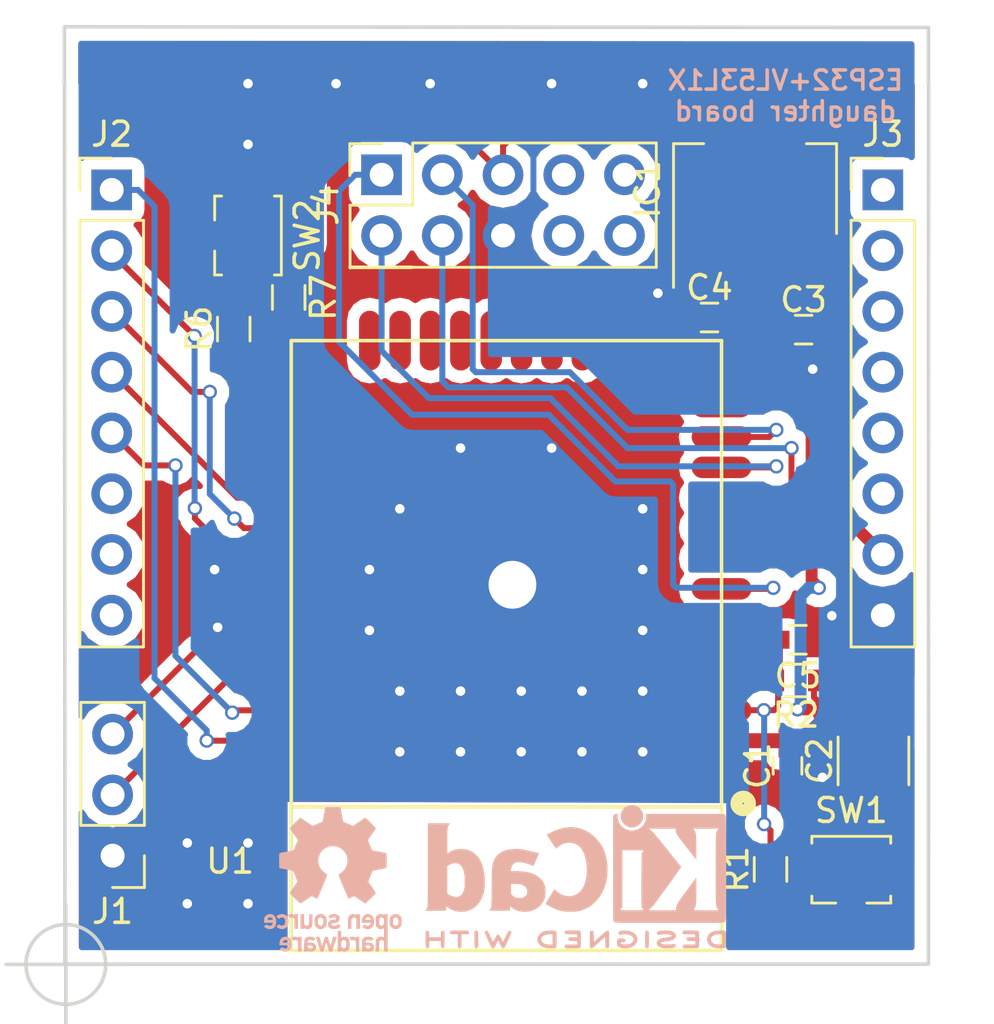
<source format=kicad_pcb>
(kicad_pcb (version 4) (host pcbnew 4.0.7)

  (general
    (links 42)
    (no_connects 0)
    (area 117.323799 56.605099 153.630701 95.947301)
    (thickness 1.6)
    (drawings 9)
    (tracks 305)
    (zones 0)
    (modules 19)
    (nets 54)
  )

  (page A4)
  (layers
    (0 F.Cu signal)
    (31 B.Cu signal)
    (32 B.Adhes user)
    (33 F.Adhes user)
    (34 B.Paste user)
    (35 F.Paste user)
    (36 B.SilkS user)
    (37 F.SilkS user)
    (38 B.Mask user)
    (39 F.Mask user)
    (40 Dwgs.User user)
    (41 Cmts.User user)
    (42 Eco1.User user)
    (43 Eco2.User user)
    (44 Edge.Cuts user)
    (45 Margin user)
    (46 B.CrtYd user)
    (47 F.CrtYd user)
    (48 B.Fab user)
    (49 F.Fab user)
  )

  (setup
    (last_trace_width 0.25)
    (trace_clearance 0.2)
    (zone_clearance 0.508)
    (zone_45_only no)
    (trace_min 0.2)
    (segment_width 0.2)
    (edge_width 0.15)
    (via_size 0.6)
    (via_drill 0.4)
    (via_min_size 0.4)
    (via_min_drill 0.3)
    (uvia_size 0.3)
    (uvia_drill 0.1)
    (uvias_allowed no)
    (uvia_min_size 0.2)
    (uvia_min_drill 0.1)
    (pcb_text_width 0.3)
    (pcb_text_size 1.5 1.5)
    (mod_edge_width 0.15)
    (mod_text_size 1 1)
    (mod_text_width 0.15)
    (pad_size 1.524 1.524)
    (pad_drill 0.762)
    (pad_to_mask_clearance 0.2)
    (aux_axis_origin 117.4623 95.8342)
    (grid_origin 117.4623 95.885)
    (visible_elements 7FFFFFFF)
    (pcbplotparams
      (layerselection 0x010f0_80000001)
      (usegerberextensions false)
      (excludeedgelayer true)
      (linewidth 0.100000)
      (plotframeref false)
      (viasonmask false)
      (mode 1)
      (useauxorigin false)
      (hpglpennumber 1)
      (hpglpenspeed 20)
      (hpglpendiameter 15)
      (hpglpenoverlay 2)
      (psnegative false)
      (psa4output false)
      (plotreference true)
      (plotvalue true)
      (plotinvisibletext false)
      (padsonsilk false)
      (subtractmaskfromsilk false)
      (outputformat 1)
      (mirror false)
      (drillshape 0)
      (scaleselection 1)
      (outputdirectory ""))
  )

  (net 0 "")
  (net 1 GND)
  (net 2 +3V3)
  (net 3 "Net-(C5-Pad2)")
  (net 4 "Net-(J1-Pad2)")
  (net 5 "Net-(J1-Pad3)")
  (net 6 /MISO)
  (net 7 /SCLK)
  (net 8 //CS)
  (net 9 "Net-(J2-Pad5)")
  (net 10 "Net-(J2-Pad6)")
  (net 11 "Net-(J2-Pad7)")
  (net 12 "Net-(J2-Pad8)")
  (net 13 "Net-(J3-Pad1)")
  (net 14 "Net-(J3-Pad2)")
  (net 15 "Net-(J3-Pad3)")
  (net 16 "Net-(J3-Pad4)")
  (net 17 "Net-(J3-Pad5)")
  (net 18 "Net-(J3-Pad6)")
  (net 19 "Net-(R1-Pad1)")
  (net 20 "Net-(R6-Pad1)")
  (net 21 "Net-(R6-Pad2)")
  (net 22 "Net-(U1-Pad33)")
  (net 23 "Net-(U1-Pad32)")
  (net 24 "Net-(U1-Pad28)")
  (net 25 "Net-(U1-Pad27)")
  (net 26 "Net-(U1-Pad26)")
  (net 27 "Net-(U1-Pad24)")
  (net 28 "Net-(U1-Pad23)")
  (net 29 "Net-(U1-Pad22)")
  (net 30 "Net-(U1-Pad21)")
  (net 31 "Net-(U1-Pad20)")
  (net 32 "Net-(U1-Pad19)")
  (net 33 "Net-(U1-Pad18)")
  (net 34 "Net-(U1-Pad17)")
  (net 35 "Net-(U1-Pad16)")
  (net 36 "Net-(U1-Pad14)")
  (net 37 "Net-(U1-Pad13)")
  (net 38 "Net-(U1-Pad9)")
  (net 39 "Net-(U1-Pad8)")
  (net 40 "Net-(U1-Pad6)")
  (net 41 "Net-(U1-Pad5)")
  (net 42 "Net-(U1-Pad4)")
  (net 43 "Net-(J4-Pad7)")
  (net 44 "Net-(J4-Pad8)")
  (net 45 "Net-(J4-Pad9)")
  (net 46 "Net-(J4-Pad10)")
  (net 47 //INT)
  (net 48 /SCL)
  (net 49 /XSHUT)
  (net 50 /SDA)
  (net 51 VIN)
  (net 52 "Net-(IC1-Pad4)")
  (net 53 "Net-(J2-Pad1)")

  (net_class Default "This is the default net class."
    (clearance 0.2)
    (trace_width 0.25)
    (via_dia 0.6)
    (via_drill 0.4)
    (uvia_dia 0.3)
    (uvia_drill 0.1)
    (add_net +3V3)
    (add_net //CS)
    (add_net //INT)
    (add_net /MISO)
    (add_net /SCL)
    (add_net /SCLK)
    (add_net /SDA)
    (add_net /XSHUT)
    (add_net GND)
    (add_net "Net-(C5-Pad2)")
    (add_net "Net-(IC1-Pad4)")
    (add_net "Net-(J1-Pad2)")
    (add_net "Net-(J1-Pad3)")
    (add_net "Net-(J2-Pad1)")
    (add_net "Net-(J2-Pad5)")
    (add_net "Net-(J2-Pad6)")
    (add_net "Net-(J2-Pad7)")
    (add_net "Net-(J2-Pad8)")
    (add_net "Net-(J3-Pad1)")
    (add_net "Net-(J3-Pad2)")
    (add_net "Net-(J3-Pad3)")
    (add_net "Net-(J3-Pad4)")
    (add_net "Net-(J3-Pad5)")
    (add_net "Net-(J3-Pad6)")
    (add_net "Net-(J4-Pad10)")
    (add_net "Net-(J4-Pad7)")
    (add_net "Net-(J4-Pad8)")
    (add_net "Net-(J4-Pad9)")
    (add_net "Net-(R1-Pad1)")
    (add_net "Net-(R6-Pad1)")
    (add_net "Net-(R6-Pad2)")
    (add_net "Net-(U1-Pad13)")
    (add_net "Net-(U1-Pad14)")
    (add_net "Net-(U1-Pad16)")
    (add_net "Net-(U1-Pad17)")
    (add_net "Net-(U1-Pad18)")
    (add_net "Net-(U1-Pad19)")
    (add_net "Net-(U1-Pad20)")
    (add_net "Net-(U1-Pad21)")
    (add_net "Net-(U1-Pad22)")
    (add_net "Net-(U1-Pad23)")
    (add_net "Net-(U1-Pad24)")
    (add_net "Net-(U1-Pad26)")
    (add_net "Net-(U1-Pad27)")
    (add_net "Net-(U1-Pad28)")
    (add_net "Net-(U1-Pad32)")
    (add_net "Net-(U1-Pad33)")
    (add_net "Net-(U1-Pad4)")
    (add_net "Net-(U1-Pad5)")
    (add_net "Net-(U1-Pad6)")
    (add_net "Net-(U1-Pad8)")
    (add_net "Net-(U1-Pad9)")
    (add_net VIN)
  )

  (module Resistors_SMD:R_0603 (layer F.Cu) (tedit 58E0A804) (tstamp 5AC2CC43)
    (at 146.939 91.9106 90)
    (descr "Resistor SMD 0603, reflow soldering, Vishay (see dcrcw.pdf)")
    (tags "resistor 0603")
    (path /5AB9EFB0)
    (attr smd)
    (fp_text reference R1 (at 0 -1.45 90) (layer F.SilkS)
      (effects (font (size 1 1) (thickness 0.15)))
    )
    (fp_text value 220 (at 0 1.5 90) (layer F.Fab)
      (effects (font (size 1 1) (thickness 0.15)))
    )
    (fp_text user %R (at 0 0 90) (layer F.Fab)
      (effects (font (size 0.4 0.4) (thickness 0.075)))
    )
    (fp_line (start -0.8 0.4) (end -0.8 -0.4) (layer F.Fab) (width 0.1))
    (fp_line (start 0.8 0.4) (end -0.8 0.4) (layer F.Fab) (width 0.1))
    (fp_line (start 0.8 -0.4) (end 0.8 0.4) (layer F.Fab) (width 0.1))
    (fp_line (start -0.8 -0.4) (end 0.8 -0.4) (layer F.Fab) (width 0.1))
    (fp_line (start 0.5 0.68) (end -0.5 0.68) (layer F.SilkS) (width 0.12))
    (fp_line (start -0.5 -0.68) (end 0.5 -0.68) (layer F.SilkS) (width 0.12))
    (fp_line (start -1.25 -0.7) (end 1.25 -0.7) (layer F.CrtYd) (width 0.05))
    (fp_line (start -1.25 -0.7) (end -1.25 0.7) (layer F.CrtYd) (width 0.05))
    (fp_line (start 1.25 0.7) (end 1.25 -0.7) (layer F.CrtYd) (width 0.05))
    (fp_line (start 1.25 0.7) (end -1.25 0.7) (layer F.CrtYd) (width 0.05))
    (pad 1 smd rect (at -0.75 0 90) (size 0.5 0.9) (layers F.Cu F.Paste F.Mask)
      (net 19 "Net-(R1-Pad1)"))
    (pad 2 smd rect (at 0.75 0 90) (size 0.5 0.9) (layers F.Cu F.Paste F.Mask)
      (net 3 "Net-(C5-Pad2)"))
    (model ${KISYS3DMOD}/Resistors_SMD.3dshapes/R_0603.wrl
      (at (xyz 0 0 0))
      (scale (xyz 1 1 1))
      (rotate (xyz 0 0 0))
    )
  )

  (module Capacitors_SMD:C_0603_HandSoldering (layer F.Cu) (tedit 58AA848B) (tstamp 5AC2CB5B)
    (at 147.6502 87.5792 90)
    (descr "Capacitor SMD 0603, hand soldering")
    (tags "capacitor 0603")
    (path /59E9B592)
    (attr smd)
    (fp_text reference C1 (at 0 -1.25 90) (layer F.SilkS)
      (effects (font (size 1 1) (thickness 0.15)))
    )
    (fp_text value 0.1u (at 0 1.5 90) (layer F.Fab)
      (effects (font (size 1 1) (thickness 0.15)))
    )
    (fp_text user %R (at 0 -1.25 90) (layer F.Fab)
      (effects (font (size 1 1) (thickness 0.15)))
    )
    (fp_line (start -0.8 0.4) (end -0.8 -0.4) (layer F.Fab) (width 0.1))
    (fp_line (start 0.8 0.4) (end -0.8 0.4) (layer F.Fab) (width 0.1))
    (fp_line (start 0.8 -0.4) (end 0.8 0.4) (layer F.Fab) (width 0.1))
    (fp_line (start -0.8 -0.4) (end 0.8 -0.4) (layer F.Fab) (width 0.1))
    (fp_line (start -0.35 -0.6) (end 0.35 -0.6) (layer F.SilkS) (width 0.12))
    (fp_line (start 0.35 0.6) (end -0.35 0.6) (layer F.SilkS) (width 0.12))
    (fp_line (start -1.8 -0.65) (end 1.8 -0.65) (layer F.CrtYd) (width 0.05))
    (fp_line (start -1.8 -0.65) (end -1.8 0.65) (layer F.CrtYd) (width 0.05))
    (fp_line (start 1.8 0.65) (end 1.8 -0.65) (layer F.CrtYd) (width 0.05))
    (fp_line (start 1.8 0.65) (end -1.8 0.65) (layer F.CrtYd) (width 0.05))
    (pad 1 smd rect (at -0.95 0 90) (size 1.2 0.75) (layers F.Cu F.Paste F.Mask)
      (net 1 GND))
    (pad 2 smd rect (at 0.95 0 90) (size 1.2 0.75) (layers F.Cu F.Paste F.Mask)
      (net 2 +3V3))
    (model Capacitors_SMD.3dshapes/C_0603.wrl
      (at (xyz 0 0 0))
      (scale (xyz 1 1 1))
      (rotate (xyz 0 0 0))
    )
  )

  (module Capacitors_SMD:C_1210_HandSoldering (layer F.Cu) (tedit 58AA84FB) (tstamp 5AC2CB6C)
    (at 151.2443 87.376 90)
    (descr "Capacitor SMD 1210, hand soldering")
    (tags "capacitor 1210")
    (path /59E9B5DC)
    (attr smd)
    (fp_text reference C2 (at 0 -2.25 90) (layer F.SilkS)
      (effects (font (size 1 1) (thickness 0.15)))
    )
    (fp_text value 100u (at 0 2.5 90) (layer F.Fab)
      (effects (font (size 1 1) (thickness 0.15)))
    )
    (fp_text user %R (at 0 -2.25 90) (layer F.Fab)
      (effects (font (size 1 1) (thickness 0.15)))
    )
    (fp_line (start -1.6 1.25) (end -1.6 -1.25) (layer F.Fab) (width 0.1))
    (fp_line (start 1.6 1.25) (end -1.6 1.25) (layer F.Fab) (width 0.1))
    (fp_line (start 1.6 -1.25) (end 1.6 1.25) (layer F.Fab) (width 0.1))
    (fp_line (start -1.6 -1.25) (end 1.6 -1.25) (layer F.Fab) (width 0.1))
    (fp_line (start 1 -1.48) (end -1 -1.48) (layer F.SilkS) (width 0.12))
    (fp_line (start -1 1.48) (end 1 1.48) (layer F.SilkS) (width 0.12))
    (fp_line (start -3.25 -1.5) (end 3.25 -1.5) (layer F.CrtYd) (width 0.05))
    (fp_line (start -3.25 -1.5) (end -3.25 1.5) (layer F.CrtYd) (width 0.05))
    (fp_line (start 3.25 1.5) (end 3.25 -1.5) (layer F.CrtYd) (width 0.05))
    (fp_line (start 3.25 1.5) (end -3.25 1.5) (layer F.CrtYd) (width 0.05))
    (pad 1 smd rect (at -2 0 90) (size 2 2.5) (layers F.Cu F.Paste F.Mask)
      (net 1 GND))
    (pad 2 smd rect (at 2 0 90) (size 2 2.5) (layers F.Cu F.Paste F.Mask)
      (net 2 +3V3))
    (model Capacitors_SMD.3dshapes/C_1210.wrl
      (at (xyz 0 0 0))
      (scale (xyz 1 1 1))
      (rotate (xyz 0 0 0))
    )
  )

  (module Capacitors_SMD:C_0603 (layer F.Cu) (tedit 59958EE7) (tstamp 5AC2CB9F)
    (at 148.082 82.3087 180)
    (descr "Capacitor SMD 0603, reflow soldering, AVX (see smccp.pdf)")
    (tags "capacitor 0603")
    (path /5AB9FE85)
    (attr smd)
    (fp_text reference C5 (at 0 -1.5 180) (layer F.SilkS)
      (effects (font (size 1 1) (thickness 0.15)))
    )
    (fp_text value 0.1u (at 0 1.5 180) (layer F.Fab)
      (effects (font (size 1 1) (thickness 0.15)))
    )
    (fp_line (start 1.4 0.65) (end -1.4 0.65) (layer F.CrtYd) (width 0.05))
    (fp_line (start 1.4 0.65) (end 1.4 -0.65) (layer F.CrtYd) (width 0.05))
    (fp_line (start -1.4 -0.65) (end -1.4 0.65) (layer F.CrtYd) (width 0.05))
    (fp_line (start -1.4 -0.65) (end 1.4 -0.65) (layer F.CrtYd) (width 0.05))
    (fp_line (start 0.35 0.6) (end -0.35 0.6) (layer F.SilkS) (width 0.12))
    (fp_line (start -0.35 -0.6) (end 0.35 -0.6) (layer F.SilkS) (width 0.12))
    (fp_line (start -0.8 -0.4) (end 0.8 -0.4) (layer F.Fab) (width 0.1))
    (fp_line (start 0.8 -0.4) (end 0.8 0.4) (layer F.Fab) (width 0.1))
    (fp_line (start 0.8 0.4) (end -0.8 0.4) (layer F.Fab) (width 0.1))
    (fp_line (start -0.8 0.4) (end -0.8 -0.4) (layer F.Fab) (width 0.1))
    (fp_text user %R (at 0 0 180) (layer F.Fab)
      (effects (font (size 0.3 0.3) (thickness 0.075)))
    )
    (pad 2 smd rect (at 0.75 0 180) (size 0.8 0.75) (layers F.Cu F.Paste F.Mask)
      (net 3 "Net-(C5-Pad2)"))
    (pad 1 smd rect (at -0.75 0 180) (size 0.8 0.75) (layers F.Cu F.Paste F.Mask)
      (net 1 GND))
    (model Capacitors_SMD.3dshapes/C_0603.wrl
      (at (xyz 0 0 0))
      (scale (xyz 1 1 1))
      (rotate (xyz 0 0 0))
    )
  )

  (module Pin_Headers:Pin_Header_Straight_1x03_Pitch2.54mm (layer F.Cu) (tedit 59650532) (tstamp 5AC2CBFA)
    (at 119.4181 91.3384 180)
    (descr "Through hole straight pin header, 1x03, 2.54mm pitch, single row")
    (tags "Through hole pin header THT 1x03 2.54mm single row")
    (path /5ABA178F)
    (fp_text reference J1 (at 0 -2.33 180) (layer F.SilkS)
      (effects (font (size 1 1) (thickness 0.15)))
    )
    (fp_text value Conn_01x03 (at 0 7.41 180) (layer F.Fab)
      (effects (font (size 1 1) (thickness 0.15)))
    )
    (fp_line (start -0.635 -1.27) (end 1.27 -1.27) (layer F.Fab) (width 0.1))
    (fp_line (start 1.27 -1.27) (end 1.27 6.35) (layer F.Fab) (width 0.1))
    (fp_line (start 1.27 6.35) (end -1.27 6.35) (layer F.Fab) (width 0.1))
    (fp_line (start -1.27 6.35) (end -1.27 -0.635) (layer F.Fab) (width 0.1))
    (fp_line (start -1.27 -0.635) (end -0.635 -1.27) (layer F.Fab) (width 0.1))
    (fp_line (start -1.33 6.41) (end 1.33 6.41) (layer F.SilkS) (width 0.12))
    (fp_line (start -1.33 1.27) (end -1.33 6.41) (layer F.SilkS) (width 0.12))
    (fp_line (start 1.33 1.27) (end 1.33 6.41) (layer F.SilkS) (width 0.12))
    (fp_line (start -1.33 1.27) (end 1.33 1.27) (layer F.SilkS) (width 0.12))
    (fp_line (start -1.33 0) (end -1.33 -1.33) (layer F.SilkS) (width 0.12))
    (fp_line (start -1.33 -1.33) (end 0 -1.33) (layer F.SilkS) (width 0.12))
    (fp_line (start -1.8 -1.8) (end -1.8 6.85) (layer F.CrtYd) (width 0.05))
    (fp_line (start -1.8 6.85) (end 1.8 6.85) (layer F.CrtYd) (width 0.05))
    (fp_line (start 1.8 6.85) (end 1.8 -1.8) (layer F.CrtYd) (width 0.05))
    (fp_line (start 1.8 -1.8) (end -1.8 -1.8) (layer F.CrtYd) (width 0.05))
    (fp_text user %R (at 0 2.54 270) (layer F.Fab)
      (effects (font (size 1 1) (thickness 0.15)))
    )
    (pad 1 thru_hole rect (at 0 0 180) (size 1.7 1.7) (drill 1) (layers *.Cu *.Mask)
      (net 1 GND))
    (pad 2 thru_hole oval (at 0 2.54 180) (size 1.7 1.7) (drill 1) (layers *.Cu *.Mask)
      (net 4 "Net-(J1-Pad2)"))
    (pad 3 thru_hole oval (at 0 5.08 180) (size 1.7 1.7) (drill 1) (layers *.Cu *.Mask)
      (net 5 "Net-(J1-Pad3)"))
    (model ${KISYS3DMOD}/Pin_Headers.3dshapes/Pin_Header_Straight_1x03_Pitch2.54mm.wrl
      (at (xyz 0 0 0))
      (scale (xyz 1 1 1))
      (rotate (xyz 0 0 0))
    )
  )

  (module Pin_Headers:Pin_Header_Straight_1x08_Pitch2.54mm (layer F.Cu) (tedit 59650532) (tstamp 5AC2CC16)
    (at 119.38 63.5)
    (descr "Through hole straight pin header, 1x08, 2.54mm pitch, single row")
    (tags "Through hole pin header THT 1x08 2.54mm single row")
    (path /5ABA0187)
    (fp_text reference J2 (at 0 -2.33) (layer F.SilkS)
      (effects (font (size 1 1) (thickness 0.15)))
    )
    (fp_text value Conn_01x08 (at 0 20.11) (layer F.Fab)
      (effects (font (size 1 1) (thickness 0.15)))
    )
    (fp_line (start -0.635 -1.27) (end 1.27 -1.27) (layer F.Fab) (width 0.1))
    (fp_line (start 1.27 -1.27) (end 1.27 19.05) (layer F.Fab) (width 0.1))
    (fp_line (start 1.27 19.05) (end -1.27 19.05) (layer F.Fab) (width 0.1))
    (fp_line (start -1.27 19.05) (end -1.27 -0.635) (layer F.Fab) (width 0.1))
    (fp_line (start -1.27 -0.635) (end -0.635 -1.27) (layer F.Fab) (width 0.1))
    (fp_line (start -1.33 19.11) (end 1.33 19.11) (layer F.SilkS) (width 0.12))
    (fp_line (start -1.33 1.27) (end -1.33 19.11) (layer F.SilkS) (width 0.12))
    (fp_line (start 1.33 1.27) (end 1.33 19.11) (layer F.SilkS) (width 0.12))
    (fp_line (start -1.33 1.27) (end 1.33 1.27) (layer F.SilkS) (width 0.12))
    (fp_line (start -1.33 0) (end -1.33 -1.33) (layer F.SilkS) (width 0.12))
    (fp_line (start -1.33 -1.33) (end 0 -1.33) (layer F.SilkS) (width 0.12))
    (fp_line (start -1.8 -1.8) (end -1.8 19.55) (layer F.CrtYd) (width 0.05))
    (fp_line (start -1.8 19.55) (end 1.8 19.55) (layer F.CrtYd) (width 0.05))
    (fp_line (start 1.8 19.55) (end 1.8 -1.8) (layer F.CrtYd) (width 0.05))
    (fp_line (start 1.8 -1.8) (end -1.8 -1.8) (layer F.CrtYd) (width 0.05))
    (fp_text user %R (at 0 8.89 90) (layer F.Fab)
      (effects (font (size 1 1) (thickness 0.15)))
    )
    (pad 1 thru_hole rect (at 0 0) (size 1.7 1.7) (drill 1) (layers *.Cu *.Mask)
      (net 53 "Net-(J2-Pad1)"))
    (pad 2 thru_hole oval (at 0 2.54) (size 1.7 1.7) (drill 1) (layers *.Cu *.Mask)
      (net 6 /MISO))
    (pad 3 thru_hole oval (at 0 5.08) (size 1.7 1.7) (drill 1) (layers *.Cu *.Mask)
      (net 7 /SCLK))
    (pad 4 thru_hole oval (at 0 7.62) (size 1.7 1.7) (drill 1) (layers *.Cu *.Mask)
      (net 8 //CS))
    (pad 5 thru_hole oval (at 0 10.16) (size 1.7 1.7) (drill 1) (layers *.Cu *.Mask)
      (net 9 "Net-(J2-Pad5)"))
    (pad 6 thru_hole oval (at 0 12.7) (size 1.7 1.7) (drill 1) (layers *.Cu *.Mask)
      (net 10 "Net-(J2-Pad6)"))
    (pad 7 thru_hole oval (at 0 15.24) (size 1.7 1.7) (drill 1) (layers *.Cu *.Mask)
      (net 11 "Net-(J2-Pad7)"))
    (pad 8 thru_hole oval (at 0 17.78) (size 1.7 1.7) (drill 1) (layers *.Cu *.Mask)
      (net 12 "Net-(J2-Pad8)"))
    (model ${KISYS3DMOD}/Pin_Headers.3dshapes/Pin_Header_Straight_1x08_Pitch2.54mm.wrl
      (at (xyz 0 0 0))
      (scale (xyz 1 1 1))
      (rotate (xyz 0 0 0))
    )
  )

  (module Pin_Headers:Pin_Header_Straight_1x08_Pitch2.54mm (layer F.Cu) (tedit 59650532) (tstamp 5AC2CC32)
    (at 151.638 63.5)
    (descr "Through hole straight pin header, 1x08, 2.54mm pitch, single row")
    (tags "Through hole pin header THT 1x08 2.54mm single row")
    (path /5ABA12D0)
    (fp_text reference J3 (at 0 -2.33) (layer F.SilkS)
      (effects (font (size 1 1) (thickness 0.15)))
    )
    (fp_text value Conn_01x08 (at 0 20.11) (layer F.Fab)
      (effects (font (size 1 1) (thickness 0.15)))
    )
    (fp_line (start -0.635 -1.27) (end 1.27 -1.27) (layer F.Fab) (width 0.1))
    (fp_line (start 1.27 -1.27) (end 1.27 19.05) (layer F.Fab) (width 0.1))
    (fp_line (start 1.27 19.05) (end -1.27 19.05) (layer F.Fab) (width 0.1))
    (fp_line (start -1.27 19.05) (end -1.27 -0.635) (layer F.Fab) (width 0.1))
    (fp_line (start -1.27 -0.635) (end -0.635 -1.27) (layer F.Fab) (width 0.1))
    (fp_line (start -1.33 19.11) (end 1.33 19.11) (layer F.SilkS) (width 0.12))
    (fp_line (start -1.33 1.27) (end -1.33 19.11) (layer F.SilkS) (width 0.12))
    (fp_line (start 1.33 1.27) (end 1.33 19.11) (layer F.SilkS) (width 0.12))
    (fp_line (start -1.33 1.27) (end 1.33 1.27) (layer F.SilkS) (width 0.12))
    (fp_line (start -1.33 0) (end -1.33 -1.33) (layer F.SilkS) (width 0.12))
    (fp_line (start -1.33 -1.33) (end 0 -1.33) (layer F.SilkS) (width 0.12))
    (fp_line (start -1.8 -1.8) (end -1.8 19.55) (layer F.CrtYd) (width 0.05))
    (fp_line (start -1.8 19.55) (end 1.8 19.55) (layer F.CrtYd) (width 0.05))
    (fp_line (start 1.8 19.55) (end 1.8 -1.8) (layer F.CrtYd) (width 0.05))
    (fp_line (start 1.8 -1.8) (end -1.8 -1.8) (layer F.CrtYd) (width 0.05))
    (fp_text user %R (at 0 8.89 90) (layer F.Fab)
      (effects (font (size 1 1) (thickness 0.15)))
    )
    (pad 1 thru_hole rect (at 0 0) (size 1.7 1.7) (drill 1) (layers *.Cu *.Mask)
      (net 13 "Net-(J3-Pad1)"))
    (pad 2 thru_hole oval (at 0 2.54) (size 1.7 1.7) (drill 1) (layers *.Cu *.Mask)
      (net 14 "Net-(J3-Pad2)"))
    (pad 3 thru_hole oval (at 0 5.08) (size 1.7 1.7) (drill 1) (layers *.Cu *.Mask)
      (net 15 "Net-(J3-Pad3)"))
    (pad 4 thru_hole oval (at 0 7.62) (size 1.7 1.7) (drill 1) (layers *.Cu *.Mask)
      (net 16 "Net-(J3-Pad4)"))
    (pad 5 thru_hole oval (at 0 10.16) (size 1.7 1.7) (drill 1) (layers *.Cu *.Mask)
      (net 17 "Net-(J3-Pad5)"))
    (pad 6 thru_hole oval (at 0 12.7) (size 1.7 1.7) (drill 1) (layers *.Cu *.Mask)
      (net 18 "Net-(J3-Pad6)"))
    (pad 7 thru_hole oval (at 0 15.24) (size 1.7 1.7) (drill 1) (layers *.Cu *.Mask)
      (net 51 VIN))
    (pad 8 thru_hole oval (at 0 17.78) (size 1.7 1.7) (drill 1) (layers *.Cu *.Mask)
      (net 1 GND))
    (model ${KISYS3DMOD}/Pin_Headers.3dshapes/Pin_Header_Straight_1x08_Pitch2.54mm.wrl
      (at (xyz 0 0 0))
      (scale (xyz 1 1 1))
      (rotate (xyz 0 0 0))
    )
  )

  (module Resistors_SMD:R_0603 (layer F.Cu) (tedit 58E0A804) (tstamp 5AC2CC54)
    (at 148.0065 84.0105 180)
    (descr "Resistor SMD 0603, reflow soldering, Vishay (see dcrcw.pdf)")
    (tags "resistor 0603")
    (path /5AB9F32D)
    (attr smd)
    (fp_text reference R2 (at 0 -1.45 180) (layer F.SilkS)
      (effects (font (size 1 1) (thickness 0.15)))
    )
    (fp_text value 10k (at 0 1.5 180) (layer F.Fab)
      (effects (font (size 1 1) (thickness 0.15)))
    )
    (fp_text user %R (at 0.0508 -0.0127 360) (layer F.Fab)
      (effects (font (size 0.4 0.4) (thickness 0.075)))
    )
    (fp_line (start -0.8 0.4) (end -0.8 -0.4) (layer F.Fab) (width 0.1))
    (fp_line (start 0.8 0.4) (end -0.8 0.4) (layer F.Fab) (width 0.1))
    (fp_line (start 0.8 -0.4) (end 0.8 0.4) (layer F.Fab) (width 0.1))
    (fp_line (start -0.8 -0.4) (end 0.8 -0.4) (layer F.Fab) (width 0.1))
    (fp_line (start 0.5 0.68) (end -0.5 0.68) (layer F.SilkS) (width 0.12))
    (fp_line (start -0.5 -0.68) (end 0.5 -0.68) (layer F.SilkS) (width 0.12))
    (fp_line (start -1.25 -0.7) (end 1.25 -0.7) (layer F.CrtYd) (width 0.05))
    (fp_line (start -1.25 -0.7) (end -1.25 0.7) (layer F.CrtYd) (width 0.05))
    (fp_line (start 1.25 0.7) (end 1.25 -0.7) (layer F.CrtYd) (width 0.05))
    (fp_line (start 1.25 0.7) (end -1.25 0.7) (layer F.CrtYd) (width 0.05))
    (pad 1 smd rect (at -0.75 0 180) (size 0.5 0.9) (layers F.Cu F.Paste F.Mask)
      (net 2 +3V3))
    (pad 2 smd rect (at 0.75 0 180) (size 0.5 0.9) (layers F.Cu F.Paste F.Mask)
      (net 3 "Net-(C5-Pad2)"))
    (model ${KISYS3DMOD}/Resistors_SMD.3dshapes/R_0603.wrl
      (at (xyz 0 0 0))
      (scale (xyz 1 1 1))
      (rotate (xyz 0 0 0))
    )
  )

  (module Resistors_SMD:R_0603 (layer F.Cu) (tedit 58E0A804) (tstamp 5AC2CC98)
    (at 124.4854 69.3166 90)
    (descr "Resistor SMD 0603, reflow soldering, Vishay (see dcrcw.pdf)")
    (tags "resistor 0603")
    (path /5AB9E890)
    (attr smd)
    (fp_text reference R6 (at 0 -1.45 90) (layer F.SilkS)
      (effects (font (size 1 1) (thickness 0.15)))
    )
    (fp_text value 220 (at 0 1.5 90) (layer F.Fab)
      (effects (font (size 1 1) (thickness 0.15)))
    )
    (fp_text user %R (at 0.0762 0.0381 90) (layer F.Fab)
      (effects (font (size 0.4 0.4) (thickness 0.075)))
    )
    (fp_line (start -0.8 0.4) (end -0.8 -0.4) (layer F.Fab) (width 0.1))
    (fp_line (start 0.8 0.4) (end -0.8 0.4) (layer F.Fab) (width 0.1))
    (fp_line (start 0.8 -0.4) (end 0.8 0.4) (layer F.Fab) (width 0.1))
    (fp_line (start -0.8 -0.4) (end 0.8 -0.4) (layer F.Fab) (width 0.1))
    (fp_line (start 0.5 0.68) (end -0.5 0.68) (layer F.SilkS) (width 0.12))
    (fp_line (start -0.5 -0.68) (end 0.5 -0.68) (layer F.SilkS) (width 0.12))
    (fp_line (start -1.25 -0.7) (end 1.25 -0.7) (layer F.CrtYd) (width 0.05))
    (fp_line (start -1.25 -0.7) (end -1.25 0.7) (layer F.CrtYd) (width 0.05))
    (fp_line (start 1.25 0.7) (end 1.25 -0.7) (layer F.CrtYd) (width 0.05))
    (fp_line (start 1.25 0.7) (end -1.25 0.7) (layer F.CrtYd) (width 0.05))
    (pad 1 smd rect (at -0.75 0 90) (size 0.5 0.9) (layers F.Cu F.Paste F.Mask)
      (net 20 "Net-(R6-Pad1)"))
    (pad 2 smd rect (at 0.75 0 90) (size 0.5 0.9) (layers F.Cu F.Paste F.Mask)
      (net 21 "Net-(R6-Pad2)"))
    (model ${KISYS3DMOD}/Resistors_SMD.3dshapes/R_0603.wrl
      (at (xyz 0 0 0))
      (scale (xyz 1 1 1))
      (rotate (xyz 0 0 0))
    )
  )

  (module Resistors_SMD:R_0603 (layer F.Cu) (tedit 58E0A804) (tstamp 5AC2CCA9)
    (at 126.7841 67.9958 270)
    (descr "Resistor SMD 0603, reflow soldering, Vishay (see dcrcw.pdf)")
    (tags "resistor 0603")
    (path /5AB9FBF2)
    (attr smd)
    (fp_text reference R7 (at 0 -1.45 270) (layer F.SilkS)
      (effects (font (size 1 1) (thickness 0.15)))
    )
    (fp_text value 10k (at 0 1.5 270) (layer F.Fab)
      (effects (font (size 1 1) (thickness 0.15)))
    )
    (fp_text user %R (at 0 0 270) (layer F.Fab)
      (effects (font (size 0.4 0.4) (thickness 0.075)))
    )
    (fp_line (start -0.8 0.4) (end -0.8 -0.4) (layer F.Fab) (width 0.1))
    (fp_line (start 0.8 0.4) (end -0.8 0.4) (layer F.Fab) (width 0.1))
    (fp_line (start 0.8 -0.4) (end 0.8 0.4) (layer F.Fab) (width 0.1))
    (fp_line (start -0.8 -0.4) (end 0.8 -0.4) (layer F.Fab) (width 0.1))
    (fp_line (start 0.5 0.68) (end -0.5 0.68) (layer F.SilkS) (width 0.12))
    (fp_line (start -0.5 -0.68) (end 0.5 -0.68) (layer F.SilkS) (width 0.12))
    (fp_line (start -1.25 -0.7) (end 1.25 -0.7) (layer F.CrtYd) (width 0.05))
    (fp_line (start -1.25 -0.7) (end -1.25 0.7) (layer F.CrtYd) (width 0.05))
    (fp_line (start 1.25 0.7) (end 1.25 -0.7) (layer F.CrtYd) (width 0.05))
    (fp_line (start 1.25 0.7) (end -1.25 0.7) (layer F.CrtYd) (width 0.05))
    (pad 1 smd rect (at -0.75 0 270) (size 0.5 0.9) (layers F.Cu F.Paste F.Mask)
      (net 2 +3V3))
    (pad 2 smd rect (at 0.75 0 270) (size 0.5 0.9) (layers F.Cu F.Paste F.Mask)
      (net 20 "Net-(R6-Pad1)"))
    (model ${KISYS3DMOD}/Resistors_SMD.3dshapes/R_0603.wrl
      (at (xyz 0 0 0))
      (scale (xyz 1 1 1))
      (rotate (xyz 0 0 0))
    )
  )

  (module prjlocal:ESP32-WROOM-fixed (layer F.Cu) (tedit 58C20B64) (tstamp 5AC2CD09)
    (at 135.89 82.55)
    (path /59E9A350)
    (fp_text reference U1 (at -11.557 9.017) (layer F.SilkS)
      (effects (font (size 1 1) (thickness 0.15)))
    )
    (fp_text value ESP-WROOM-32 (at 5.715 14.224) (layer F.Fab) hide
      (effects (font (size 1 1) (thickness 0.15)))
    )
    (fp_text user "Espressif Systems" (at -6.858 -0.889 90) (layer F.SilkS) hide
      (effects (font (size 1 1) (thickness 0.15)))
    )
    (fp_circle (center 9.906 6.604) (end 10.033 6.858) (layer F.SilkS) (width 0.5))
    (fp_text user ESP32-WROOM (at -5.207 0.254 90) (layer F.SilkS) hide
      (effects (font (size 1 1) (thickness 0.15)))
    )
    (fp_line (start -9 6.75) (end 9 6.75) (layer F.SilkS) (width 0.15))
    (fp_line (start 9 12.75) (end 9 -12.75) (layer F.SilkS) (width 0.15))
    (fp_line (start -9 12.75) (end -9 -12.75) (layer F.SilkS) (width 0.15))
    (fp_line (start -9 -12.75) (end 9 -12.75) (layer F.SilkS) (width 0.15))
    (fp_line (start -9 12.75) (end 9 12.75) (layer F.SilkS) (width 0.15))
    (pad 38 smd oval (at -9 5.25) (size 2.5 0.9) (layers F.Cu F.Paste F.Mask)
      (net 1 GND))
    (pad 37 smd oval (at -9 3.98) (size 2.5 0.9) (layers F.Cu F.Paste F.Mask)
      (net 53 "Net-(J2-Pad1)"))
    (pad 36 smd oval (at -9 2.71) (size 2.5 0.9) (layers F.Cu F.Paste F.Mask)
      (net 9 "Net-(J2-Pad5)"))
    (pad 35 smd oval (at -9 1.44) (size 2.5 0.9) (layers F.Cu F.Paste F.Mask)
      (net 4 "Net-(J1-Pad2)"))
    (pad 34 smd oval (at -9 0.17) (size 2.5 0.9) (layers F.Cu F.Paste F.Mask)
      (net 5 "Net-(J1-Pad3)"))
    (pad 33 smd oval (at -9 -1.1) (size 2.5 0.9) (layers F.Cu F.Paste F.Mask)
      (net 22 "Net-(U1-Pad33)"))
    (pad 32 smd oval (at -9 -2.37) (size 2.5 0.9) (layers F.Cu F.Paste F.Mask)
      (net 23 "Net-(U1-Pad32)"))
    (pad 31 smd oval (at -9 -3.64) (size 2.5 0.9) (layers F.Cu F.Paste F.Mask)
      (net 6 /MISO))
    (pad 30 smd oval (at -9 -4.91) (size 2.5 0.9) (layers F.Cu F.Paste F.Mask)
      (net 7 /SCLK))
    (pad 29 smd oval (at -9 -6.18) (size 2.5 0.9) (layers F.Cu F.Paste F.Mask)
      (net 8 //CS))
    (pad 28 smd oval (at -9 -7.45) (size 2.5 0.9) (layers F.Cu F.Paste F.Mask)
      (net 24 "Net-(U1-Pad28)"))
    (pad 27 smd oval (at -9 -8.72) (size 2.5 0.9) (layers F.Cu F.Paste F.Mask)
      (net 25 "Net-(U1-Pad27)"))
    (pad 26 smd oval (at -9 -9.99) (size 2.5 0.9) (layers F.Cu F.Paste F.Mask)
      (net 26 "Net-(U1-Pad26)"))
    (pad 25 smd oval (at -9 -11.26) (size 2.5 0.9) (layers F.Cu F.Paste F.Mask)
      (net 20 "Net-(R6-Pad1)"))
    (pad 24 smd oval (at -5.715 -12.75) (size 0.9 2.5) (layers F.Cu F.Paste F.Mask)
      (net 27 "Net-(U1-Pad24)"))
    (pad 23 smd oval (at -4.445 -12.75) (size 0.9 2.5) (layers F.Cu F.Paste F.Mask)
      (net 28 "Net-(U1-Pad23)"))
    (pad 22 smd oval (at -3.175 -12.75) (size 0.9 2.5) (layers F.Cu F.Paste F.Mask)
      (net 29 "Net-(U1-Pad22)"))
    (pad 21 smd oval (at -1.905 -12.75) (size 0.9 2.5) (layers F.Cu F.Paste F.Mask)
      (net 30 "Net-(U1-Pad21)"))
    (pad 20 smd oval (at -0.635 -12.75) (size 0.9 2.5) (layers F.Cu F.Paste F.Mask)
      (net 31 "Net-(U1-Pad20)"))
    (pad 19 smd oval (at 0.635 -12.75) (size 0.9 2.5) (layers F.Cu F.Paste F.Mask)
      (net 32 "Net-(U1-Pad19)"))
    (pad 18 smd oval (at 1.905 -12.75) (size 0.9 2.5) (layers F.Cu F.Paste F.Mask)
      (net 33 "Net-(U1-Pad18)"))
    (pad 17 smd oval (at 3.175 -12.75) (size 0.9 2.5) (layers F.Cu F.Paste F.Mask)
      (net 34 "Net-(U1-Pad17)"))
    (pad 16 smd oval (at 4.445 -12.75) (size 0.9 2.5) (layers F.Cu F.Paste F.Mask)
      (net 35 "Net-(U1-Pad16)"))
    (pad 15 smd oval (at 5.715 -12.75) (size 0.9 2.5) (layers F.Cu F.Paste F.Mask)
      (net 1 GND))
    (pad 14 smd oval (at 9 -11.26) (size 2.5 0.9) (layers F.Cu F.Paste F.Mask)
      (net 36 "Net-(U1-Pad14)"))
    (pad 13 smd oval (at 9 -9.99) (size 2.5 0.9) (layers F.Cu F.Paste F.Mask)
      (net 37 "Net-(U1-Pad13)"))
    (pad 12 smd oval (at 9 -8.72) (size 2.5 0.9) (layers F.Cu F.Paste F.Mask)
      (net 49 /XSHUT))
    (pad 11 smd oval (at 9 -7.45) (size 2.5 0.9) (layers F.Cu F.Paste F.Mask)
      (net 48 /SCL))
    (pad 10 smd oval (at 9 -6.18) (size 2.5 0.9) (layers F.Cu F.Paste F.Mask)
      (net 50 /SDA))
    (pad 9 smd oval (at 9 -4.91) (size 2.5 0.9) (layers F.Cu F.Paste F.Mask)
      (net 38 "Net-(U1-Pad9)"))
    (pad 8 smd oval (at 9 -3.64) (size 2.5 0.9) (layers F.Cu F.Paste F.Mask)
      (net 39 "Net-(U1-Pad8)"))
    (pad 7 smd oval (at 9 -2.37) (size 2.5 0.9) (layers F.Cu F.Paste F.Mask)
      (net 47 //INT))
    (pad 6 smd oval (at 9 -1.1) (size 2.5 0.9) (layers F.Cu F.Paste F.Mask)
      (net 40 "Net-(U1-Pad6)"))
    (pad 5 smd oval (at 9 0.17) (size 2.5 0.9) (layers F.Cu F.Paste F.Mask)
      (net 41 "Net-(U1-Pad5)"))
    (pad 4 smd oval (at 9 1.44) (size 2.5 0.9) (layers F.Cu F.Paste F.Mask)
      (net 42 "Net-(U1-Pad4)"))
    (pad 3 smd oval (at 9 2.71) (size 2.5 0.9) (layers F.Cu F.Paste F.Mask)
      (net 3 "Net-(C5-Pad2)"))
    (pad 2 smd oval (at 9 3.98) (size 2.5 0.9) (layers F.Cu F.Paste F.Mask)
      (net 2 +3V3))
    (pad 1 smd oval (at 9 5.25) (size 2.5 0.9) (layers F.Cu F.Paste F.Mask)
      (net 1 GND))
    (pad 39 smd rect (at 0.3 -2.45) (size 6 6) (layers F.Cu F.Paste F.Mask)
      (net 1 GND))
    (pad 39 thru_hole circle (at 0.254 -2.54) (size 3.5 3.5) (drill 2) (layers *.Cu *.Mask)
      (net 1 GND))
  )

  (module prjlocal:Pin_Header_Straight_Flip_2x05_Pitch2.54mm (layer F.Cu) (tedit 5ABAE119) (tstamp 5ABDBA56)
    (at 130.6703 65.405 90)
    (descr "Through hole straight pin header, 2x05, 2.54mm pitch, double rows")
    (tags "Through hole pin header THT 2x05 2.54mm double row")
    (path /5ABACFED)
    (fp_text reference J4 (at 1.27 -2.33 90) (layer F.SilkS)
      (effects (font (size 1 1) (thickness 0.15)))
    )
    (fp_text value Conn_02x05_Odd_Even (at 1.27 12.49 90) (layer F.Fab)
      (effects (font (size 1 1) (thickness 0.15)))
    )
    (fp_line (start 2.55 -1.26) (end 3.82 0) (layer F.Fab) (width 0.15))
    (fp_line (start -1.33 1.26) (end -1.33 -1.31) (layer F.SilkS) (width 0.15))
    (fp_line (start -1.33 -1.31) (end -1.34 -1.31) (layer F.SilkS) (width 0.15))
    (fp_line (start -1.27 -1.27) (end 2.54 -1.27) (layer F.Fab) (width 0.1))
    (fp_line (start 3.81 0) (end 3.81 11.43) (layer F.Fab) (width 0.1))
    (fp_line (start 3.81 11.43) (end -1.27 11.43) (layer F.Fab) (width 0.1))
    (fp_line (start -1.27 11.43) (end -1.27 -1.27) (layer F.Fab) (width 0.1))
    (fp_line (start -1.33 11.49) (end 3.87 11.49) (layer F.SilkS) (width 0.12))
    (fp_line (start -1.33 1.27) (end -1.33 11.49) (layer F.SilkS) (width 0.12))
    (fp_line (start 3.87 1.3) (end 3.87 11.49) (layer F.SilkS) (width 0.12))
    (fp_line (start 1.26 1.3) (end 3.86 1.3) (layer F.SilkS) (width 0.12))
    (fp_line (start 1.27 1.27) (end 1.27 -1.33) (layer F.SilkS) (width 0.12))
    (fp_line (start -1.35 -1.32) (end 1.25 -1.32) (layer F.SilkS) (width 0.12))
    (fp_line (start 3.84 0) (end 3.84 -1.33) (layer F.SilkS) (width 0.12))
    (fp_line (start 2.51 -1.33) (end 3.84 -1.33) (layer F.SilkS) (width 0.12))
    (fp_line (start -1.8 -1.8) (end -1.8 11.95) (layer F.CrtYd) (width 0.05))
    (fp_line (start -1.8 11.95) (end 4.35 11.95) (layer F.CrtYd) (width 0.05))
    (fp_line (start 4.35 11.95) (end 4.35 -1.8) (layer F.CrtYd) (width 0.05))
    (fp_line (start 4.35 -1.8) (end -1.8 -1.8) (layer F.CrtYd) (width 0.05))
    (fp_text user %R (at 1.27 5.08 180) (layer F.Fab)
      (effects (font (size 1 1) (thickness 0.15)))
    )
    (pad 1 thru_hole rect (at 2.54 0 90) (size 1.7 1.7) (drill 1) (layers *.Cu *.Mask)
      (net 47 //INT))
    (pad 2 thru_hole oval (at 0 0 90) (size 1.7 1.7) (drill 1) (layers *.Cu *.Mask)
      (net 48 /SCL))
    (pad 3 thru_hole oval (at 2.54 2.54 90) (size 1.7 1.7) (drill 1) (layers *.Cu *.Mask)
      (net 49 /XSHUT))
    (pad 4 thru_hole oval (at 0 2.54 90) (size 1.7 1.7) (drill 1) (layers *.Cu *.Mask)
      (net 50 /SDA))
    (pad 5 thru_hole oval (at 2.54 5.08 90) (size 1.7 1.7) (drill 1) (layers *.Cu *.Mask)
      (net 2 +3V3))
    (pad 6 thru_hole oval (at 0 5.08 90) (size 1.7 1.7) (drill 1) (layers *.Cu *.Mask)
      (net 1 GND))
    (pad 7 thru_hole oval (at 2.54 7.62 90) (size 1.7 1.7) (drill 1) (layers *.Cu *.Mask)
      (net 43 "Net-(J4-Pad7)"))
    (pad 8 thru_hole oval (at 0 7.62 90) (size 1.7 1.7) (drill 1) (layers *.Cu *.Mask)
      (net 44 "Net-(J4-Pad8)"))
    (pad 9 thru_hole oval (at 2.54 10.16 90) (size 1.7 1.7) (drill 1) (layers *.Cu *.Mask)
      (net 45 "Net-(J4-Pad9)"))
    (pad 10 thru_hole oval (at 0 10.16 90) (size 1.7 1.7) (drill 1) (layers *.Cu *.Mask)
      (net 46 "Net-(J4-Pad10)"))
    (model ${KISYS3DMOD}/Pin_Headers.3dshapes/Pin_Header_Straight_2x05_Pitch2.54mm.wrl
      (at (xyz 0 0 0))
      (scale (xyz 1 1 1))
      (rotate (xyz 0 0 0))
    )
  )

  (module Capacitors_SMD:C_0603_HandSoldering (layer F.Cu) (tedit 58AA848B) (tstamp 5ABB49CB)
    (at 148.3233 69.342)
    (descr "Capacitor SMD 0603, hand soldering")
    (tags "capacitor 0603")
    (path /5ABB1C00)
    (attr smd)
    (fp_text reference C3 (at 0 -1.25) (layer F.SilkS)
      (effects (font (size 1 1) (thickness 0.15)))
    )
    (fp_text value 10u (at 0 1.5) (layer F.Fab)
      (effects (font (size 1 1) (thickness 0.15)))
    )
    (fp_text user %R (at 0 -1.25) (layer F.Fab)
      (effects (font (size 1 1) (thickness 0.15)))
    )
    (fp_line (start -0.8 0.4) (end -0.8 -0.4) (layer F.Fab) (width 0.1))
    (fp_line (start 0.8 0.4) (end -0.8 0.4) (layer F.Fab) (width 0.1))
    (fp_line (start 0.8 -0.4) (end 0.8 0.4) (layer F.Fab) (width 0.1))
    (fp_line (start -0.8 -0.4) (end 0.8 -0.4) (layer F.Fab) (width 0.1))
    (fp_line (start -0.35 -0.6) (end 0.35 -0.6) (layer F.SilkS) (width 0.12))
    (fp_line (start 0.35 0.6) (end -0.35 0.6) (layer F.SilkS) (width 0.12))
    (fp_line (start -1.8 -0.65) (end 1.8 -0.65) (layer F.CrtYd) (width 0.05))
    (fp_line (start -1.8 -0.65) (end -1.8 0.65) (layer F.CrtYd) (width 0.05))
    (fp_line (start 1.8 0.65) (end 1.8 -0.65) (layer F.CrtYd) (width 0.05))
    (fp_line (start 1.8 0.65) (end -1.8 0.65) (layer F.CrtYd) (width 0.05))
    (pad 1 smd rect (at -0.95 0) (size 1.2 0.75) (layers F.Cu F.Paste F.Mask)
      (net 1 GND))
    (pad 2 smd rect (at 0.95 0) (size 1.2 0.75) (layers F.Cu F.Paste F.Mask)
      (net 51 VIN))
    (model Capacitors_SMD.3dshapes/C_0603.wrl
      (at (xyz 0 0 0))
      (scale (xyz 1 1 1))
      (rotate (xyz 0 0 0))
    )
  )

  (module Capacitors_SMD:C_0603_HandSoldering (layer F.Cu) (tedit 58AA848B) (tstamp 5ABB49DC)
    (at 144.3863 68.834)
    (descr "Capacitor SMD 0603, hand soldering")
    (tags "capacitor 0603")
    (path /5ABB1B0F)
    (attr smd)
    (fp_text reference C4 (at 0 -1.25) (layer F.SilkS)
      (effects (font (size 1 1) (thickness 0.15)))
    )
    (fp_text value 10u (at 0 1.5) (layer F.Fab)
      (effects (font (size 1 1) (thickness 0.15)))
    )
    (fp_text user %R (at 0 -1.25) (layer F.Fab)
      (effects (font (size 1 1) (thickness 0.15)))
    )
    (fp_line (start -0.8 0.4) (end -0.8 -0.4) (layer F.Fab) (width 0.1))
    (fp_line (start 0.8 0.4) (end -0.8 0.4) (layer F.Fab) (width 0.1))
    (fp_line (start 0.8 -0.4) (end 0.8 0.4) (layer F.Fab) (width 0.1))
    (fp_line (start -0.8 -0.4) (end 0.8 -0.4) (layer F.Fab) (width 0.1))
    (fp_line (start -0.35 -0.6) (end 0.35 -0.6) (layer F.SilkS) (width 0.12))
    (fp_line (start 0.35 0.6) (end -0.35 0.6) (layer F.SilkS) (width 0.12))
    (fp_line (start -1.8 -0.65) (end 1.8 -0.65) (layer F.CrtYd) (width 0.05))
    (fp_line (start -1.8 -0.65) (end -1.8 0.65) (layer F.CrtYd) (width 0.05))
    (fp_line (start 1.8 0.65) (end 1.8 -0.65) (layer F.CrtYd) (width 0.05))
    (fp_line (start 1.8 0.65) (end -1.8 0.65) (layer F.CrtYd) (width 0.05))
    (pad 1 smd rect (at -0.95 0) (size 1.2 0.75) (layers F.Cu F.Paste F.Mask)
      (net 1 GND))
    (pad 2 smd rect (at 0.95 0) (size 1.2 0.75) (layers F.Cu F.Paste F.Mask)
      (net 2 +3V3))
    (model Capacitors_SMD.3dshapes/C_0603.wrl
      (at (xyz 0 0 0))
      (scale (xyz 1 1 1))
      (rotate (xyz 0 0 0))
    )
  )

  (module TO_SOT_Packages_SMD:SOT-223 (layer F.Cu) (tedit 58CE4E7E) (tstamp 5ABB49F2)
    (at 146.2913 63.475 90)
    (descr "module CMS SOT223 4 pins")
    (tags "CMS SOT")
    (path /5ABB1894)
    (attr smd)
    (fp_text reference IC1 (at 0 -4.5 90) (layer F.SilkS)
      (effects (font (size 1 1) (thickness 0.15)))
    )
    (fp_text value ADP3338 (at 0 4.5 90) (layer F.Fab)
      (effects (font (size 1 1) (thickness 0.15)))
    )
    (fp_text user %R (at 0 0 180) (layer F.Fab)
      (effects (font (size 0.8 0.8) (thickness 0.12)))
    )
    (fp_line (start -1.85 -2.3) (end -0.8 -3.35) (layer F.Fab) (width 0.1))
    (fp_line (start 1.91 3.41) (end 1.91 2.15) (layer F.SilkS) (width 0.12))
    (fp_line (start 1.91 -3.41) (end 1.91 -2.15) (layer F.SilkS) (width 0.12))
    (fp_line (start 4.4 -3.6) (end -4.4 -3.6) (layer F.CrtYd) (width 0.05))
    (fp_line (start 4.4 3.6) (end 4.4 -3.6) (layer F.CrtYd) (width 0.05))
    (fp_line (start -4.4 3.6) (end 4.4 3.6) (layer F.CrtYd) (width 0.05))
    (fp_line (start -4.4 -3.6) (end -4.4 3.6) (layer F.CrtYd) (width 0.05))
    (fp_line (start -1.85 -2.3) (end -1.85 3.35) (layer F.Fab) (width 0.1))
    (fp_line (start -1.85 3.41) (end 1.91 3.41) (layer F.SilkS) (width 0.12))
    (fp_line (start -0.8 -3.35) (end 1.85 -3.35) (layer F.Fab) (width 0.1))
    (fp_line (start -4.1 -3.41) (end 1.91 -3.41) (layer F.SilkS) (width 0.12))
    (fp_line (start -1.85 3.35) (end 1.85 3.35) (layer F.Fab) (width 0.1))
    (fp_line (start 1.85 -3.35) (end 1.85 3.35) (layer F.Fab) (width 0.1))
    (pad 4 smd rect (at 3.15 0 90) (size 2 3.8) (layers F.Cu F.Paste F.Mask)
      (net 52 "Net-(IC1-Pad4)"))
    (pad 2 smd rect (at -3.15 0 90) (size 2 1.5) (layers F.Cu F.Paste F.Mask)
      (net 2 +3V3))
    (pad 3 smd rect (at -3.15 2.3 90) (size 2 1.5) (layers F.Cu F.Paste F.Mask)
      (net 51 VIN))
    (pad 1 smd rect (at -3.15 -2.3 90) (size 2 1.5) (layers F.Cu F.Paste F.Mask)
      (net 1 GND))
    (model ${KISYS3DMOD}/TO_SOT_Packages_SMD.3dshapes/SOT-223.wrl
      (at (xyz 0 0 0))
      (scale (xyz 1 1 1))
      (rotate (xyz 0 0 0))
    )
  )

  (module Symbols:KiCad-Logo2_6mm_SilkScreen (layer B.Cu) (tedit 0) (tstamp 5ABB7448)
    (at 138.7983 92.202 180)
    (descr "KiCad Logo")
    (tags "Logo KiCad")
    (attr virtual)
    (fp_text reference REF*** (at 0 0 180) (layer B.SilkS) hide
      (effects (font (size 1 1) (thickness 0.15)) (justify mirror))
    )
    (fp_text value KiCad-Logo2_6mm_SilkScreen (at 0.75 0 180) (layer B.Fab) hide
      (effects (font (size 1 1) (thickness 0.15)) (justify mirror))
    )
    (fp_poly (pts (xy -6.121371 -2.269066) (xy -6.081889 -2.269467) (xy -5.9662 -2.272259) (xy -5.869311 -2.28055)
      (xy -5.787919 -2.295232) (xy -5.718723 -2.317193) (xy -5.65842 -2.347322) (xy -5.603708 -2.38651)
      (xy -5.584167 -2.403532) (xy -5.55175 -2.443363) (xy -5.52252 -2.497413) (xy -5.499991 -2.557323)
      (xy -5.487679 -2.614739) (xy -5.4864 -2.635956) (xy -5.494417 -2.694769) (xy -5.515899 -2.759013)
      (xy -5.546999 -2.819821) (xy -5.583866 -2.86833) (xy -5.589854 -2.874182) (xy -5.640579 -2.915321)
      (xy -5.696125 -2.947435) (xy -5.759696 -2.971365) (xy -5.834494 -2.987953) (xy -5.923722 -2.998041)
      (xy -6.030582 -3.002469) (xy -6.079528 -3.002845) (xy -6.141762 -3.002545) (xy -6.185528 -3.001292)
      (xy -6.214931 -2.998554) (xy -6.234079 -2.993801) (xy -6.247077 -2.986501) (xy -6.254045 -2.980267)
      (xy -6.260626 -2.972694) (xy -6.265788 -2.962924) (xy -6.269703 -2.94834) (xy -6.272543 -2.926326)
      (xy -6.27448 -2.894264) (xy -6.275684 -2.849536) (xy -6.276328 -2.789526) (xy -6.276583 -2.711617)
      (xy -6.276622 -2.635956) (xy -6.27687 -2.535041) (xy -6.276817 -2.454427) (xy -6.275857 -2.415822)
      (xy -6.129867 -2.415822) (xy -6.129867 -2.856089) (xy -6.036734 -2.856004) (xy -5.980693 -2.854396)
      (xy -5.921999 -2.850256) (xy -5.873028 -2.844464) (xy -5.871538 -2.844226) (xy -5.792392 -2.82509)
      (xy -5.731002 -2.795287) (xy -5.684305 -2.752878) (xy -5.654635 -2.706961) (xy -5.636353 -2.656026)
      (xy -5.637771 -2.6082) (xy -5.658988 -2.556933) (xy -5.700489 -2.503899) (xy -5.757998 -2.4646)
      (xy -5.83275 -2.438331) (xy -5.882708 -2.429035) (xy -5.939416 -2.422507) (xy -5.999519 -2.417782)
      (xy -6.050639 -2.415817) (xy -6.053667 -2.415808) (xy -6.129867 -2.415822) (xy -6.275857 -2.415822)
      (xy -6.27526 -2.391851) (xy -6.270998 -2.345055) (xy -6.26283 -2.311778) (xy -6.249556 -2.289759)
      (xy -6.229974 -2.276739) (xy -6.202883 -2.270457) (xy -6.167082 -2.268653) (xy -6.121371 -2.269066)) (layer B.SilkS) (width 0.01))
    (fp_poly (pts (xy -4.712794 -2.269146) (xy -4.643386 -2.269518) (xy -4.590997 -2.270385) (xy -4.552847 -2.271946)
      (xy -4.526159 -2.274403) (xy -4.508153 -2.277957) (xy -4.496049 -2.28281) (xy -4.487069 -2.289161)
      (xy -4.483818 -2.292084) (xy -4.464043 -2.323142) (xy -4.460482 -2.358828) (xy -4.473491 -2.39051)
      (xy -4.479506 -2.396913) (xy -4.489235 -2.403121) (xy -4.504901 -2.40791) (xy -4.529408 -2.411514)
      (xy -4.565661 -2.414164) (xy -4.616565 -2.416095) (xy -4.685026 -2.417539) (xy -4.747617 -2.418418)
      (xy -4.995334 -2.421467) (xy -4.998719 -2.486378) (xy -5.002105 -2.551289) (xy -4.833958 -2.551289)
      (xy -4.760959 -2.551919) (xy -4.707517 -2.554553) (xy -4.670628 -2.560309) (xy -4.647288 -2.570304)
      (xy -4.634494 -2.585656) (xy -4.629242 -2.607482) (xy -4.628445 -2.627738) (xy -4.630923 -2.652592)
      (xy -4.640277 -2.670906) (xy -4.659383 -2.683637) (xy -4.691118 -2.691741) (xy -4.738359 -2.696176)
      (xy -4.803983 -2.697899) (xy -4.839801 -2.698045) (xy -5.000978 -2.698045) (xy -5.000978 -2.856089)
      (xy -4.752622 -2.856089) (xy -4.671213 -2.856202) (xy -4.609342 -2.856712) (xy -4.563968 -2.85787)
      (xy -4.532054 -2.85993) (xy -4.510559 -2.863146) (xy -4.496443 -2.867772) (xy -4.486668 -2.874059)
      (xy -4.481689 -2.878667) (xy -4.46461 -2.90556) (xy -4.459111 -2.929467) (xy -4.466963 -2.958667)
      (xy -4.481689 -2.980267) (xy -4.489546 -2.987066) (xy -4.499688 -2.992346) (xy -4.514844 -2.996298)
      (xy -4.537741 -2.999113) (xy -4.571109 -3.000982) (xy -4.617675 -3.002098) (xy -4.680167 -3.002651)
      (xy -4.761314 -3.002833) (xy -4.803422 -3.002845) (xy -4.893598 -3.002765) (xy -4.963924 -3.002398)
      (xy -5.017129 -3.001552) (xy -5.05594 -3.000036) (xy -5.083087 -2.997659) (xy -5.101298 -2.994229)
      (xy -5.1133 -2.989554) (xy -5.121822 -2.983444) (xy -5.125156 -2.980267) (xy -5.131755 -2.97267)
      (xy -5.136927 -2.96287) (xy -5.140846 -2.948239) (xy -5.143684 -2.926152) (xy -5.145615 -2.893982)
      (xy -5.146812 -2.849103) (xy -5.147448 -2.788889) (xy -5.147697 -2.710713) (xy -5.147734 -2.637923)
      (xy -5.1477 -2.544707) (xy -5.147465 -2.471431) (xy -5.14683 -2.415458) (xy -5.145594 -2.374151)
      (xy -5.143556 -2.344872) (xy -5.140517 -2.324984) (xy -5.136277 -2.31185) (xy -5.130635 -2.302832)
      (xy -5.123391 -2.295293) (xy -5.121606 -2.293612) (xy -5.112945 -2.286172) (xy -5.102882 -2.280409)
      (xy -5.088625 -2.276112) (xy -5.067383 -2.273064) (xy -5.036364 -2.271051) (xy -4.992777 -2.26986)
      (xy -4.933831 -2.269275) (xy -4.856734 -2.269083) (xy -4.802001 -2.269067) (xy -4.712794 -2.269146)) (layer B.SilkS) (width 0.01))
    (fp_poly (pts (xy -3.691703 -2.270351) (xy -3.616888 -2.275581) (xy -3.547306 -2.28375) (xy -3.487002 -2.29455)
      (xy -3.44002 -2.307673) (xy -3.410406 -2.322813) (xy -3.40586 -2.327269) (xy -3.390054 -2.36185)
      (xy -3.394847 -2.397351) (xy -3.419364 -2.427725) (xy -3.420534 -2.428596) (xy -3.434954 -2.437954)
      (xy -3.450008 -2.442876) (xy -3.471005 -2.443473) (xy -3.503257 -2.439861) (xy -3.552073 -2.432154)
      (xy -3.556 -2.431505) (xy -3.628739 -2.422569) (xy -3.707217 -2.418161) (xy -3.785927 -2.418119)
      (xy -3.859361 -2.422279) (xy -3.922011 -2.430479) (xy -3.96837 -2.442557) (xy -3.971416 -2.443771)
      (xy -4.005048 -2.462615) (xy -4.016864 -2.481685) (xy -4.007614 -2.500439) (xy -3.978047 -2.518337)
      (xy -3.928911 -2.534837) (xy -3.860957 -2.549396) (xy -3.815645 -2.556406) (xy -3.721456 -2.569889)
      (xy -3.646544 -2.582214) (xy -3.587717 -2.594449) (xy -3.541785 -2.607661) (xy -3.505555 -2.622917)
      (xy -3.475838 -2.641285) (xy -3.449442 -2.663831) (xy -3.42823 -2.685971) (xy -3.403065 -2.716819)
      (xy -3.390681 -2.743345) (xy -3.386808 -2.776026) (xy -3.386667 -2.787995) (xy -3.389576 -2.827712)
      (xy -3.401202 -2.857259) (xy -3.421323 -2.883486) (xy -3.462216 -2.923576) (xy -3.507817 -2.954149)
      (xy -3.561513 -2.976203) (xy -3.626692 -2.990735) (xy -3.706744 -2.998741) (xy -3.805057 -3.001218)
      (xy -3.821289 -3.001177) (xy -3.886849 -2.999818) (xy -3.951866 -2.99673) (xy -4.009252 -2.992356)
      (xy -4.051922 -2.98714) (xy -4.055372 -2.986541) (xy -4.097796 -2.976491) (xy -4.13378 -2.963796)
      (xy -4.15415 -2.95219) (xy -4.173107 -2.921572) (xy -4.174427 -2.885918) (xy -4.158085 -2.854144)
      (xy -4.154429 -2.850551) (xy -4.139315 -2.839876) (xy -4.120415 -2.835276) (xy -4.091162 -2.836059)
      (xy -4.055651 -2.840127) (xy -4.01597 -2.843762) (xy -3.960345 -2.846828) (xy -3.895406 -2.849053)
      (xy -3.827785 -2.850164) (xy -3.81 -2.850237) (xy -3.742128 -2.849964) (xy -3.692454 -2.848646)
      (xy -3.65661 -2.845827) (xy -3.630224 -2.84105) (xy -3.608926 -2.833857) (xy -3.596126 -2.827867)
      (xy -3.568 -2.811233) (xy -3.550068 -2.796168) (xy -3.547447 -2.791897) (xy -3.552976 -2.774263)
      (xy -3.57926 -2.757192) (xy -3.624478 -2.741458) (xy -3.686808 -2.727838) (xy -3.705171 -2.724804)
      (xy -3.80109 -2.709738) (xy -3.877641 -2.697146) (xy -3.93778 -2.686111) (xy -3.98446 -2.67572)
      (xy -4.020637 -2.665056) (xy -4.049265 -2.653205) (xy -4.073298 -2.639251) (xy -4.095692 -2.622281)
      (xy -4.119402 -2.601378) (xy -4.12738 -2.594049) (xy -4.155353 -2.566699) (xy -4.17016 -2.545029)
      (xy -4.175952 -2.520232) (xy -4.176889 -2.488983) (xy -4.166575 -2.427705) (xy -4.135752 -2.37564)
      (xy -4.084595 -2.332958) (xy -4.013283 -2.299825) (xy -3.9624 -2.284964) (xy -3.9071 -2.275366)
      (xy -3.840853 -2.269936) (xy -3.767706 -2.268367) (xy -3.691703 -2.270351)) (layer B.SilkS) (width 0.01))
    (fp_poly (pts (xy -2.923822 -2.291645) (xy -2.917242 -2.299218) (xy -2.912079 -2.308987) (xy -2.908164 -2.323571)
      (xy -2.905324 -2.345585) (xy -2.903387 -2.377648) (xy -2.902183 -2.422375) (xy -2.901539 -2.482385)
      (xy -2.901284 -2.560294) (xy -2.901245 -2.635956) (xy -2.901314 -2.729802) (xy -2.901638 -2.803689)
      (xy -2.902386 -2.860232) (xy -2.903732 -2.902049) (xy -2.905846 -2.931757) (xy -2.9089 -2.951973)
      (xy -2.913066 -2.965314) (xy -2.918516 -2.974398) (xy -2.923822 -2.980267) (xy -2.956826 -2.999947)
      (xy -2.991991 -2.998181) (xy -3.023455 -2.976717) (xy -3.030684 -2.968337) (xy -3.036334 -2.958614)
      (xy -3.040599 -2.944861) (xy -3.043673 -2.924389) (xy -3.045752 -2.894512) (xy -3.04703 -2.852541)
      (xy -3.047701 -2.795789) (xy -3.047959 -2.721567) (xy -3.048 -2.637537) (xy -3.048 -2.324485)
      (xy -3.020291 -2.296776) (xy -2.986137 -2.273463) (xy -2.953006 -2.272623) (xy -2.923822 -2.291645)) (layer B.SilkS) (width 0.01))
    (fp_poly (pts (xy -1.950081 -2.274599) (xy -1.881565 -2.286095) (xy -1.828943 -2.303967) (xy -1.794708 -2.327499)
      (xy -1.785379 -2.340924) (xy -1.775893 -2.372148) (xy -1.782277 -2.400395) (xy -1.80243 -2.427182)
      (xy -1.833745 -2.439713) (xy -1.879183 -2.438696) (xy -1.914326 -2.431906) (xy -1.992419 -2.418971)
      (xy -2.072226 -2.417742) (xy -2.161555 -2.428241) (xy -2.186229 -2.43269) (xy -2.269291 -2.456108)
      (xy -2.334273 -2.490945) (xy -2.380461 -2.536604) (xy -2.407145 -2.592494) (xy -2.412663 -2.621388)
      (xy -2.409051 -2.680012) (xy -2.385729 -2.731879) (xy -2.344824 -2.775978) (xy -2.288459 -2.811299)
      (xy -2.21876 -2.836829) (xy -2.137852 -2.851559) (xy -2.04786 -2.854478) (xy -1.95091 -2.844575)
      (xy -1.945436 -2.843641) (xy -1.906875 -2.836459) (xy -1.885494 -2.829521) (xy -1.876227 -2.819227)
      (xy -1.874006 -2.801976) (xy -1.873956 -2.792841) (xy -1.873956 -2.754489) (xy -1.942431 -2.754489)
      (xy -2.0029 -2.750347) (xy -2.044165 -2.737147) (xy -2.068175 -2.71373) (xy -2.076877 -2.678936)
      (xy -2.076983 -2.674394) (xy -2.071892 -2.644654) (xy -2.054433 -2.623419) (xy -2.021939 -2.609366)
      (xy -1.971743 -2.601173) (xy -1.923123 -2.598161) (xy -1.852456 -2.596433) (xy -1.801198 -2.59907)
      (xy -1.766239 -2.6088) (xy -1.74447 -2.628353) (xy -1.73278 -2.660456) (xy -1.72806 -2.707838)
      (xy -1.7272 -2.770071) (xy -1.728609 -2.839535) (xy -1.732848 -2.886786) (xy -1.739936 -2.912012)
      (xy -1.741311 -2.913988) (xy -1.780228 -2.945508) (xy -1.837286 -2.97047) (xy -1.908869 -2.98834)
      (xy -1.991358 -2.998586) (xy -2.081139 -3.000673) (xy -2.174592 -2.994068) (xy -2.229556 -2.985956)
      (xy -2.315766 -2.961554) (xy -2.395892 -2.921662) (xy -2.462977 -2.869887) (xy -2.473173 -2.859539)
      (xy -2.506302 -2.816035) (xy -2.536194 -2.762118) (xy -2.559357 -2.705592) (xy -2.572298 -2.654259)
      (xy -2.573858 -2.634544) (xy -2.567218 -2.593419) (xy -2.549568 -2.542252) (xy -2.524297 -2.488394)
      (xy -2.494789 -2.439195) (xy -2.468719 -2.406334) (xy -2.407765 -2.357452) (xy -2.328969 -2.318545)
      (xy -2.235157 -2.290494) (xy -2.12915 -2.274179) (xy -2.032 -2.270192) (xy -1.950081 -2.274599)) (layer B.SilkS) (width 0.01))
    (fp_poly (pts (xy -1.300114 -2.273448) (xy -1.276548 -2.287273) (xy -1.245735 -2.309881) (xy -1.206078 -2.342338)
      (xy -1.15598 -2.385708) (xy -1.093843 -2.441058) (xy -1.018072 -2.509451) (xy -0.931334 -2.588084)
      (xy -0.750711 -2.751878) (xy -0.745067 -2.532029) (xy -0.743029 -2.456351) (xy -0.741063 -2.399994)
      (xy -0.738734 -2.359706) (xy -0.735606 -2.332235) (xy -0.731245 -2.314329) (xy -0.725216 -2.302737)
      (xy -0.717084 -2.294208) (xy -0.712772 -2.290623) (xy -0.678241 -2.27167) (xy -0.645383 -2.274441)
      (xy -0.619318 -2.290633) (xy -0.592667 -2.312199) (xy -0.589352 -2.627151) (xy -0.588435 -2.719779)
      (xy -0.587968 -2.792544) (xy -0.588113 -2.848161) (xy -0.589032 -2.889342) (xy -0.590887 -2.918803)
      (xy -0.593839 -2.939255) (xy -0.59805 -2.953413) (xy -0.603682 -2.963991) (xy -0.609927 -2.972474)
      (xy -0.623439 -2.988207) (xy -0.636883 -2.998636) (xy -0.652124 -3.002639) (xy -0.671026 -2.999094)
      (xy -0.695455 -2.986879) (xy -0.727273 -2.964871) (xy -0.768348 -2.931949) (xy -0.820542 -2.886991)
      (xy -0.885722 -2.828875) (xy -0.959556 -2.762099) (xy -1.224845 -2.521458) (xy -1.230489 -2.740589)
      (xy -1.232531 -2.816128) (xy -1.234502 -2.872354) (xy -1.236839 -2.912524) (xy -1.239981 -2.939896)
      (xy -1.244364 -2.957728) (xy -1.250424 -2.969279) (xy -1.2586 -2.977807) (xy -1.262784 -2.981282)
      (xy -1.299765 -3.000372) (xy -1.334708 -2.997493) (xy -1.365136 -2.9731) (xy -1.372097 -2.963286)
      (xy -1.377523 -2.951826) (xy -1.381603 -2.935968) (xy -1.384529 -2.912963) (xy -1.386492 -2.880062)
      (xy -1.387683 -2.834516) (xy -1.388292 -2.773573) (xy -1.388511 -2.694486) (xy -1.388534 -2.635956)
      (xy -1.38846 -2.544407) (xy -1.388113 -2.472687) (xy -1.387301 -2.418045) (xy -1.385833 -2.377732)
      (xy -1.383519 -2.348998) (xy -1.380167 -2.329093) (xy -1.375588 -2.315268) (xy -1.369589 -2.304772)
      (xy -1.365136 -2.298811) (xy -1.35385 -2.284691) (xy -1.343301 -2.274029) (xy -1.331893 -2.267892)
      (xy -1.31803 -2.267343) (xy -1.300114 -2.273448)) (layer B.SilkS) (width 0.01))
    (fp_poly (pts (xy 0.230343 -2.26926) (xy 0.306701 -2.270174) (xy 0.365217 -2.272311) (xy 0.408255 -2.276175)
      (xy 0.438183 -2.282267) (xy 0.457368 -2.29109) (xy 0.468176 -2.303146) (xy 0.472973 -2.318939)
      (xy 0.474127 -2.33897) (xy 0.474133 -2.341335) (xy 0.473131 -2.363992) (xy 0.468396 -2.381503)
      (xy 0.457333 -2.394574) (xy 0.437348 -2.403913) (xy 0.405846 -2.410227) (xy 0.360232 -2.414222)
      (xy 0.297913 -2.416606) (xy 0.216293 -2.418086) (xy 0.191277 -2.418414) (xy -0.0508 -2.421467)
      (xy -0.054186 -2.486378) (xy -0.057571 -2.551289) (xy 0.110576 -2.551289) (xy 0.176266 -2.551531)
      (xy 0.223172 -2.552556) (xy 0.255083 -2.554811) (xy 0.275791 -2.558742) (xy 0.289084 -2.564798)
      (xy 0.298755 -2.573424) (xy 0.298817 -2.573493) (xy 0.316356 -2.607112) (xy 0.315722 -2.643448)
      (xy 0.297314 -2.674423) (xy 0.293671 -2.677607) (xy 0.280741 -2.685812) (xy 0.263024 -2.691521)
      (xy 0.23657 -2.695162) (xy 0.197432 -2.697167) (xy 0.141662 -2.697964) (xy 0.105994 -2.698045)
      (xy -0.056445 -2.698045) (xy -0.056445 -2.856089) (xy 0.190161 -2.856089) (xy 0.27158 -2.856231)
      (xy 0.33341 -2.856814) (xy 0.378637 -2.858068) (xy 0.410248 -2.860227) (xy 0.431231 -2.863523)
      (xy 0.444573 -2.868189) (xy 0.453261 -2.874457) (xy 0.45545 -2.876733) (xy 0.471614 -2.90828)
      (xy 0.472797 -2.944168) (xy 0.459536 -2.975285) (xy 0.449043 -2.985271) (xy 0.438129 -2.990769)
      (xy 0.421217 -2.995022) (xy 0.395633 -2.99818) (xy 0.358701 -3.000392) (xy 0.307746 -3.001806)
      (xy 0.240094 -3.002572) (xy 0.153069 -3.002838) (xy 0.133394 -3.002845) (xy 0.044911 -3.002787)
      (xy -0.023773 -3.002467) (xy -0.075436 -3.001667) (xy -0.112855 -3.000167) (xy -0.13881 -2.997749)
      (xy -0.156078 -2.994194) (xy -0.167438 -2.989282) (xy -0.175668 -2.982795) (xy -0.180183 -2.978138)
      (xy -0.186979 -2.969889) (xy -0.192288 -2.959669) (xy -0.196294 -2.9448) (xy -0.199179 -2.922602)
      (xy -0.201126 -2.890393) (xy -0.202319 -2.845496) (xy -0.202939 -2.785228) (xy -0.203171 -2.706911)
      (xy -0.2032 -2.640994) (xy -0.203129 -2.548628) (xy -0.202792 -2.476117) (xy -0.202002 -2.420737)
      (xy -0.200574 -2.379765) (xy -0.198321 -2.350478) (xy -0.195057 -2.330153) (xy -0.190596 -2.316066)
      (xy -0.184752 -2.305495) (xy -0.179803 -2.298811) (xy -0.156406 -2.269067) (xy 0.133774 -2.269067)
      (xy 0.230343 -2.26926)) (layer B.SilkS) (width 0.01))
    (fp_poly (pts (xy 1.018309 -2.269275) (xy 1.147288 -2.273636) (xy 1.256991 -2.286861) (xy 1.349226 -2.309741)
      (xy 1.425802 -2.34307) (xy 1.488527 -2.387638) (xy 1.539212 -2.444236) (xy 1.579663 -2.513658)
      (xy 1.580459 -2.515351) (xy 1.604601 -2.577483) (xy 1.613203 -2.632509) (xy 1.606231 -2.687887)
      (xy 1.583654 -2.751073) (xy 1.579372 -2.760689) (xy 1.550172 -2.816966) (xy 1.517356 -2.860451)
      (xy 1.475002 -2.897417) (xy 1.41719 -2.934135) (xy 1.413831 -2.936052) (xy 1.363504 -2.960227)
      (xy 1.306621 -2.978282) (xy 1.239527 -2.990839) (xy 1.158565 -2.998522) (xy 1.060082 -3.001953)
      (xy 1.025286 -3.002251) (xy 0.859594 -3.002845) (xy 0.836197 -2.9731) (xy 0.829257 -2.963319)
      (xy 0.823842 -2.951897) (xy 0.819765 -2.936095) (xy 0.816837 -2.913175) (xy 0.814867 -2.880396)
      (xy 0.814225 -2.856089) (xy 0.970844 -2.856089) (xy 1.064726 -2.856089) (xy 1.119664 -2.854483)
      (xy 1.17606 -2.850255) (xy 1.222345 -2.844292) (xy 1.225139 -2.84379) (xy 1.307348 -2.821736)
      (xy 1.371114 -2.7886) (xy 1.418452 -2.742847) (xy 1.451382 -2.682939) (xy 1.457108 -2.667061)
      (xy 1.462721 -2.642333) (xy 1.460291 -2.617902) (xy 1.448467 -2.5854) (xy 1.44134 -2.569434)
      (xy 1.418 -2.527006) (xy 1.38988 -2.49724) (xy 1.35894 -2.476511) (xy 1.296966 -2.449537)
      (xy 1.217651 -2.429998) (xy 1.125253 -2.418746) (xy 1.058333 -2.41627) (xy 0.970844 -2.415822)
      (xy 0.970844 -2.856089) (xy 0.814225 -2.856089) (xy 0.813668 -2.835021) (xy 0.81305 -2.774311)
      (xy 0.812825 -2.695526) (xy 0.8128 -2.63392) (xy 0.8128 -2.324485) (xy 0.840509 -2.296776)
      (xy 0.852806 -2.285544) (xy 0.866103 -2.277853) (xy 0.884672 -2.27304) (xy 0.912786 -2.270446)
      (xy 0.954717 -2.26941) (xy 1.014737 -2.26927) (xy 1.018309 -2.269275)) (layer B.SilkS) (width 0.01))
    (fp_poly (pts (xy 3.744665 -2.271034) (xy 3.764255 -2.278035) (xy 3.76501 -2.278377) (xy 3.791613 -2.298678)
      (xy 3.80627 -2.319561) (xy 3.809138 -2.329352) (xy 3.808996 -2.342361) (xy 3.804961 -2.360895)
      (xy 3.796146 -2.387257) (xy 3.781669 -2.423752) (xy 3.760645 -2.472687) (xy 3.732188 -2.536365)
      (xy 3.695415 -2.617093) (xy 3.675175 -2.661216) (xy 3.638625 -2.739985) (xy 3.604315 -2.812423)
      (xy 3.573552 -2.87588) (xy 3.547648 -2.927708) (xy 3.52791 -2.965259) (xy 3.51565 -2.985884)
      (xy 3.513224 -2.988733) (xy 3.482183 -3.001302) (xy 3.447121 -2.999619) (xy 3.419 -2.984332)
      (xy 3.417854 -2.983089) (xy 3.406668 -2.966154) (xy 3.387904 -2.93317) (xy 3.363875 -2.88838)
      (xy 3.336897 -2.836032) (xy 3.327201 -2.816742) (xy 3.254014 -2.67015) (xy 3.17424 -2.829393)
      (xy 3.145767 -2.884415) (xy 3.11935 -2.932132) (xy 3.097148 -2.968893) (xy 3.081319 -2.991044)
      (xy 3.075954 -2.995741) (xy 3.034257 -3.002102) (xy 2.999849 -2.988733) (xy 2.989728 -2.974446)
      (xy 2.972214 -2.942692) (xy 2.948735 -2.896597) (xy 2.92072 -2.839285) (xy 2.889599 -2.77388)
      (xy 2.856799 -2.703507) (xy 2.82375 -2.631291) (xy 2.791881 -2.560355) (xy 2.762619 -2.493825)
      (xy 2.737395 -2.434826) (xy 2.717636 -2.386481) (xy 2.704772 -2.351915) (xy 2.700231 -2.334253)
      (xy 2.700277 -2.333613) (xy 2.711326 -2.311388) (xy 2.73341 -2.288753) (xy 2.73471 -2.287768)
      (xy 2.761853 -2.272425) (xy 2.786958 -2.272574) (xy 2.796368 -2.275466) (xy 2.807834 -2.281718)
      (xy 2.82001 -2.294014) (xy 2.834357 -2.314908) (xy 2.852336 -2.346949) (xy 2.875407 -2.392688)
      (xy 2.90503 -2.454677) (xy 2.931745 -2.511898) (xy 2.96248 -2.578226) (xy 2.990021 -2.637874)
      (xy 3.012938 -2.687725) (xy 3.029798 -2.724664) (xy 3.039173 -2.745573) (xy 3.04054 -2.748845)
      (xy 3.046689 -2.743497) (xy 3.060822 -2.721109) (xy 3.081057 -2.684946) (xy 3.105515 -2.638277)
      (xy 3.115248 -2.619022) (xy 3.148217 -2.554004) (xy 3.173643 -2.506654) (xy 3.193612 -2.474219)
      (xy 3.21021 -2.453946) (xy 3.225524 -2.443082) (xy 3.24164 -2.438875) (xy 3.252143 -2.4384)
      (xy 3.27067 -2.440042) (xy 3.286904 -2.446831) (xy 3.303035 -2.461566) (xy 3.321251 -2.487044)
      (xy 3.343739 -2.526061) (xy 3.372689 -2.581414) (xy 3.388662 -2.612903) (xy 3.41457 -2.663087)
      (xy 3.437167 -2.704704) (xy 3.454458 -2.734242) (xy 3.46445 -2.748189) (xy 3.465809 -2.74877)
      (xy 3.472261 -2.737793) (xy 3.486708 -2.70929) (xy 3.507703 -2.666244) (xy 3.533797 -2.611638)
      (xy 3.563546 -2.548454) (xy 3.57818 -2.517071) (xy 3.61625 -2.436078) (xy 3.646905 -2.373756)
      (xy 3.671737 -2.328071) (xy 3.692337 -2.296989) (xy 3.710298 -2.278478) (xy 3.72721 -2.270504)
      (xy 3.744665 -2.271034)) (layer B.SilkS) (width 0.01))
    (fp_poly (pts (xy 4.188614 -2.275877) (xy 4.212327 -2.290647) (xy 4.238978 -2.312227) (xy 4.238978 -2.633773)
      (xy 4.238893 -2.72783) (xy 4.238529 -2.801932) (xy 4.237724 -2.858704) (xy 4.236313 -2.900768)
      (xy 4.234133 -2.930748) (xy 4.231021 -2.951267) (xy 4.226814 -2.964949) (xy 4.221348 -2.974416)
      (xy 4.217472 -2.979082) (xy 4.186034 -2.999575) (xy 4.150233 -2.998739) (xy 4.118873 -2.981264)
      (xy 4.092222 -2.959684) (xy 4.092222 -2.312227) (xy 4.118873 -2.290647) (xy 4.144594 -2.274949)
      (xy 4.1656 -2.269067) (xy 4.188614 -2.275877)) (layer B.SilkS) (width 0.01))
    (fp_poly (pts (xy 4.963065 -2.269163) (xy 5.041772 -2.269542) (xy 5.102863 -2.270333) (xy 5.148817 -2.27167)
      (xy 5.182114 -2.273683) (xy 5.205236 -2.276506) (xy 5.220662 -2.280269) (xy 5.230871 -2.285105)
      (xy 5.235813 -2.288822) (xy 5.261457 -2.321358) (xy 5.264559 -2.355138) (xy 5.248711 -2.385826)
      (xy 5.238348 -2.398089) (xy 5.227196 -2.40645) (xy 5.211035 -2.411657) (xy 5.185642 -2.414457)
      (xy 5.146798 -2.415596) (xy 5.09028 -2.415821) (xy 5.07918 -2.415822) (xy 4.933244 -2.415822)
      (xy 4.933244 -2.686756) (xy 4.933148 -2.772154) (xy 4.932711 -2.837864) (xy 4.931712 -2.886774)
      (xy 4.929928 -2.921773) (xy 4.927137 -2.945749) (xy 4.923117 -2.961593) (xy 4.917645 -2.972191)
      (xy 4.910666 -2.980267) (xy 4.877734 -3.000112) (xy 4.843354 -2.998548) (xy 4.812176 -2.975906)
      (xy 4.809886 -2.9731) (xy 4.802429 -2.962492) (xy 4.796747 -2.950081) (xy 4.792601 -2.93285)
      (xy 4.78975 -2.907784) (xy 4.787954 -2.871867) (xy 4.786972 -2.822083) (xy 4.786564 -2.755417)
      (xy 4.786489 -2.679589) (xy 4.786489 -2.415822) (xy 4.647127 -2.415822) (xy 4.587322 -2.415418)
      (xy 4.545918 -2.41384) (xy 4.518748 -2.410547) (xy 4.501646 -2.404992) (xy 4.490443 -2.396631)
      (xy 4.489083 -2.395178) (xy 4.472725 -2.361939) (xy 4.474172 -2.324362) (xy 4.492978 -2.291645)
      (xy 4.50025 -2.285298) (xy 4.509627 -2.280266) (xy 4.523609 -2.276396) (xy 4.544696 -2.273537)
      (xy 4.575389 -2.271535) (xy 4.618189 -2.270239) (xy 4.675595 -2.269498) (xy 4.75011 -2.269158)
      (xy 4.844233 -2.269068) (xy 4.86426 -2.269067) (xy 4.963065 -2.269163)) (layer B.SilkS) (width 0.01))
    (fp_poly (pts (xy 6.228823 -2.274533) (xy 6.260202 -2.296776) (xy 6.287911 -2.324485) (xy 6.287911 -2.63392)
      (xy 6.287838 -2.725799) (xy 6.287495 -2.79784) (xy 6.286692 -2.85278) (xy 6.285241 -2.89336)
      (xy 6.282952 -2.922317) (xy 6.279636 -2.942391) (xy 6.275105 -2.956321) (xy 6.269169 -2.966845)
      (xy 6.264514 -2.9731) (xy 6.233783 -2.997673) (xy 6.198496 -3.000341) (xy 6.166245 -2.985271)
      (xy 6.155588 -2.976374) (xy 6.148464 -2.964557) (xy 6.144167 -2.945526) (xy 6.141991 -2.914992)
      (xy 6.141228 -2.868662) (xy 6.141155 -2.832871) (xy 6.141155 -2.698045) (xy 5.644444 -2.698045)
      (xy 5.644444 -2.8207) (xy 5.643931 -2.876787) (xy 5.641876 -2.915333) (xy 5.637508 -2.941361)
      (xy 5.630056 -2.959897) (xy 5.621047 -2.9731) (xy 5.590144 -2.997604) (xy 5.555196 -3.000506)
      (xy 5.521738 -2.983089) (xy 5.512604 -2.973959) (xy 5.506152 -2.961855) (xy 5.501897 -2.943001)
      (xy 5.499352 -2.91362) (xy 5.498029 -2.869937) (xy 5.497443 -2.808175) (xy 5.497375 -2.794)
      (xy 5.496891 -2.677631) (xy 5.496641 -2.581727) (xy 5.496723 -2.504177) (xy 5.497231 -2.442869)
      (xy 5.498262 -2.39569) (xy 5.499913 -2.36053) (xy 5.502279 -2.335276) (xy 5.505457 -2.317817)
      (xy 5.509544 -2.306041) (xy 5.514634 -2.297835) (xy 5.520266 -2.291645) (xy 5.552128 -2.271844)
      (xy 5.585357 -2.274533) (xy 5.616735 -2.296776) (xy 5.629433 -2.311126) (xy 5.637526 -2.326978)
      (xy 5.642042 -2.349554) (xy 5.644006 -2.384078) (xy 5.644444 -2.435776) (xy 5.644444 -2.551289)
      (xy 6.141155 -2.551289) (xy 6.141155 -2.432756) (xy 6.141662 -2.378148) (xy 6.143698 -2.341275)
      (xy 6.148035 -2.317307) (xy 6.155447 -2.301415) (xy 6.163733 -2.291645) (xy 6.195594 -2.271844)
      (xy 6.228823 -2.274533)) (layer B.SilkS) (width 0.01))
    (fp_poly (pts (xy -2.9464 2.510946) (xy -2.935535 2.397007) (xy -2.903918 2.289384) (xy -2.853015 2.190385)
      (xy -2.784293 2.102316) (xy -2.699219 2.027484) (xy -2.602232 1.969616) (xy -2.495964 1.929995)
      (xy -2.38895 1.911427) (xy -2.2833 1.912566) (xy -2.181125 1.93207) (xy -2.084534 1.968594)
      (xy -1.995638 2.020795) (xy -1.916546 2.087327) (xy -1.849369 2.166848) (xy -1.796217 2.258013)
      (xy -1.759199 2.359477) (xy -1.740427 2.469898) (xy -1.738489 2.519794) (xy -1.738489 2.607733)
      (xy -1.68656 2.607733) (xy -1.650253 2.604889) (xy -1.623355 2.593089) (xy -1.596249 2.569351)
      (xy -1.557867 2.530969) (xy -1.557867 0.339398) (xy -1.557876 0.077261) (xy -1.557908 -0.163241)
      (xy -1.557972 -0.383048) (xy -1.558076 -0.583101) (xy -1.558227 -0.764344) (xy -1.558434 -0.927716)
      (xy -1.558706 -1.07416) (xy -1.55905 -1.204617) (xy -1.559474 -1.320029) (xy -1.559987 -1.421338)
      (xy -1.560597 -1.509484) (xy -1.561312 -1.58541) (xy -1.56214 -1.650057) (xy -1.563089 -1.704367)
      (xy -1.564167 -1.74928) (xy -1.565383 -1.78574) (xy -1.566745 -1.814687) (xy -1.568261 -1.837063)
      (xy -1.569938 -1.853809) (xy -1.571786 -1.865868) (xy -1.573813 -1.87418) (xy -1.576025 -1.879687)
      (xy -1.577108 -1.881537) (xy -1.581271 -1.888549) (xy -1.584805 -1.894996) (xy -1.588635 -1.9009)
      (xy -1.593682 -1.906286) (xy -1.600871 -1.911178) (xy -1.611123 -1.915598) (xy -1.625364 -1.919572)
      (xy -1.644514 -1.923121) (xy -1.669499 -1.92627) (xy -1.70124 -1.929042) (xy -1.740662 -1.931461)
      (xy -1.788686 -1.933551) (xy -1.846237 -1.935335) (xy -1.914237 -1.936837) (xy -1.99361 -1.93808)
      (xy -2.085279 -1.939089) (xy -2.190166 -1.939885) (xy -2.309196 -1.940494) (xy -2.44329 -1.940939)
      (xy -2.593373 -1.941243) (xy -2.760367 -1.94143) (xy -2.945196 -1.941524) (xy -3.148783 -1.941548)
      (xy -3.37205 -1.941525) (xy -3.615922 -1.94148) (xy -3.881321 -1.941437) (xy -3.919704 -1.941432)
      (xy -4.186682 -1.941389) (xy -4.432002 -1.941318) (xy -4.656583 -1.941213) (xy -4.861345 -1.941066)
      (xy -5.047206 -1.940869) (xy -5.215088 -1.940616) (xy -5.365908 -1.9403) (xy -5.500587 -1.939913)
      (xy -5.620044 -1.939447) (xy -5.725199 -1.938897) (xy -5.816971 -1.938253) (xy -5.896279 -1.937511)
      (xy -5.964043 -1.936661) (xy -6.021182 -1.935697) (xy -6.068617 -1.934611) (xy -6.107266 -1.933397)
      (xy -6.138049 -1.932047) (xy -6.161885 -1.930555) (xy -6.179694 -1.928911) (xy -6.192395 -1.927111)
      (xy -6.200908 -1.925145) (xy -6.205266 -1.923477) (xy -6.213728 -1.919906) (xy -6.221497 -1.91727)
      (xy -6.228602 -1.914634) (xy -6.235073 -1.911062) (xy -6.240939 -1.905621) (xy -6.246229 -1.897375)
      (xy -6.250974 -1.88539) (xy -6.255202 -1.868731) (xy -6.258943 -1.846463) (xy -6.262227 -1.817652)
      (xy -6.265083 -1.781363) (xy -6.26754 -1.736661) (xy -6.269629 -1.682611) (xy -6.271378 -1.618279)
      (xy -6.272817 -1.54273) (xy -6.273976 -1.45503) (xy -6.274883 -1.354243) (xy -6.275569 -1.239434)
      (xy -6.276063 -1.10967) (xy -6.276395 -0.964015) (xy -6.276593 -0.801535) (xy -6.276687 -0.621295)
      (xy -6.276708 -0.42236) (xy -6.276685 -0.203796) (xy -6.276646 0.035332) (xy -6.276622 0.29596)
      (xy -6.276622 0.338111) (xy -6.276636 0.601008) (xy -6.276661 0.842268) (xy -6.276671 1.062835)
      (xy -6.276642 1.263648) (xy -6.276548 1.445651) (xy -6.276362 1.609784) (xy -6.276059 1.756989)
      (xy -6.275614 1.888208) (xy -6.275034 1.998133) (xy -5.972197 1.998133) (xy -5.932407 1.940289)
      (xy -5.921236 1.924521) (xy -5.911166 1.910559) (xy -5.902138 1.897216) (xy -5.894097 1.883307)
      (xy -5.886986 1.867644) (xy -5.880747 1.849042) (xy -5.875325 1.826314) (xy -5.870662 1.798273)
      (xy -5.866701 1.763733) (xy -5.863385 1.721508) (xy -5.860659 1.670411) (xy -5.858464 1.609256)
      (xy -5.856745 1.536856) (xy -5.855444 1.452025) (xy -5.854505 1.353578) (xy -5.85387 1.240326)
      (xy -5.853484 1.111084) (xy -5.853288 0.964666) (xy -5.853227 0.799884) (xy -5.853243 0.615553)
      (xy -5.85328 0.410487) (xy -5.853289 0.287867) (xy -5.853265 0.070918) (xy -5.853231 -0.124642)
      (xy -5.853243 -0.299999) (xy -5.853358 -0.456341) (xy -5.85363 -0.594857) (xy -5.854118 -0.716734)
      (xy -5.854876 -0.82316) (xy -5.855962 -0.915322) (xy -5.857431 -0.994409) (xy -5.85934 -1.061608)
      (xy -5.861744 -1.118107) (xy -5.864701 -1.165093) (xy -5.868266 -1.203755) (xy -5.872495 -1.23528)
      (xy -5.877446 -1.260855) (xy -5.883173 -1.28167) (xy -5.889733 -1.298911) (xy -5.897183 -1.313765)
      (xy -5.905579 -1.327422) (xy -5.914976 -1.341069) (xy -5.925432 -1.355893) (xy -5.931523 -1.364783)
      (xy -5.970296 -1.4224) (xy -5.438732 -1.4224) (xy -5.315483 -1.422365) (xy -5.212987 -1.422215)
      (xy -5.12942 -1.421878) (xy -5.062956 -1.421286) (xy -5.011771 -1.420367) (xy -4.974041 -1.419051)
      (xy -4.94794 -1.417269) (xy -4.931644 -1.414951) (xy -4.923328 -1.412026) (xy -4.921168 -1.408424)
      (xy -4.923339 -1.404075) (xy -4.924535 -1.402645) (xy -4.949685 -1.365573) (xy -4.975583 -1.312772)
      (xy -4.999192 -1.25077) (xy -5.007461 -1.224357) (xy -5.012078 -1.206416) (xy -5.015979 -1.185355)
      (xy -5.019248 -1.159089) (xy -5.021966 -1.125532) (xy -5.024215 -1.082599) (xy -5.026077 -1.028204)
      (xy -5.027636 -0.960262) (xy -5.028972 -0.876688) (xy -5.030169 -0.775395) (xy -5.031308 -0.6543)
      (xy -5.031685 -0.6096) (xy -5.032702 -0.484449) (xy -5.03346 -0.380082) (xy -5.033903 -0.294707)
      (xy -5.03397 -0.226533) (xy -5.033605 -0.173765) (xy -5.032748 -0.134614) (xy -5.031341 -0.107285)
      (xy -5.029325 -0.089986) (xy -5.026643 -0.080926) (xy -5.023236 -0.078312) (xy -5.019044 -0.080351)
      (xy -5.014571 -0.084667) (xy -5.004216 -0.097602) (xy -4.982158 -0.126676) (xy -4.949957 -0.169759)
      (xy -4.909174 -0.224718) (xy -4.86137 -0.289423) (xy -4.808105 -0.361742) (xy -4.75094 -0.439544)
      (xy -4.691437 -0.520698) (xy -4.631155 -0.603072) (xy -4.571655 -0.684536) (xy -4.514498 -0.762957)
      (xy -4.461245 -0.836204) (xy -4.413457 -0.902147) (xy -4.372693 -0.958654) (xy -4.340516 -1.003593)
      (xy -4.318485 -1.034834) (xy -4.313917 -1.041466) (xy -4.290996 -1.078369) (xy -4.264188 -1.126359)
      (xy -4.238789 -1.175897) (xy -4.235568 -1.182577) (xy -4.21389 -1.230772) (xy -4.201304 -1.268334)
      (xy -4.195574 -1.30416) (xy -4.194456 -1.3462) (xy -4.19509 -1.4224) (xy -3.040651 -1.4224)
      (xy -3.131815 -1.328669) (xy -3.178612 -1.278775) (xy -3.228899 -1.222295) (xy -3.274944 -1.168026)
      (xy -3.295369 -1.142673) (xy -3.325807 -1.103128) (xy -3.365862 -1.049916) (xy -3.414361 -0.984667)
      (xy -3.470135 -0.909011) (xy -3.532011 -0.824577) (xy -3.598819 -0.732994) (xy -3.669387 -0.635892)
      (xy -3.742545 -0.534901) (xy -3.817121 -0.43165) (xy -3.891944 -0.327768) (xy -3.965843 -0.224885)
      (xy -4.037646 -0.124631) (xy -4.106184 -0.028636) (xy -4.170284 0.061473) (xy -4.228775 0.144064)
      (xy -4.280486 0.217508) (xy -4.324247 0.280176) (xy -4.358885 0.330439) (xy -4.38323 0.366666)
      (xy -4.396111 0.387229) (xy -4.397869 0.391332) (xy -4.38991 0.402658) (xy -4.369115 0.429838)
      (xy -4.336847 0.471171) (xy -4.29447 0.524956) (xy -4.243347 0.589494) (xy -4.184841 0.663082)
      (xy -4.120314 0.744022) (xy -4.051131 0.830612) (xy -3.978653 0.921152) (xy -3.904246 1.01394)
      (xy -3.844517 1.088298) (xy -2.833511 1.088298) (xy -2.827602 1.075341) (xy -2.813272 1.053092)
      (xy -2.812225 1.051609) (xy -2.793438 1.021456) (xy -2.773791 0.984625) (xy -2.769892 0.976489)
      (xy -2.766356 0.96806) (xy -2.76323 0.957941) (xy -2.760486 0.94474) (xy -2.758092 0.927062)
      (xy -2.756019 0.903516) (xy -2.754235 0.872707) (xy -2.752712 0.833243) (xy -2.751419 0.783731)
      (xy -2.750326 0.722777) (xy -2.749403 0.648989) (xy -2.748619 0.560972) (xy -2.747945 0.457335)
      (xy -2.74735 0.336684) (xy -2.746805 0.197626) (xy -2.746279 0.038768) (xy -2.745745 -0.140089)
      (xy -2.745206 -0.325207) (xy -2.744772 -0.489145) (xy -2.744509 -0.633303) (xy -2.744484 -0.759079)
      (xy -2.744765 -0.867871) (xy -2.745419 -0.961077) (xy -2.746514 -1.040097) (xy -2.748118 -1.106328)
      (xy -2.750297 -1.16117) (xy -2.753119 -1.206021) (xy -2.756651 -1.242278) (xy -2.760961 -1.271341)
      (xy -2.766117 -1.294609) (xy -2.772185 -1.313479) (xy -2.779233 -1.329351) (xy -2.787329 -1.343622)
      (xy -2.79654 -1.357691) (xy -2.80504 -1.370158) (xy -2.822176 -1.396452) (xy -2.832322 -1.414037)
      (xy -2.833511 -1.417257) (xy -2.822604 -1.418334) (xy -2.791411 -1.419335) (xy -2.742223 -1.420235)
      (xy -2.677333 -1.42101) (xy -2.59903 -1.421637) (xy -2.509607 -1.422091) (xy -2.411356 -1.422349)
      (xy -2.342445 -1.4224) (xy -2.237452 -1.42218) (xy -2.14061 -1.421548) (xy -2.054107 -1.420549)
      (xy -1.980132 -1.419227) (xy -1.920874 -1.417626) (xy -1.87852 -1.415791) (xy -1.85526 -1.413765)
      (xy -1.851378 -1.412493) (xy -1.859076 -1.397591) (xy -1.867074 -1.38956) (xy -1.880246 -1.372434)
      (xy -1.897485 -1.342183) (xy -1.909407 -1.317622) (xy -1.936045 -1.258711) (xy -1.93912 -0.081845)
      (xy -1.942195 1.095022) (xy -2.387853 1.095022) (xy -2.48567 1.094858) (xy -2.576064 1.094389)
      (xy -2.65663 1.093653) (xy -2.724962 1.092684) (xy -2.778656 1.09152) (xy -2.815305 1.090197)
      (xy -2.832504 1.088751) (xy -2.833511 1.088298) (xy -3.844517 1.088298) (xy -3.82927 1.107278)
      (xy -3.75509 1.199463) (xy -3.683069 1.288796) (xy -3.614569 1.373576) (xy -3.550955 1.452102)
      (xy -3.493588 1.522674) (xy -3.443833 1.583591) (xy -3.403052 1.633153) (xy -3.385888 1.653822)
      (xy -3.299596 1.754484) (xy -3.222997 1.837741) (xy -3.154183 1.905562) (xy -3.091248 1.959911)
      (xy -3.081867 1.967278) (xy -3.042356 1.997883) (xy -4.174116 1.998133) (xy -4.168827 1.950156)
      (xy -4.17213 1.892812) (xy -4.193661 1.824537) (xy -4.233635 1.744788) (xy -4.278943 1.672505)
      (xy -4.295161 1.64986) (xy -4.323214 1.612304) (xy -4.36143 1.561979) (xy -4.408137 1.501027)
      (xy -4.461661 1.431589) (xy -4.520331 1.355806) (xy -4.582475 1.27582) (xy -4.646421 1.193772)
      (xy -4.710495 1.111804) (xy -4.773027 1.032057) (xy -4.832343 0.956673) (xy -4.886771 0.887793)
      (xy -4.934639 0.827558) (xy -4.974275 0.778111) (xy -5.004006 0.741592) (xy -5.022161 0.720142)
      (xy -5.02522 0.716844) (xy -5.028079 0.724851) (xy -5.030293 0.755145) (xy -5.031857 0.807444)
      (xy -5.032767 0.881469) (xy -5.03302 0.976937) (xy -5.032613 1.093566) (xy -5.031704 1.213555)
      (xy -5.030382 1.345667) (xy -5.028857 1.457406) (xy -5.026881 1.550975) (xy -5.024206 1.628581)
      (xy -5.020582 1.692426) (xy -5.015761 1.744717) (xy -5.009494 1.787656) (xy -5.001532 1.823449)
      (xy -4.991627 1.8543) (xy -4.979531 1.882414) (xy -4.964993 1.909995) (xy -4.950311 1.935034)
      (xy -4.912314 1.998133) (xy -5.972197 1.998133) (xy -6.275034 1.998133) (xy -6.275001 2.004383)
      (xy -6.274195 2.106456) (xy -6.27317 2.195367) (xy -6.2719 2.272059) (xy -6.27036 2.337473)
      (xy -6.268524 2.392551) (xy -6.266367 2.438235) (xy -6.263863 2.475466) (xy -6.260987 2.505187)
      (xy -6.257713 2.528338) (xy -6.254015 2.545861) (xy -6.249869 2.558699) (xy -6.245247 2.567792)
      (xy -6.240126 2.574082) (xy -6.234478 2.578512) (xy -6.228279 2.582022) (xy -6.221504 2.585555)
      (xy -6.215508 2.589124) (xy -6.210275 2.5917) (xy -6.202099 2.594028) (xy -6.189886 2.596122)
      (xy -6.172541 2.597993) (xy -6.148969 2.599653) (xy -6.118077 2.601116) (xy -6.078768 2.602392)
      (xy -6.02995 2.603496) (xy -5.970527 2.604439) (xy -5.899404 2.605233) (xy -5.815488 2.605891)
      (xy -5.717683 2.606425) (xy -5.604894 2.606847) (xy -5.476029 2.607171) (xy -5.329991 2.607408)
      (xy -5.165686 2.60757) (xy -4.98202 2.60767) (xy -4.777897 2.60772) (xy -4.566753 2.607733)
      (xy -2.9464 2.607733) (xy -2.9464 2.510946)) (layer B.SilkS) (width 0.01))
    (fp_poly (pts (xy 0.328429 2.050929) (xy 0.48857 2.029755) (xy 0.65251 1.989615) (xy 0.822313 1.930111)
      (xy 1.000043 1.850846) (xy 1.01131 1.845301) (xy 1.069005 1.817275) (xy 1.120552 1.793198)
      (xy 1.162191 1.774751) (xy 1.190162 1.763614) (xy 1.199733 1.761067) (xy 1.21895 1.756059)
      (xy 1.223561 1.751853) (xy 1.218458 1.74142) (xy 1.202418 1.715132) (xy 1.177288 1.675743)
      (xy 1.144914 1.626009) (xy 1.107143 1.568685) (xy 1.065822 1.506524) (xy 1.022798 1.442282)
      (xy 0.979917 1.378715) (xy 0.939026 1.318575) (xy 0.901971 1.26462) (xy 0.8706 1.219603)
      (xy 0.846759 1.186279) (xy 0.832294 1.167403) (xy 0.830309 1.165213) (xy 0.820191 1.169862)
      (xy 0.79785 1.187038) (xy 0.76728 1.21356) (xy 0.751536 1.228036) (xy 0.655047 1.303318)
      (xy 0.548336 1.358759) (xy 0.432832 1.393859) (xy 0.309962 1.40812) (xy 0.240561 1.406949)
      (xy 0.119423 1.389788) (xy 0.010205 1.353906) (xy -0.087418 1.299041) (xy -0.173772 1.22493)
      (xy -0.249185 1.131312) (xy -0.313982 1.017924) (xy -0.351399 0.931333) (xy -0.395252 0.795634)
      (xy -0.427572 0.64815) (xy -0.448443 0.492686) (xy -0.457949 0.333044) (xy -0.456173 0.173027)
      (xy -0.443197 0.016439) (xy -0.419106 -0.132918) (xy -0.383982 -0.27124) (xy -0.337908 -0.394724)
      (xy -0.321627 -0.428978) (xy -0.25338 -0.543064) (xy -0.172921 -0.639557) (xy -0.08143 -0.71767)
      (xy 0.019911 -0.776617) (xy 0.12992 -0.815612) (xy 0.247415 -0.833868) (xy 0.288883 -0.835211)
      (xy 0.410441 -0.82429) (xy 0.530878 -0.791474) (xy 0.648666 -0.737439) (xy 0.762277 -0.662865)
      (xy 0.853685 -0.584539) (xy 0.900215 -0.540008) (xy 1.081483 -0.837271) (xy 1.12658 -0.911433)
      (xy 1.167819 -0.979646) (xy 1.203735 -1.039459) (xy 1.232866 -1.08842) (xy 1.25375 -1.124079)
      (xy 1.264924 -1.143984) (xy 1.266375 -1.147079) (xy 1.258146 -1.156718) (xy 1.232567 -1.173999)
      (xy 1.192873 -1.197283) (xy 1.142297 -1.224934) (xy 1.084074 -1.255315) (xy 1.021437 -1.28679)
      (xy 0.957621 -1.317722) (xy 0.89586 -1.346473) (xy 0.839388 -1.371408) (xy 0.791438 -1.390889)
      (xy 0.767986 -1.399318) (xy 0.634221 -1.437133) (xy 0.496327 -1.462136) (xy 0.348622 -1.47514)
      (xy 0.221833 -1.477468) (xy 0.153878 -1.476373) (xy 0.088277 -1.474275) (xy 0.030847 -1.471434)
      (xy -0.012597 -1.468106) (xy -0.026702 -1.466422) (xy -0.165716 -1.437587) (xy -0.307243 -1.392468)
      (xy -0.444725 -1.33375) (xy -0.571606 -1.26412) (xy -0.649111 -1.211441) (xy -0.776519 -1.103239)
      (xy -0.894822 -0.976671) (xy -1.001828 -0.834866) (xy -1.095348 -0.680951) (xy -1.17319 -0.518053)
      (xy -1.217044 -0.400756) (xy -1.267292 -0.217128) (xy -1.300791 -0.022581) (xy -1.317551 0.178675)
      (xy -1.317584 0.382432) (xy -1.300899 0.584479) (xy -1.267507 0.780608) (xy -1.21742 0.966609)
      (xy -1.213603 0.978197) (xy -1.150719 1.14025) (xy -1.073972 1.288168) (xy -0.980758 1.426135)
      (xy -0.868473 1.558339) (xy -0.824608 1.603601) (xy -0.688466 1.727543) (xy -0.548509 1.830085)
      (xy -0.402589 1.912344) (xy -0.248558 1.975436) (xy -0.084268 2.020477) (xy 0.011289 2.037967)
      (xy 0.170023 2.053534) (xy 0.328429 2.050929)) (layer B.SilkS) (width 0.01))
    (fp_poly (pts (xy 2.673574 1.133448) (xy 2.825492 1.113433) (xy 2.960756 1.079798) (xy 3.080239 1.032275)
      (xy 3.184815 0.970595) (xy 3.262424 0.907035) (xy 3.331265 0.832901) (xy 3.385006 0.753129)
      (xy 3.42791 0.660909) (xy 3.443384 0.617839) (xy 3.456244 0.578858) (xy 3.467446 0.542711)
      (xy 3.47712 0.507566) (xy 3.485396 0.47159) (xy 3.492403 0.43295) (xy 3.498272 0.389815)
      (xy 3.503131 0.340351) (xy 3.50711 0.282727) (xy 3.51034 0.215109) (xy 3.512949 0.135666)
      (xy 3.515067 0.042564) (xy 3.516824 -0.066027) (xy 3.518349 -0.191942) (xy 3.519772 -0.337012)
      (xy 3.521025 -0.479778) (xy 3.522351 -0.635968) (xy 3.523556 -0.771239) (xy 3.524766 -0.887246)
      (xy 3.526106 -0.985645) (xy 3.5277 -1.068093) (xy 3.529675 -1.136246) (xy 3.532156 -1.19176)
      (xy 3.535269 -1.236292) (xy 3.539138 -1.271498) (xy 3.543889 -1.299034) (xy 3.549648 -1.320556)
      (xy 3.556539 -1.337722) (xy 3.564689 -1.352186) (xy 3.574223 -1.365606) (xy 3.585266 -1.379638)
      (xy 3.589566 -1.385071) (xy 3.605386 -1.40791) (xy 3.612422 -1.423463) (xy 3.612444 -1.423922)
      (xy 3.601567 -1.426121) (xy 3.570582 -1.428147) (xy 3.521957 -1.429942) (xy 3.458163 -1.431451)
      (xy 3.381669 -1.432616) (xy 3.294944 -1.43338) (xy 3.200457 -1.433686) (xy 3.18955 -1.433689)
      (xy 2.766657 -1.433689) (xy 2.763395 -1.337622) (xy 2.760133 -1.241556) (xy 2.698044 -1.292543)
      (xy 2.600714 -1.360057) (xy 2.490813 -1.414749) (xy 2.404349 -1.444978) (xy 2.335278 -1.459666)
      (xy 2.251925 -1.469659) (xy 2.162159 -1.474646) (xy 2.073845 -1.474313) (xy 1.994851 -1.468351)
      (xy 1.958622 -1.462638) (xy 1.818603 -1.424776) (xy 1.692178 -1.369932) (xy 1.58026 -1.298924)
      (xy 1.483762 -1.212568) (xy 1.4036 -1.111679) (xy 1.340687 -0.997076) (xy 1.296312 -0.870984)
      (xy 1.283978 -0.814401) (xy 1.276368 -0.752202) (xy 1.272739 -0.677363) (xy 1.272245 -0.643467)
      (xy 1.27231 -0.640282) (xy 2.032248 -0.640282) (xy 2.041541 -0.715333) (xy 2.069728 -0.77916)
      (xy 2.118197 -0.834798) (xy 2.123254 -0.839211) (xy 2.171548 -0.874037) (xy 2.223257 -0.89662)
      (xy 2.283989 -0.90854) (xy 2.359352 -0.911383) (xy 2.377459 -0.910978) (xy 2.431278 -0.908325)
      (xy 2.471308 -0.902909) (xy 2.506324 -0.892745) (xy 2.545103 -0.87585) (xy 2.555745 -0.870672)
      (xy 2.616396 -0.834844) (xy 2.663215 -0.792212) (xy 2.675952 -0.776973) (xy 2.720622 -0.720462)
      (xy 2.720622 -0.524586) (xy 2.720086 -0.445939) (xy 2.718396 -0.387988) (xy 2.715428 -0.348875)
      (xy 2.711057 -0.326741) (xy 2.706972 -0.320274) (xy 2.691047 -0.317111) (xy 2.657264 -0.314488)
      (xy 2.61034 -0.312655) (xy 2.554993 -0.311857) (xy 2.546106 -0.311842) (xy 2.42533 -0.317096)
      (xy 2.32266 -0.333263) (xy 2.236106 -0.360961) (xy 2.163681 -0.400808) (xy 2.108751 -0.447758)
      (xy 2.064204 -0.505645) (xy 2.03948 -0.568693) (xy 2.032248 -0.640282) (xy 1.27231 -0.640282)
      (xy 1.274178 -0.549712) (xy 1.282522 -0.470812) (xy 1.298768 -0.39959) (xy 1.324405 -0.328864)
      (xy 1.348401 -0.276493) (xy 1.40702 -0.181196) (xy 1.485117 -0.09317) (xy 1.580315 -0.014017)
      (xy 1.690238 0.05466) (xy 1.81251 0.111259) (xy 1.944755 0.154179) (xy 2.009422 0.169118)
      (xy 2.145604 0.191223) (xy 2.294049 0.205806) (xy 2.445505 0.212187) (xy 2.572064 0.210555)
      (xy 2.73395 0.203776) (xy 2.72653 0.262755) (xy 2.707238 0.361908) (xy 2.676104 0.442628)
      (xy 2.632269 0.505534) (xy 2.574871 0.551244) (xy 2.503048 0.580378) (xy 2.415941 0.593553)
      (xy 2.312686 0.591389) (xy 2.274711 0.587388) (xy 2.13352 0.56222) (xy 1.996707 0.521186)
      (xy 1.902178 0.483185) (xy 1.857018 0.46381) (xy 1.818585 0.44824) (xy 1.792234 0.438595)
      (xy 1.784546 0.436548) (xy 1.774802 0.445626) (xy 1.758083 0.474595) (xy 1.734232 0.523783)
      (xy 1.703093 0.593516) (xy 1.664507 0.684121) (xy 1.65791 0.699911) (xy 1.627853 0.772228)
      (xy 1.600874 0.837575) (xy 1.578136 0.893094) (xy 1.560806 0.935928) (xy 1.550048 0.963219)
      (xy 1.546941 0.972058) (xy 1.55694 0.976813) (xy 1.583217 0.98209) (xy 1.611489 0.985769)
      (xy 1.641646 0.990526) (xy 1.689433 0.999972) (xy 1.750612 1.01318) (xy 1.820946 1.029224)
      (xy 1.896194 1.04718) (xy 1.924755 1.054203) (xy 2.029816 1.079791) (xy 2.11748 1.099853)
      (xy 2.192068 1.115031) (xy 2.257903 1.125965) (xy 2.319307 1.133296) (xy 2.380602 1.137665)
      (xy 2.44611 1.139713) (xy 2.504128 1.140111) (xy 2.673574 1.133448)) (layer B.SilkS) (width 0.01))
    (fp_poly (pts (xy 6.186507 0.527755) (xy 6.186526 0.293338) (xy 6.186552 0.080397) (xy 6.186625 -0.112168)
      (xy 6.186782 -0.285459) (xy 6.187064 -0.440576) (xy 6.187509 -0.57862) (xy 6.188156 -0.700692)
      (xy 6.189045 -0.807894) (xy 6.190213 -0.901326) (xy 6.191701 -0.98209) (xy 6.193546 -1.051286)
      (xy 6.195789 -1.110015) (xy 6.198469 -1.159379) (xy 6.201623 -1.200478) (xy 6.205292 -1.234413)
      (xy 6.209513 -1.262286) (xy 6.214327 -1.285198) (xy 6.219773 -1.304249) (xy 6.225888 -1.32054)
      (xy 6.232712 -1.335173) (xy 6.240285 -1.349249) (xy 6.248645 -1.363868) (xy 6.253839 -1.372974)
      (xy 6.288104 -1.433689) (xy 5.429955 -1.433689) (xy 5.429955 -1.337733) (xy 5.429224 -1.29437)
      (xy 5.427272 -1.261205) (xy 5.424463 -1.243424) (xy 5.423221 -1.241778) (xy 5.411799 -1.248662)
      (xy 5.389084 -1.266505) (xy 5.366385 -1.285879) (xy 5.3118 -1.326614) (xy 5.242321 -1.367617)
      (xy 5.16527 -1.405123) (xy 5.087965 -1.435364) (xy 5.057113 -1.445012) (xy 4.988616 -1.459578)
      (xy 4.905764 -1.469539) (xy 4.816371 -1.474583) (xy 4.728248 -1.474396) (xy 4.649207 -1.468666)
      (xy 4.611511 -1.462858) (xy 4.473414 -1.424797) (xy 4.346113 -1.367073) (xy 4.230292 -1.290211)
      (xy 4.126637 -1.194739) (xy 4.035833 -1.081179) (xy 3.969031 -0.970381) (xy 3.914164 -0.853625)
      (xy 3.872163 -0.734276) (xy 3.842167 -0.608283) (xy 3.823311 -0.471594) (xy 3.814732 -0.320158)
      (xy 3.814006 -0.242711) (xy 3.8161 -0.185934) (xy 4.645217 -0.185934) (xy 4.645424 -0.279002)
      (xy 4.648337 -0.366692) (xy 4.654 -0.443772) (xy 4.662455 -0.505009) (xy 4.665038 -0.51735)
      (xy 4.69684 -0.624633) (xy 4.738498 -0.711658) (xy 4.790363 -0.778642) (xy 4.852781 -0.825805)
      (xy 4.9261 -0.853365) (xy 5.010669 -0.861541) (xy 5.106835 -0.850551) (xy 5.170311 -0.834829)
      (xy 5.219454 -0.816639) (xy 5.273583 -0.790791) (xy 5.314244 -0.767089) (xy 5.3848 -0.720721)
      (xy 5.3848 0.42947) (xy 5.317392 0.473038) (xy 5.238867 0.51396) (xy 5.154681 0.540611)
      (xy 5.069557 0.552535) (xy 4.988216 0.549278) (xy 4.91538 0.530385) (xy 4.883426 0.514816)
      (xy 4.825501 0.471819) (xy 4.776544 0.415047) (xy 4.73539 0.342425) (xy 4.700874 0.251879)
      (xy 4.671833 0.141334) (xy 4.670552 0.135467) (xy 4.660381 0.073212) (xy 4.652739 -0.004594)
      (xy 4.64767 -0.09272) (xy 4.645217 -0.185934) (xy 3.8161 -0.185934) (xy 3.821857 -0.029895)
      (xy 3.843802 0.165941) (xy 3.879786 0.344668) (xy 3.929759 0.506155) (xy 3.993668 0.650274)
      (xy 4.071462 0.776894) (xy 4.163089 0.885885) (xy 4.268497 0.977117) (xy 4.313662 1.008068)
      (xy 4.414611 1.064215) (xy 4.517901 1.103826) (xy 4.627989 1.127986) (xy 4.74933 1.137781)
      (xy 4.841836 1.136735) (xy 4.97149 1.125769) (xy 5.084084 1.103954) (xy 5.182875 1.070286)
      (xy 5.271121 1.023764) (xy 5.319986 0.989552) (xy 5.349353 0.967638) (xy 5.371043 0.952667)
      (xy 5.379253 0.948267) (xy 5.380868 0.959096) (xy 5.382159 0.989749) (xy 5.383138 1.037474)
      (xy 5.383817 1.099521) (xy 5.38421 1.173138) (xy 5.38433 1.255573) (xy 5.384188 1.344075)
      (xy 5.383797 1.435893) (xy 5.383171 1.528276) (xy 5.38232 1.618472) (xy 5.38126 1.703729)
      (xy 5.380001 1.781297) (xy 5.378556 1.848424) (xy 5.376938 1.902359) (xy 5.375161 1.94035)
      (xy 5.374669 1.947333) (xy 5.367092 2.017749) (xy 5.355531 2.072898) (xy 5.337792 2.120019)
      (xy 5.311682 2.166353) (xy 5.305415 2.175933) (xy 5.280983 2.212622) (xy 6.186311 2.212622)
      (xy 6.186507 0.527755)) (layer B.SilkS) (width 0.01))
    (fp_poly (pts (xy -2.273043 2.973429) (xy -2.176768 2.949191) (xy -2.090184 2.906359) (xy -2.015373 2.846581)
      (xy -1.954418 2.771506) (xy -1.909399 2.68278) (xy -1.883136 2.58647) (xy -1.877286 2.489205)
      (xy -1.89214 2.395346) (xy -1.92584 2.307489) (xy -1.976528 2.22823) (xy -2.042345 2.160164)
      (xy -2.121434 2.105888) (xy -2.211934 2.067998) (xy -2.2632 2.055574) (xy -2.307698 2.048053)
      (xy -2.341999 2.045081) (xy -2.37496 2.046906) (xy -2.415434 2.053775) (xy -2.448531 2.06075)
      (xy -2.541947 2.092259) (xy -2.625619 2.143383) (xy -2.697665 2.212571) (xy -2.7562 2.298272)
      (xy -2.770148 2.325511) (xy -2.786586 2.361878) (xy -2.796894 2.392418) (xy -2.80246 2.42455)
      (xy -2.804669 2.465693) (xy -2.804948 2.511778) (xy -2.800861 2.596135) (xy -2.787446 2.665414)
      (xy -2.762256 2.726039) (xy -2.722846 2.784433) (xy -2.684298 2.828698) (xy -2.612406 2.894516)
      (xy -2.537313 2.939947) (xy -2.454562 2.96715) (xy -2.376928 2.977424) (xy -2.273043 2.973429)) (layer B.SilkS) (width 0.01))
  )

  (module Symbols:OSHW-Logo_5.7x6mm_SilkScreen (layer B.Cu) (tedit 0) (tstamp 5ABB8685)
    (at 128.6383 92.329 180)
    (descr "Open Source Hardware Logo")
    (tags "Logo OSHW")
    (attr virtual)
    (fp_text reference REF*** (at 0 0 180) (layer B.SilkS) hide
      (effects (font (size 1 1) (thickness 0.15)) (justify mirror))
    )
    (fp_text value OSHW-Logo_5.7x6mm_SilkScreen (at 0.75 0 180) (layer B.Fab) hide
      (effects (font (size 1 1) (thickness 0.15)) (justify mirror))
    )
    (fp_poly (pts (xy -1.908759 -1.469184) (xy -1.882247 -1.482282) (xy -1.849553 -1.505106) (xy -1.825725 -1.529996)
      (xy -1.809406 -1.561249) (xy -1.79924 -1.603166) (xy -1.793872 -1.660044) (xy -1.791944 -1.736184)
      (xy -1.791831 -1.768917) (xy -1.792161 -1.840656) (xy -1.793527 -1.891927) (xy -1.7965 -1.927404)
      (xy -1.801649 -1.951763) (xy -1.809543 -1.96968) (xy -1.817757 -1.981902) (xy -1.870187 -2.033905)
      (xy -1.93193 -2.065184) (xy -1.998536 -2.074592) (xy -2.065558 -2.06098) (xy -2.086792 -2.051354)
      (xy -2.137624 -2.024859) (xy -2.137624 -2.440052) (xy -2.100525 -2.420868) (xy -2.051643 -2.406025)
      (xy -1.991561 -2.402222) (xy -1.931564 -2.409243) (xy -1.886256 -2.425013) (xy -1.848675 -2.455047)
      (xy -1.816564 -2.498024) (xy -1.81415 -2.502436) (xy -1.803967 -2.523221) (xy -1.79653 -2.54417)
      (xy -1.791411 -2.569548) (xy -1.788181 -2.603618) (xy -1.786413 -2.650641) (xy -1.785677 -2.714882)
      (xy -1.785544 -2.787176) (xy -1.785544 -3.017822) (xy -1.923861 -3.017822) (xy -1.923861 -2.592533)
      (xy -1.962549 -2.559979) (xy -2.002738 -2.53394) (xy -2.040797 -2.529205) (xy -2.079066 -2.541389)
      (xy -2.099462 -2.55332) (xy -2.114642 -2.570313) (xy -2.125438 -2.595995) (xy -2.132683 -2.633991)
      (xy -2.137208 -2.687926) (xy -2.139844 -2.761425) (xy -2.140772 -2.810347) (xy -2.143911 -3.011535)
      (xy -2.209926 -3.015336) (xy -2.27594 -3.019136) (xy -2.27594 -1.77065) (xy -2.137624 -1.77065)
      (xy -2.134097 -1.840254) (xy -2.122215 -1.888569) (xy -2.10002 -1.918631) (xy -2.065559 -1.933471)
      (xy -2.030742 -1.936436) (xy -1.991329 -1.933028) (xy -1.965171 -1.919617) (xy -1.948814 -1.901896)
      (xy -1.935937 -1.882835) (xy -1.928272 -1.861601) (xy -1.924861 -1.831849) (xy -1.924749 -1.787236)
      (xy -1.925897 -1.74988) (xy -1.928532 -1.693604) (xy -1.932456 -1.656658) (xy -1.939063 -1.633223)
      (xy -1.949749 -1.61748) (xy -1.959833 -1.60838) (xy -2.00197 -1.588537) (xy -2.05184 -1.585332)
      (xy -2.080476 -1.592168) (xy -2.108828 -1.616464) (xy -2.127609 -1.663728) (xy -2.136712 -1.733624)
      (xy -2.137624 -1.77065) (xy -2.27594 -1.77065) (xy -2.27594 -1.458614) (xy -2.206782 -1.458614)
      (xy -2.16526 -1.460256) (xy -2.143838 -1.466087) (xy -2.137626 -1.477461) (xy -2.137624 -1.477798)
      (xy -2.134742 -1.488938) (xy -2.12203 -1.487673) (xy -2.096757 -1.475433) (xy -2.037869 -1.456707)
      (xy -1.971615 -1.454739) (xy -1.908759 -1.469184)) (layer B.SilkS) (width 0.01))
    (fp_poly (pts (xy -1.38421 -2.406555) (xy -1.325055 -2.422339) (xy -1.280023 -2.450948) (xy -1.248246 -2.488419)
      (xy -1.238366 -2.504411) (xy -1.231073 -2.521163) (xy -1.225974 -2.542592) (xy -1.222679 -2.572616)
      (xy -1.220797 -2.615154) (xy -1.219937 -2.674122) (xy -1.219707 -2.75344) (xy -1.219703 -2.774484)
      (xy -1.219703 -3.017822) (xy -1.280059 -3.017822) (xy -1.318557 -3.015126) (xy -1.347023 -3.008295)
      (xy -1.354155 -3.004083) (xy -1.373652 -2.996813) (xy -1.393566 -3.004083) (xy -1.426353 -3.01316)
      (xy -1.473978 -3.016813) (xy -1.526764 -3.015228) (xy -1.575036 -3.008589) (xy -1.603218 -3.000072)
      (xy -1.657753 -2.965063) (xy -1.691835 -2.916479) (xy -1.707157 -2.851882) (xy -1.707299 -2.850223)
      (xy -1.705955 -2.821566) (xy -1.584356 -2.821566) (xy -1.573726 -2.854161) (xy -1.55641 -2.872505)
      (xy -1.521652 -2.886379) (xy -1.475773 -2.891917) (xy -1.428988 -2.889191) (xy -1.391514 -2.878274)
      (xy -1.381015 -2.871269) (xy -1.362668 -2.838904) (xy -1.35802 -2.802111) (xy -1.35802 -2.753763)
      (xy -1.427582 -2.753763) (xy -1.493667 -2.75885) (xy -1.543764 -2.773263) (xy -1.574929 -2.795729)
      (xy -1.584356 -2.821566) (xy -1.705955 -2.821566) (xy -1.703987 -2.779647) (xy -1.68071 -2.723845)
      (xy -1.636948 -2.681647) (xy -1.630899 -2.677808) (xy -1.604907 -2.665309) (xy -1.572735 -2.65774)
      (xy -1.52776 -2.654061) (xy -1.474331 -2.653216) (xy -1.35802 -2.653169) (xy -1.35802 -2.604411)
      (xy -1.362953 -2.566581) (xy -1.375543 -2.541236) (xy -1.377017 -2.539887) (xy -1.405034 -2.5288)
      (xy -1.447326 -2.524503) (xy -1.494064 -2.526615) (xy -1.535418 -2.534756) (xy -1.559957 -2.546965)
      (xy -1.573253 -2.556746) (xy -1.587294 -2.558613) (xy -1.606671 -2.5506) (xy -1.635976 -2.530739)
      (xy -1.679803 -2.497063) (xy -1.683825 -2.493909) (xy -1.681764 -2.482236) (xy -1.664568 -2.462822)
      (xy -1.638433 -2.441248) (xy -1.609552 -2.423096) (xy -1.600478 -2.418809) (xy -1.56738 -2.410256)
      (xy -1.51888 -2.404155) (xy -1.464695 -2.401708) (xy -1.462161 -2.401703) (xy -1.38421 -2.406555)) (layer B.SilkS) (width 0.01))
    (fp_poly (pts (xy -0.993356 -2.40302) (xy -0.974539 -2.40866) (xy -0.968473 -2.421053) (xy -0.968218 -2.426647)
      (xy -0.967129 -2.44223) (xy -0.959632 -2.444676) (xy -0.939381 -2.433993) (xy -0.927351 -2.426694)
      (xy -0.8894 -2.411063) (xy -0.844072 -2.403334) (xy -0.796544 -2.40274) (xy -0.751995 -2.408513)
      (xy -0.715602 -2.419884) (xy -0.692543 -2.436088) (xy -0.687996 -2.456355) (xy -0.690291 -2.461843)
      (xy -0.70702 -2.484626) (xy -0.732963 -2.512647) (xy -0.737655 -2.517177) (xy -0.762383 -2.538005)
      (xy -0.783718 -2.544735) (xy -0.813555 -2.540038) (xy -0.825508 -2.536917) (xy -0.862705 -2.529421)
      (xy -0.888859 -2.532792) (xy -0.910946 -2.544681) (xy -0.931178 -2.560635) (xy -0.946079 -2.5807)
      (xy -0.956434 -2.608702) (xy -0.963029 -2.648467) (xy -0.966649 -2.703823) (xy -0.968078 -2.778594)
      (xy -0.968218 -2.82374) (xy -0.968218 -3.017822) (xy -1.09396 -3.017822) (xy -1.09396 -2.401683)
      (xy -1.031089 -2.401683) (xy -0.993356 -2.40302)) (layer B.SilkS) (width 0.01))
    (fp_poly (pts (xy -0.201188 -3.017822) (xy -0.270346 -3.017822) (xy -0.310488 -3.016645) (xy -0.331394 -3.011772)
      (xy -0.338922 -3.001186) (xy -0.339505 -2.994029) (xy -0.340774 -2.979676) (xy -0.348779 -2.976923)
      (xy -0.369815 -2.985771) (xy -0.386173 -2.994029) (xy -0.448977 -3.013597) (xy -0.517248 -3.014729)
      (xy -0.572752 -3.000135) (xy -0.624438 -2.964877) (xy -0.663838 -2.912835) (xy -0.685413 -2.85145)
      (xy -0.685962 -2.848018) (xy -0.689167 -2.810571) (xy -0.690761 -2.756813) (xy -0.690633 -2.716155)
      (xy -0.553279 -2.716155) (xy -0.550097 -2.770194) (xy -0.542859 -2.814735) (xy -0.53306 -2.839888)
      (xy -0.495989 -2.87426) (xy -0.451974 -2.886582) (xy -0.406584 -2.876618) (xy -0.367797 -2.846895)
      (xy -0.353108 -2.826905) (xy -0.344519 -2.80305) (xy -0.340496 -2.76823) (xy -0.339505 -2.71593)
      (xy -0.341278 -2.664139) (xy -0.345963 -2.618634) (xy -0.352603 -2.588181) (xy -0.35371 -2.585452)
      (xy -0.380491 -2.553) (xy -0.419579 -2.535183) (xy -0.463315 -2.532306) (xy -0.504038 -2.544674)
      (xy -0.534087 -2.572593) (xy -0.537204 -2.578148) (xy -0.546961 -2.612022) (xy -0.552277 -2.660728)
      (xy -0.553279 -2.716155) (xy -0.690633 -2.716155) (xy -0.690568 -2.69554) (xy -0.689664 -2.662563)
      (xy -0.683514 -2.580981) (xy -0.670733 -2.51973) (xy -0.649471 -2.474449) (xy -0.617878 -2.440779)
      (xy -0.587207 -2.421014) (xy -0.544354 -2.40712) (xy -0.491056 -2.402354) (xy -0.43648 -2.406236)
      (xy -0.389792 -2.418282) (xy -0.365124 -2.432693) (xy -0.339505 -2.455878) (xy -0.339505 -2.162773)
      (xy -0.201188 -2.162773) (xy -0.201188 -3.017822)) (layer B.SilkS) (width 0.01))
    (fp_poly (pts (xy 0.281524 -2.404237) (xy 0.331255 -2.407971) (xy 0.461291 -2.797773) (xy 0.481678 -2.728614)
      (xy 0.493946 -2.685874) (xy 0.510085 -2.628115) (xy 0.527512 -2.564625) (xy 0.536726 -2.53057)
      (xy 0.571388 -2.401683) (xy 0.714391 -2.401683) (xy 0.671646 -2.536857) (xy 0.650596 -2.603342)
      (xy 0.625167 -2.683539) (xy 0.59861 -2.767193) (xy 0.574902 -2.841782) (xy 0.520902 -3.011535)
      (xy 0.462598 -3.015328) (xy 0.404295 -3.019122) (xy 0.372679 -2.914734) (xy 0.353182 -2.849889)
      (xy 0.331904 -2.7784) (xy 0.313308 -2.715263) (xy 0.312574 -2.71275) (xy 0.298684 -2.669969)
      (xy 0.286429 -2.640779) (xy 0.277846 -2.629741) (xy 0.276082 -2.631018) (xy 0.269891 -2.64813)
      (xy 0.258128 -2.684787) (xy 0.242225 -2.736378) (xy 0.223614 -2.798294) (xy 0.213543 -2.832352)
      (xy 0.159007 -3.017822) (xy 0.043264 -3.017822) (xy -0.049263 -2.725471) (xy -0.075256 -2.643462)
      (xy -0.098934 -2.568987) (xy -0.11918 -2.505544) (xy -0.134874 -2.456632) (xy -0.144898 -2.425749)
      (xy -0.147945 -2.416726) (xy -0.145533 -2.407487) (xy -0.126592 -2.403441) (xy -0.087177 -2.403846)
      (xy -0.081007 -2.404152) (xy -0.007914 -2.407971) (xy 0.039957 -2.58401) (xy 0.057553 -2.648211)
      (xy 0.073277 -2.704649) (xy 0.085746 -2.748422) (xy 0.093574 -2.77463) (xy 0.09502 -2.778903)
      (xy 0.101014 -2.77399) (xy 0.113101 -2.748532) (xy 0.129893 -2.705997) (xy 0.150003 -2.64985)
      (xy 0.167003 -2.59913) (xy 0.231794 -2.400504) (xy 0.281524 -2.404237)) (layer B.SilkS) (width 0.01))
    (fp_poly (pts (xy 1.038411 -2.405417) (xy 1.091411 -2.41829) (xy 1.106731 -2.42511) (xy 1.136428 -2.442974)
      (xy 1.15922 -2.463093) (xy 1.176083 -2.488962) (xy 1.187998 -2.524073) (xy 1.195942 -2.57192)
      (xy 1.200894 -2.635996) (xy 1.203831 -2.719794) (xy 1.204947 -2.775768) (xy 1.209052 -3.017822)
      (xy 1.138932 -3.017822) (xy 1.096393 -3.016038) (xy 1.074476 -3.009942) (xy 1.068812 -2.999706)
      (xy 1.065821 -2.988637) (xy 1.052451 -2.990754) (xy 1.034233 -2.999629) (xy 0.988624 -3.013233)
      (xy 0.930007 -3.016899) (xy 0.868354 -3.010903) (xy 0.813638 -2.995521) (xy 0.80873 -2.993386)
      (xy 0.758723 -2.958255) (xy 0.725756 -2.909419) (xy 0.710587 -2.852333) (xy 0.711746 -2.831824)
      (xy 0.835508 -2.831824) (xy 0.846413 -2.859425) (xy 0.878745 -2.879204) (xy 0.93091 -2.889819)
      (xy 0.958787 -2.891228) (xy 1.005247 -2.88762) (xy 1.036129 -2.873597) (xy 1.043664 -2.866931)
      (xy 1.064076 -2.830666) (xy 1.068812 -2.797773) (xy 1.068812 -2.753763) (xy 1.007513 -2.753763)
      (xy 0.936256 -2.757395) (xy 0.886276 -2.768818) (xy 0.854696 -2.788824) (xy 0.847626 -2.797743)
      (xy 0.835508 -2.831824) (xy 0.711746 -2.831824) (xy 0.713971 -2.792456) (xy 0.736663 -2.735244)
      (xy 0.767624 -2.69658) (xy 0.786376 -2.679864) (xy 0.804733 -2.668878) (xy 0.828619 -2.66218)
      (xy 0.863957 -2.658326) (xy 0.916669 -2.655873) (xy 0.937577 -2.655168) (xy 1.068812 -2.650879)
      (xy 1.06862 -2.611158) (xy 1.063537 -2.569405) (xy 1.045162 -2.544158) (xy 1.008039 -2.52803)
      (xy 1.007043 -2.527742) (xy 0.95441 -2.5214) (xy 0.902906 -2.529684) (xy 0.86463 -2.549827)
      (xy 0.849272 -2.559773) (xy 0.83273 -2.558397) (xy 0.807275 -2.543987) (xy 0.792328 -2.533817)
      (xy 0.763091 -2.512088) (xy 0.74498 -2.4958) (xy 0.742074 -2.491137) (xy 0.75404 -2.467005)
      (xy 0.789396 -2.438185) (xy 0.804753 -2.428461) (xy 0.848901 -2.411714) (xy 0.908398 -2.402227)
      (xy 0.974487 -2.400095) (xy 1.038411 -2.405417)) (layer B.SilkS) (width 0.01))
    (fp_poly (pts (xy 1.635255 -2.401486) (xy 1.683595 -2.411015) (xy 1.711114 -2.425125) (xy 1.740064 -2.448568)
      (xy 1.698876 -2.500571) (xy 1.673482 -2.532064) (xy 1.656238 -2.547428) (xy 1.639102 -2.549776)
      (xy 1.614027 -2.542217) (xy 1.602257 -2.537941) (xy 1.55427 -2.531631) (xy 1.510324 -2.545156)
      (xy 1.47806 -2.57571) (xy 1.472819 -2.585452) (xy 1.467112 -2.611258) (xy 1.462706 -2.658817)
      (xy 1.459811 -2.724758) (xy 1.458631 -2.80571) (xy 1.458614 -2.817226) (xy 1.458614 -3.017822)
      (xy 1.320297 -3.017822) (xy 1.320297 -2.401683) (xy 1.389456 -2.401683) (xy 1.429333 -2.402725)
      (xy 1.450107 -2.407358) (xy 1.457789 -2.417849) (xy 1.458614 -2.427745) (xy 1.458614 -2.453806)
      (xy 1.491745 -2.427745) (xy 1.529735 -2.409965) (xy 1.58077 -2.401174) (xy 1.635255 -2.401486)) (layer B.SilkS) (width 0.01))
    (fp_poly (pts (xy 2.032581 -2.40497) (xy 2.092685 -2.420597) (xy 2.143021 -2.452848) (xy 2.167393 -2.47694)
      (xy 2.207345 -2.533895) (xy 2.230242 -2.599965) (xy 2.238108 -2.681182) (xy 2.238148 -2.687748)
      (xy 2.238218 -2.753763) (xy 1.858264 -2.753763) (xy 1.866363 -2.788342) (xy 1.880987 -2.819659)
      (xy 1.906581 -2.852291) (xy 1.911935 -2.8575) (xy 1.957943 -2.885694) (xy 2.01041 -2.890475)
      (xy 2.070803 -2.871926) (xy 2.08104 -2.866931) (xy 2.112439 -2.851745) (xy 2.13347 -2.843094)
      (xy 2.137139 -2.842293) (xy 2.149948 -2.850063) (xy 2.174378 -2.869072) (xy 2.186779 -2.87946)
      (xy 2.212476 -2.903321) (xy 2.220915 -2.919077) (xy 2.215058 -2.933571) (xy 2.211928 -2.937534)
      (xy 2.190725 -2.954879) (xy 2.155738 -2.975959) (xy 2.131337 -2.988265) (xy 2.062072 -3.009946)
      (xy 1.985388 -3.016971) (xy 1.912765 -3.008647) (xy 1.892426 -3.002686) (xy 1.829476 -2.968952)
      (xy 1.782815 -2.917045) (xy 1.752173 -2.846459) (xy 1.737282 -2.756692) (xy 1.735647 -2.709753)
      (xy 1.740421 -2.641413) (xy 1.86099 -2.641413) (xy 1.872652 -2.646465) (xy 1.903998 -2.650429)
      (xy 1.949571 -2.652768) (xy 1.980446 -2.653169) (xy 2.035981 -2.652783) (xy 2.071033 -2.650975)
      (xy 2.090262 -2.646773) (xy 2.09833 -2.639203) (xy 2.099901 -2.628218) (xy 2.089121 -2.594381)
      (xy 2.06198 -2.56094) (xy 2.026277 -2.535272) (xy 1.99056 -2.524772) (xy 1.942048 -2.534086)
      (xy 1.900053 -2.561013) (xy 1.870936 -2.599827) (xy 1.86099 -2.641413) (xy 1.740421 -2.641413)
      (xy 1.742599 -2.610236) (xy 1.764055 -2.530949) (xy 1.80047 -2.471263) (xy 1.852297 -2.430549)
      (xy 1.91999 -2.408179) (xy 1.956662 -2.403871) (xy 2.032581 -2.40497)) (layer B.SilkS) (width 0.01))
    (fp_poly (pts (xy -2.538261 -1.465148) (xy -2.472479 -1.494231) (xy -2.42254 -1.542793) (xy -2.388374 -1.610908)
      (xy -2.369907 -1.698651) (xy -2.368583 -1.712351) (xy -2.367546 -1.808939) (xy -2.380993 -1.893602)
      (xy -2.408108 -1.962221) (xy -2.422627 -1.984294) (xy -2.473201 -2.031011) (xy -2.537609 -2.061268)
      (xy -2.609666 -2.073824) (xy -2.683185 -2.067439) (xy -2.739072 -2.047772) (xy -2.787132 -2.014629)
      (xy -2.826412 -1.971175) (xy -2.827092 -1.970158) (xy -2.843044 -1.943338) (xy -2.85341 -1.916368)
      (xy -2.859688 -1.882332) (xy -2.863373 -1.83431) (xy -2.864997 -1.794931) (xy -2.865672 -1.759219)
      (xy -2.739955 -1.759219) (xy -2.738726 -1.79477) (xy -2.734266 -1.842094) (xy -2.726397 -1.872465)
      (xy -2.712207 -1.894072) (xy -2.698917 -1.906694) (xy -2.651802 -1.933122) (xy -2.602505 -1.936653)
      (xy -2.556593 -1.917639) (xy -2.533638 -1.896331) (xy -2.517096 -1.874859) (xy -2.507421 -1.854313)
      (xy -2.503174 -1.827574) (xy -2.50292 -1.787523) (xy -2.504228 -1.750638) (xy -2.507043 -1.697947)
      (xy -2.511505 -1.663772) (xy -2.519548 -1.64148) (xy -2.533103 -1.624442) (xy -2.543845 -1.614703)
      (xy -2.588777 -1.589123) (xy -2.637249 -1.587847) (xy -2.677894 -1.602999) (xy -2.712567 -1.634642)
      (xy -2.733224 -1.68662) (xy -2.739955 -1.759219) (xy -2.865672 -1.759219) (xy -2.866479 -1.716621)
      (xy -2.863948 -1.658056) (xy -2.856362 -1.614007) (xy -2.842681 -1.579248) (xy -2.821865 -1.548551)
      (xy -2.814147 -1.539436) (xy -2.765889 -1.494021) (xy -2.714128 -1.467493) (xy -2.650828 -1.456379)
      (xy -2.619961 -1.455471) (xy -2.538261 -1.465148)) (layer B.SilkS) (width 0.01))
    (fp_poly (pts (xy -1.356699 -1.472614) (xy -1.344168 -1.478514) (xy -1.300799 -1.510283) (xy -1.25979 -1.556646)
      (xy -1.229168 -1.607696) (xy -1.220459 -1.631166) (xy -1.212512 -1.673091) (xy -1.207774 -1.723757)
      (xy -1.207199 -1.744679) (xy -1.207129 -1.810693) (xy -1.587083 -1.810693) (xy -1.578983 -1.845273)
      (xy -1.559104 -1.88617) (xy -1.524347 -1.921514) (xy -1.482998 -1.944282) (xy -1.456649 -1.94901)
      (xy -1.420916 -1.943273) (xy -1.378282 -1.928882) (xy -1.363799 -1.922262) (xy -1.31024 -1.895513)
      (xy -1.264533 -1.930376) (xy -1.238158 -1.953955) (xy -1.224124 -1.973417) (xy -1.223414 -1.979129)
      (xy -1.235951 -1.992973) (xy -1.263428 -2.014012) (xy -1.288366 -2.030425) (xy -1.355664 -2.05993)
      (xy -1.43111 -2.073284) (xy -1.505888 -2.069812) (xy -1.565495 -2.051663) (xy -1.626941 -2.012784)
      (xy -1.670608 -1.961595) (xy -1.697926 -1.895367) (xy -1.710322 -1.811371) (xy -1.711421 -1.772936)
      (xy -1.707022 -1.684861) (xy -1.706482 -1.682299) (xy -1.580582 -1.682299) (xy -1.577115 -1.690558)
      (xy -1.562863 -1.695113) (xy -1.53347 -1.697065) (xy -1.484575 -1.697517) (xy -1.465748 -1.697525)
      (xy -1.408467 -1.696843) (xy -1.372141 -1.694364) (xy -1.352604 -1.689443) (xy -1.34569 -1.681434)
      (xy -1.345445 -1.678862) (xy -1.353336 -1.658423) (xy -1.373085 -1.629789) (xy -1.381575 -1.619763)
      (xy -1.413094 -1.591408) (xy -1.445949 -1.580259) (xy -1.463651 -1.579327) (xy -1.511539 -1.590981)
      (xy -1.551699 -1.622285) (xy -1.577173 -1.667752) (xy -1.577625 -1.669233) (xy -1.580582 -1.682299)
      (xy -1.706482 -1.682299) (xy -1.692392 -1.61551) (xy -1.666038 -1.560025) (xy -1.633807 -1.520639)
      (xy -1.574217 -1.477931) (xy -1.504168 -1.455109) (xy -1.429661 -1.453046) (xy -1.356699 -1.472614)) (layer B.SilkS) (width 0.01))
    (fp_poly (pts (xy 0.014017 -1.456452) (xy 0.061634 -1.465482) (xy 0.111034 -1.48437) (xy 0.116312 -1.486777)
      (xy 0.153774 -1.506476) (xy 0.179717 -1.524781) (xy 0.188103 -1.536508) (xy 0.180117 -1.555632)
      (xy 0.16072 -1.58385) (xy 0.15211 -1.594384) (xy 0.116628 -1.635847) (xy 0.070885 -1.608858)
      (xy 0.02735 -1.590878) (xy -0.02295 -1.581267) (xy -0.071188 -1.58066) (xy -0.108533 -1.589691)
      (xy -0.117495 -1.595327) (xy -0.134563 -1.621171) (xy -0.136637 -1.650941) (xy -0.123866 -1.674197)
      (xy -0.116312 -1.678708) (xy -0.093675 -1.684309) (xy -0.053885 -1.690892) (xy -0.004834 -1.697183)
      (xy 0.004215 -1.69817) (xy 0.082996 -1.711798) (xy 0.140136 -1.734946) (xy 0.17803 -1.769752)
      (xy 0.199079 -1.818354) (xy 0.205635 -1.877718) (xy 0.196577 -1.945198) (xy 0.167164 -1.998188)
      (xy 0.117278 -2.036783) (xy 0.0468 -2.061081) (xy -0.031435 -2.070667) (xy -0.095234 -2.070552)
      (xy -0.146984 -2.061845) (xy -0.182327 -2.049825) (xy -0.226983 -2.02888) (xy -0.268253 -2.004574)
      (xy -0.282921 -1.993876) (xy -0.320643 -1.963084) (xy -0.275148 -1.917049) (xy -0.229653 -1.871013)
      (xy -0.177928 -1.905243) (xy -0.126048 -1.930952) (xy -0.070649 -1.944399) (xy -0.017395 -1.945818)
      (xy 0.028049 -1.935443) (xy 0.060016 -1.913507) (xy 0.070338 -1.894998) (xy 0.068789 -1.865314)
      (xy 0.04314 -1.842615) (xy -0.00654 -1.82694) (xy -0.060969 -1.819695) (xy -0.144736 -1.805873)
      (xy -0.206967 -1.779796) (xy -0.248493 -1.740699) (xy -0.270147 -1.68782) (xy -0.273147 -1.625126)
      (xy -0.258329 -1.559642) (xy -0.224546 -1.510144) (xy -0.171495 -1.476408) (xy -0.098874 -1.458207)
      (xy -0.045072 -1.454639) (xy 0.014017 -1.456452)) (layer B.SilkS) (width 0.01))
    (fp_poly (pts (xy 0.610762 -1.466055) (xy 0.674363 -1.500692) (xy 0.724123 -1.555372) (xy 0.747568 -1.599842)
      (xy 0.757634 -1.639121) (xy 0.764156 -1.695116) (xy 0.766951 -1.759621) (xy 0.765836 -1.824429)
      (xy 0.760626 -1.881334) (xy 0.754541 -1.911727) (xy 0.734014 -1.953306) (xy 0.698463 -1.997468)
      (xy 0.655619 -2.036087) (xy 0.613211 -2.061034) (xy 0.612177 -2.06143) (xy 0.559553 -2.072331)
      (xy 0.497188 -2.072601) (xy 0.437924 -2.062676) (xy 0.41504 -2.054722) (xy 0.356102 -2.0213)
      (xy 0.31389 -1.977511) (xy 0.286156 -1.919538) (xy 0.270651 -1.843565) (xy 0.267143 -1.803771)
      (xy 0.26759 -1.753766) (xy 0.402376 -1.753766) (xy 0.406917 -1.826732) (xy 0.419986 -1.882334)
      (xy 0.440756 -1.917861) (xy 0.455552 -1.92802) (xy 0.493464 -1.935104) (xy 0.538527 -1.933007)
      (xy 0.577487 -1.922812) (xy 0.587704 -1.917204) (xy 0.614659 -1.884538) (xy 0.632451 -1.834545)
      (xy 0.640024 -1.773705) (xy 0.636325 -1.708497) (xy 0.628057 -1.669253) (xy 0.60432 -1.623805)
      (xy 0.566849 -1.595396) (xy 0.52172 -1.585573) (xy 0.475011 -1.595887) (xy 0.439132 -1.621112)
      (xy 0.420277 -1.641925) (xy 0.409272 -1.662439) (xy 0.404026 -1.690203) (xy 0.402449 -1.732762)
      (xy 0.402376 -1.753766) (xy 0.26759 -1.753766) (xy 0.268094 -1.69758) (xy 0.285388 -1.610501)
      (xy 0.319029 -1.54253) (xy 0.369018 -1.493664) (xy 0.435356 -1.463899) (xy 0.449601 -1.460448)
      (xy 0.53521 -1.452345) (xy 0.610762 -1.466055)) (layer B.SilkS) (width 0.01))
    (fp_poly (pts (xy 0.993367 -1.654342) (xy 0.994555 -1.746563) (xy 0.998897 -1.81661) (xy 1.007558 -1.867381)
      (xy 1.021704 -1.901772) (xy 1.0425 -1.922679) (xy 1.07111 -1.933) (xy 1.106535 -1.935636)
      (xy 1.143636 -1.932682) (xy 1.171818 -1.921889) (xy 1.192243 -1.90036) (xy 1.206079 -1.865199)
      (xy 1.214491 -1.81351) (xy 1.218643 -1.742394) (xy 1.219703 -1.654342) (xy 1.219703 -1.458614)
      (xy 1.35802 -1.458614) (xy 1.35802 -2.062179) (xy 1.288862 -2.062179) (xy 1.24717 -2.060489)
      (xy 1.225701 -2.054556) (xy 1.219703 -2.043293) (xy 1.216091 -2.033261) (xy 1.201714 -2.035383)
      (xy 1.172736 -2.04958) (xy 1.106319 -2.07148) (xy 1.035875 -2.069928) (xy 0.968377 -2.046147)
      (xy 0.936233 -2.027362) (xy 0.911715 -2.007022) (xy 0.893804 -1.981573) (xy 0.881479 -1.947458)
      (xy 0.873723 -1.901121) (xy 0.869516 -1.839007) (xy 0.86784 -1.757561) (xy 0.867624 -1.694578)
      (xy 0.867624 -1.458614) (xy 0.993367 -1.458614) (xy 0.993367 -1.654342)) (layer B.SilkS) (width 0.01))
    (fp_poly (pts (xy 2.217226 -1.46388) (xy 2.29008 -1.49483) (xy 2.313027 -1.509895) (xy 2.342354 -1.533048)
      (xy 2.360764 -1.551253) (xy 2.363961 -1.557183) (xy 2.354935 -1.57034) (xy 2.331837 -1.592667)
      (xy 2.313344 -1.60825) (xy 2.262728 -1.648926) (xy 2.22276 -1.615295) (xy 2.191874 -1.593584)
      (xy 2.161759 -1.58609) (xy 2.127292 -1.58792) (xy 2.072561 -1.601528) (xy 2.034886 -1.629772)
      (xy 2.011991 -1.675433) (xy 2.001597 -1.741289) (xy 2.001595 -1.741331) (xy 2.002494 -1.814939)
      (xy 2.016463 -1.868946) (xy 2.044328 -1.905716) (xy 2.063325 -1.918168) (xy 2.113776 -1.933673)
      (xy 2.167663 -1.933683) (xy 2.214546 -1.918638) (xy 2.225644 -1.911287) (xy 2.253476 -1.892511)
      (xy 2.275236 -1.889434) (xy 2.298704 -1.903409) (xy 2.324649 -1.92851) (xy 2.365716 -1.97088)
      (xy 2.320121 -2.008464) (xy 2.249674 -2.050882) (xy 2.170233 -2.071785) (xy 2.087215 -2.070272)
      (xy 2.032694 -2.056411) (xy 1.96897 -2.022135) (xy 1.918005 -1.968212) (xy 1.894851 -1.930149)
      (xy 1.876099 -1.875536) (xy 1.866715 -1.806369) (xy 1.866643 -1.731407) (xy 1.875824 -1.659409)
      (xy 1.894199 -1.599137) (xy 1.897093 -1.592958) (xy 1.939952 -1.532351) (xy 1.997979 -1.488224)
      (xy 2.066591 -1.461493) (xy 2.141201 -1.453073) (xy 2.217226 -1.46388)) (layer B.SilkS) (width 0.01))
    (fp_poly (pts (xy 2.677898 -1.456457) (xy 2.710096 -1.464279) (xy 2.771825 -1.492921) (xy 2.82461 -1.536667)
      (xy 2.861141 -1.589117) (xy 2.86616 -1.600893) (xy 2.873045 -1.63174) (xy 2.877864 -1.677371)
      (xy 2.879505 -1.723492) (xy 2.879505 -1.810693) (xy 2.697178 -1.810693) (xy 2.621979 -1.810978)
      (xy 2.569003 -1.812704) (xy 2.535325 -1.817181) (xy 2.51802 -1.82572) (xy 2.514163 -1.83963)
      (xy 2.520829 -1.860222) (xy 2.53277 -1.884315) (xy 2.56608 -1.924525) (xy 2.612368 -1.944558)
      (xy 2.668944 -1.943905) (xy 2.733031 -1.922101) (xy 2.788417 -1.895193) (xy 2.834375 -1.931532)
      (xy 2.880333 -1.967872) (xy 2.837096 -2.007819) (xy 2.779374 -2.045563) (xy 2.708386 -2.06832)
      (xy 2.632029 -2.074688) (xy 2.558199 -2.063268) (xy 2.546287 -2.059393) (xy 2.481399 -2.025506)
      (xy 2.43313 -1.974986) (xy 2.400465 -1.906325) (xy 2.382385 -1.818014) (xy 2.382175 -1.816121)
      (xy 2.380556 -1.719878) (xy 2.3871 -1.685542) (xy 2.514852 -1.685542) (xy 2.526584 -1.690822)
      (xy 2.558438 -1.694867) (xy 2.605397 -1.697176) (xy 2.635154 -1.697525) (xy 2.690648 -1.697306)
      (xy 2.725346 -1.695916) (xy 2.743601 -1.692251) (xy 2.749766 -1.68521) (xy 2.748195 -1.67369)
      (xy 2.746878 -1.669233) (xy 2.724382 -1.627355) (xy 2.689003 -1.593604) (xy 2.65778 -1.578773)
      (xy 2.616301 -1.579668) (xy 2.574269 -1.598164) (xy 2.539012 -1.628786) (xy 2.517854 -1.666062)
      (xy 2.514852 -1.685542) (xy 2.3871 -1.685542) (xy 2.39669 -1.635229) (xy 2.428698 -1.564191)
      (xy 2.474701 -1.508779) (xy 2.532821 -1.471009) (xy 2.60118 -1.452896) (xy 2.677898 -1.456457)) (layer B.SilkS) (width 0.01))
    (fp_poly (pts (xy -0.754012 -1.469002) (xy -0.722717 -1.48395) (xy -0.692409 -1.505541) (xy -0.669318 -1.530391)
      (xy -0.6525 -1.562087) (xy -0.641006 -1.604214) (xy -0.633891 -1.660358) (xy -0.630207 -1.734106)
      (xy -0.629008 -1.829044) (xy -0.628989 -1.838985) (xy -0.628713 -2.062179) (xy -0.76703 -2.062179)
      (xy -0.76703 -1.856418) (xy -0.767128 -1.780189) (xy -0.767809 -1.724939) (xy -0.769651 -1.686501)
      (xy -0.773233 -1.660706) (xy -0.779132 -1.643384) (xy -0.787927 -1.630368) (xy -0.80018 -1.617507)
      (xy -0.843047 -1.589873) (xy -0.889843 -1.584745) (xy -0.934424 -1.602217) (xy -0.949928 -1.615221)
      (xy -0.96131 -1.627447) (xy -0.969481 -1.64054) (xy -0.974974 -1.658615) (xy -0.97832 -1.685787)
      (xy -0.980051 -1.72617) (xy -0.980697 -1.783879) (xy -0.980792 -1.854132) (xy -0.980792 -2.062179)
      (xy -1.119109 -2.062179) (xy -1.119109 -1.458614) (xy -1.04995 -1.458614) (xy -1.008428 -1.460256)
      (xy -0.987006 -1.466087) (xy -0.980795 -1.477461) (xy -0.980792 -1.477798) (xy -0.97791 -1.488938)
      (xy -0.965199 -1.487674) (xy -0.939926 -1.475434) (xy -0.882605 -1.457424) (xy -0.817037 -1.455421)
      (xy -0.754012 -1.469002)) (layer B.SilkS) (width 0.01))
    (fp_poly (pts (xy 1.79946 -1.45803) (xy 1.842711 -1.471245) (xy 1.870558 -1.487941) (xy 1.879629 -1.501145)
      (xy 1.877132 -1.516797) (xy 1.860931 -1.541385) (xy 1.847232 -1.5588) (xy 1.818992 -1.590283)
      (xy 1.797775 -1.603529) (xy 1.779688 -1.602664) (xy 1.726035 -1.58901) (xy 1.68663 -1.58963)
      (xy 1.654632 -1.605104) (xy 1.64389 -1.614161) (xy 1.609505 -1.646027) (xy 1.609505 -2.062179)
      (xy 1.471188 -2.062179) (xy 1.471188 -1.458614) (xy 1.540347 -1.458614) (xy 1.581869 -1.460256)
      (xy 1.603291 -1.466087) (xy 1.609502 -1.477461) (xy 1.609505 -1.477798) (xy 1.612439 -1.489713)
      (xy 1.625704 -1.488159) (xy 1.644084 -1.479563) (xy 1.682046 -1.463568) (xy 1.712872 -1.453945)
      (xy 1.752536 -1.451478) (xy 1.79946 -1.45803)) (layer B.SilkS) (width 0.01))
    (fp_poly (pts (xy 0.376964 2.709982) (xy 0.433812 2.40843) (xy 0.853338 2.235488) (xy 1.104984 2.406605)
      (xy 1.175458 2.45425) (xy 1.239163 2.49679) (xy 1.293126 2.532285) (xy 1.334373 2.55879)
      (xy 1.359934 2.574364) (xy 1.366895 2.577722) (xy 1.379435 2.569086) (xy 1.406231 2.545208)
      (xy 1.44428 2.509141) (xy 1.490579 2.463933) (xy 1.542123 2.412636) (xy 1.595909 2.358299)
      (xy 1.648935 2.303972) (xy 1.698195 2.252705) (xy 1.740687 2.207549) (xy 1.773407 2.171554)
      (xy 1.793351 2.14777) (xy 1.798119 2.13981) (xy 1.791257 2.125135) (xy 1.77202 2.092986)
      (xy 1.74243 2.046508) (xy 1.70451 1.988844) (xy 1.660282 1.92314) (xy 1.634654 1.885664)
      (xy 1.587941 1.817232) (xy 1.546432 1.75548) (xy 1.51214 1.703481) (xy 1.48708 1.664308)
      (xy 1.473264 1.641035) (xy 1.471188 1.636145) (xy 1.475895 1.622245) (xy 1.488723 1.58985)
      (xy 1.507738 1.543515) (xy 1.531003 1.487794) (xy 1.556584 1.427242) (xy 1.582545 1.366414)
      (xy 1.60695 1.309864) (xy 1.627863 1.262148) (xy 1.643349 1.227819) (xy 1.651472 1.211432)
      (xy 1.651952 1.210788) (xy 1.664707 1.207659) (xy 1.698677 1.200679) (xy 1.75034 1.190533)
      (xy 1.816176 1.177908) (xy 1.892664 1.163491) (xy 1.93729 1.155177) (xy 2.019021 1.139616)
      (xy 2.092843 1.124808) (xy 2.155021 1.111564) (xy 2.201822 1.100695) (xy 2.229509 1.093011)
      (xy 2.235074 1.090573) (xy 2.240526 1.07407) (xy 2.244924 1.0368) (xy 2.248272 0.98312)
      (xy 2.250574 0.917388) (xy 2.251832 0.843963) (xy 2.252048 0.767204) (xy 2.251227 0.691468)
      (xy 2.249371 0.621114) (xy 2.246482 0.5605) (xy 2.242565 0.513984) (xy 2.237622 0.485925)
      (xy 2.234657 0.480084) (xy 2.216934 0.473083) (xy 2.179381 0.463073) (xy 2.126964 0.451231)
      (xy 2.064652 0.438733) (xy 2.0429 0.43469) (xy 1.938024 0.41548) (xy 1.85518 0.400009)
      (xy 1.79163 0.387663) (xy 1.744637 0.377827) (xy 1.711463 0.369886) (xy 1.689371 0.363224)
      (xy 1.675624 0.357227) (xy 1.667484 0.351281) (xy 1.666345 0.350106) (xy 1.654977 0.331174)
      (xy 1.637635 0.294331) (xy 1.61605 0.244087) (xy 1.591954 0.184954) (xy 1.567079 0.121444)
      (xy 1.543157 0.058068) (xy 1.521919 -0.000662) (xy 1.505097 -0.050235) (xy 1.494422 -0.086139)
      (xy 1.491627 -0.103862) (xy 1.49186 -0.104483) (xy 1.501331 -0.11897) (xy 1.522818 -0.150844)
      (xy 1.554063 -0.196789) (xy 1.592807 -0.253485) (xy 1.636793 -0.317617) (xy 1.649319 -0.335842)
      (xy 1.693984 -0.401914) (xy 1.733288 -0.4622) (xy 1.765088 -0.513235) (xy 1.787245 -0.55156)
      (xy 1.797617 -0.573711) (xy 1.798119 -0.576432) (xy 1.789405 -0.590736) (xy 1.765325 -0.619072)
      (xy 1.728976 -0.658396) (xy 1.683453 -0.705661) (xy 1.631852 -0.757823) (xy 1.577267 -0.811835)
      (xy 1.522794 -0.864653) (xy 1.471529 -0.913231) (xy 1.426567 -0.954523) (xy 1.391004 -0.985485)
      (xy 1.367935 -1.00307) (xy 1.361554 -1.005941) (xy 1.346699 -0.999178) (xy 1.316286 -0.980939)
      (xy 1.275268 -0.954297) (xy 1.243709 -0.932852) (xy 1.186525 -0.893503) (xy 1.118806 -0.847171)
      (xy 1.05088 -0.800913) (xy 1.014361 -0.776155) (xy 0.890752 -0.692547) (xy 0.786991 -0.74865)
      (xy 0.73972 -0.773228) (xy 0.699523 -0.792331) (xy 0.672326 -0.803227) (xy 0.665402 -0.804743)
      (xy 0.657077 -0.793549) (xy 0.640654 -0.761917) (xy 0.617357 -0.712765) (xy 0.588414 -0.64901)
      (xy 0.55505 -0.573571) (xy 0.518491 -0.489364) (xy 0.479964 -0.399308) (xy 0.440694 -0.306321)
      (xy 0.401908 -0.21332) (xy 0.36483 -0.123223) (xy 0.330689 -0.038948) (xy 0.300708 0.036587)
      (xy 0.276116 0.100466) (xy 0.258136 0.149769) (xy 0.247997 0.181579) (xy 0.246366 0.192504)
      (xy 0.259291 0.206439) (xy 0.287589 0.22906) (xy 0.325346 0.255667) (xy 0.328515 0.257772)
      (xy 0.4261 0.335886) (xy 0.504786 0.427018) (xy 0.563891 0.528255) (xy 0.602732 0.636682)
      (xy 0.620628 0.749386) (xy 0.616897 0.863452) (xy 0.590857 0.975966) (xy 0.541825 1.084015)
      (xy 0.5274 1.107655) (xy 0.452369 1.203113) (xy 0.36373 1.279768) (xy 0.264549 1.33722)
      (xy 0.157895 1.375071) (xy 0.046836 1.392922) (xy -0.065561 1.390375) (xy -0.176227 1.36703)
      (xy -0.282094 1.32249) (xy -0.380095 1.256355) (xy -0.41041 1.229513) (xy -0.487562 1.145488)
      (xy -0.543782 1.057034) (xy -0.582347 0.957885) (xy -0.603826 0.859697) (xy -0.609128 0.749303)
      (xy -0.591448 0.63836) (xy -0.552581 0.530619) (xy -0.494323 0.429831) (xy -0.418469 0.339744)
      (xy -0.326817 0.264108) (xy -0.314772 0.256136) (xy -0.276611 0.230026) (xy -0.247601 0.207405)
      (xy -0.233732 0.192961) (xy -0.233531 0.192504) (xy -0.236508 0.176879) (xy -0.248311 0.141418)
      (xy -0.267714 0.089038) (xy -0.293488 0.022655) (xy -0.324409 -0.054814) (xy -0.359249 -0.14045)
      (xy -0.396783 -0.231337) (xy -0.435783 -0.324559) (xy -0.475023 -0.417197) (xy -0.513276 -0.506335)
      (xy -0.549317 -0.589055) (xy -0.581917 -0.662441) (xy -0.609852 -0.723575) (xy -0.631895 -0.769541)
      (xy -0.646818 -0.797421) (xy -0.652828 -0.804743) (xy -0.671191 -0.799041) (xy -0.705552 -0.783749)
      (xy -0.749984 -0.761599) (xy -0.774417 -0.74865) (xy -0.878178 -0.692547) (xy -1.001787 -0.776155)
      (xy -1.064886 -0.818987) (xy -1.13397 -0.866122) (xy -1.198707 -0.910503) (xy -1.231134 -0.932852)
      (xy -1.276741 -0.963477) (xy -1.31536 -0.987747) (xy -1.341952 -1.002587) (xy -1.35059 -1.005724)
      (xy -1.363161 -0.997261) (xy -1.390984 -0.973636) (xy -1.431361 -0.937302) (xy -1.481595 -0.890711)
      (xy -1.538988 -0.836317) (xy -1.575286 -0.801392) (xy -1.63879 -0.738996) (xy -1.693673 -0.683188)
      (xy -1.737714 -0.636354) (xy -1.768695 -0.600882) (xy -1.784398 -0.579161) (xy -1.785905 -0.574752)
      (xy -1.778914 -0.557985) (xy -1.759594 -0.524082) (xy -1.730091 -0.476476) (xy -1.692545 -0.418599)
      (xy -1.6491 -0.353884) (xy -1.636745 -0.335842) (xy -1.591727 -0.270267) (xy -1.55134 -0.211228)
      (xy -1.51784 -0.162042) (xy -1.493486 -0.126028) (xy -1.480536 -0.106502) (xy -1.479285 -0.104483)
      (xy -1.481156 -0.088922) (xy -1.491087 -0.054709) (xy -1.507347 -0.006355) (xy -1.528205 0.051629)
      (xy -1.551927 0.11473) (xy -1.576784 0.178437) (xy -1.601042 0.238239) (xy -1.622971 0.289624)
      (xy -1.640838 0.328081) (xy -1.652913 0.349098) (xy -1.653771 0.350106) (xy -1.661154 0.356112)
      (xy -1.673625 0.362052) (xy -1.69392 0.36854) (xy -1.724778 0.376191) (xy -1.768934 0.38562)
      (xy -1.829126 0.397441) (xy -1.908093 0.412271) (xy -2.00857 0.430723) (xy -2.030325 0.43469)
      (xy -2.094802 0.447147) (xy -2.151011 0.459334) (xy -2.193987 0.470074) (xy -2.21876 0.478191)
      (xy -2.222082 0.480084) (xy -2.227556 0.496862) (xy -2.232006 0.534355) (xy -2.235428 0.588206)
      (xy -2.237819 0.654056) (xy -2.239177 0.727547) (xy -2.239499 0.80432) (xy -2.238781 0.880017)
      (xy -2.237021 0.95028) (xy -2.234216 1.01075) (xy -2.230362 1.05707) (xy -2.225457 1.084881)
      (xy -2.2225 1.090573) (xy -2.206037 1.096314) (xy -2.168551 1.105655) (xy -2.113775 1.117785)
      (xy -2.045445 1.131893) (xy -1.967294 1.14717) (xy -1.924716 1.155177) (xy -1.843929 1.170279)
      (xy -1.771887 1.18396) (xy -1.712111 1.195533) (xy -1.668121 1.204313) (xy -1.643439 1.209613)
      (xy -1.639377 1.210788) (xy -1.632511 1.224035) (xy -1.617998 1.255943) (xy -1.597771 1.301953)
      (xy -1.573766 1.357508) (xy -1.547918 1.418047) (xy -1.52216 1.479014) (xy -1.498427 1.535849)
      (xy -1.478654 1.583994) (xy -1.464776 1.61889) (xy -1.458726 1.635979) (xy -1.458614 1.636726)
      (xy -1.465472 1.650207) (xy -1.484698 1.68123) (xy -1.514272 1.726711) (xy -1.552173 1.783568)
      (xy -1.59638 1.848717) (xy -1.622079 1.886138) (xy -1.668907 1.954753) (xy -1.710499 2.017048)
      (xy -1.744825 2.069871) (xy -1.769857 2.110073) (xy -1.783565 2.1345) (xy -1.785544 2.139976)
      (xy -1.777034 2.152722) (xy -1.753507 2.179937) (xy -1.717968 2.218572) (xy -1.673423 2.265577)
      (xy -1.622877 2.317905) (xy -1.569336 2.372505) (xy -1.515805 2.42633) (xy -1.465289 2.47633)
      (xy -1.420794 2.519457) (xy -1.385325 2.552661) (xy -1.361887 2.572894) (xy -1.354046 2.577722)
      (xy -1.34128 2.570933) (xy -1.310744 2.551858) (xy -1.26541 2.522439) (xy -1.208244 2.484619)
      (xy -1.142216 2.440339) (xy -1.09241 2.406605) (xy -0.840764 2.235488) (xy -0.631001 2.321959)
      (xy -0.421237 2.40843) (xy -0.364389 2.709982) (xy -0.30754 3.011534) (xy 0.320115 3.011534)
      (xy 0.376964 2.709982)) (layer B.SilkS) (width 0.01))
  )

  (module Buttons_Switches_SMD:SW_SPST_B3U-1100P (layer F.Cu) (tedit 5872431C) (tstamp 5AC2CCD5)
    (at 124.2568 65.405 270)
    (descr "Ultra-small-sized Tactile Switch with High Contact Reliability, Top-actuated Model, with Ground Terminal, without Boss")
    (tags "Tactile Switch")
    (path /5AB9E704)
    (attr smd)
    (fp_text reference SW2 (at 0 -3.3 270) (layer F.SilkS)
      (effects (font (size 1 1) (thickness 0.15)))
    )
    (fp_text value Boot (at 0 2.67 270) (layer F.Fab)
      (effects (font (size 1 1) (thickness 0.15)))
    )
    (fp_text user %R (at 0 -3.3 270) (layer F.Fab)
      (effects (font (size 1 1) (thickness 0.15)))
    )
    (fp_line (start -0.65 0.82) (end -0.65 1.63) (layer F.CrtYd) (width 0.05))
    (fp_line (start -0.65 1.63) (end 0.65 1.63) (layer F.CrtYd) (width 0.05))
    (fp_line (start 0.65 1.63) (end 0.65 0.82) (layer F.CrtYd) (width 0.05))
    (fp_line (start 0.65 0.82) (end 2.4 0.82) (layer F.CrtYd) (width 0.05))
    (fp_line (start -1.65 0.57) (end -0.65 0.57) (layer F.SilkS) (width 0.12))
    (fp_line (start -2.4 0.82) (end -0.65 0.82) (layer F.CrtYd) (width 0.05))
    (fp_line (start 2.4 0.82) (end 2.4 -2.47) (layer F.CrtYd) (width 0.05))
    (fp_line (start 2.4 -2.47) (end -2.4 -2.47) (layer F.CrtYd) (width 0.05))
    (fp_line (start -2.4 -2.47) (end -2.4 0.82) (layer F.CrtYd) (width 0.05))
    (fp_line (start -1.65 0.28) (end -1.65 0.57) (layer F.SilkS) (width 0.12))
    (fp_line (start 1.65 0.57) (end 0.65 0.57) (layer F.SilkS) (width 0.12))
    (fp_line (start 1.65 0.57) (end 1.65 0.28) (layer F.SilkS) (width 0.12))
    (fp_line (start -1.65 -1.93) (end -1.65 -2.22) (layer F.SilkS) (width 0.12))
    (fp_line (start -1.65 -2.22) (end 1.65 -2.22) (layer F.SilkS) (width 0.12))
    (fp_line (start 1.65 -2.22) (end 1.65 -1.93) (layer F.SilkS) (width 0.12))
    (fp_line (start -1.5 -2.08) (end 1.5 -2.08) (layer F.Fab) (width 0.1))
    (fp_line (start 1.5 -2.08) (end 1.5 0.43) (layer F.Fab) (width 0.1))
    (fp_line (start 1.5 0.43) (end -1.5 0.43) (layer F.Fab) (width 0.1))
    (fp_line (start -1.5 0.43) (end -1.5 -2.08) (layer F.Fab) (width 0.1))
    (fp_circle (center 0 -0.82) (end 0.75 -0.82) (layer F.Fab) (width 0.1))
    (pad 1 smd rect (at -1.7 -0.82 270) (size 0.9 1.7) (layers F.Cu F.Paste F.Mask)
      (net 1 GND))
    (pad 2 smd rect (at 1.7 -0.82 270) (size 0.9 1.7) (layers F.Cu F.Paste F.Mask)
      (net 21 "Net-(R6-Pad2)"))
    (pad 3 smd rect (at 0 0.82 270) (size 0.8 1.1) (layers F.Cu F.Paste F.Mask))
    (model ${KISYS3DMOD}/Buttons_Switches_SMD.3dshapes/SW_SPST_B3U-1100P.wrl
      (at (xyz 0 0 0))
      (scale (xyz 1 1 1))
      (rotate (xyz 0 0 0))
    )
  )

  (module Buttons_Switches_SMD:SW_SPST_B3U-1100P (layer F.Cu) (tedit 5872431C) (tstamp 5AC2CCBF)
    (at 150.3172 92.7481)
    (descr "Ultra-small-sized Tactile Switch with High Contact Reliability, Top-actuated Model, with Ground Terminal, without Boss")
    (tags "Tactile Switch")
    (path /5AB9E97E)
    (attr smd)
    (fp_text reference SW1 (at 0 -3.3) (layer F.SilkS)
      (effects (font (size 1 1) (thickness 0.15)))
    )
    (fp_text value Reset (at 0 2.67) (layer F.Fab)
      (effects (font (size 1 1) (thickness 0.15)))
    )
    (fp_text user %R (at 0 -3.3) (layer F.Fab)
      (effects (font (size 1 1) (thickness 0.15)))
    )
    (fp_line (start -0.65 0.82) (end -0.65 1.63) (layer F.CrtYd) (width 0.05))
    (fp_line (start -0.65 1.63) (end 0.65 1.63) (layer F.CrtYd) (width 0.05))
    (fp_line (start 0.65 1.63) (end 0.65 0.82) (layer F.CrtYd) (width 0.05))
    (fp_line (start 0.65 0.82) (end 2.4 0.82) (layer F.CrtYd) (width 0.05))
    (fp_line (start -1.65 0.57) (end -0.65 0.57) (layer F.SilkS) (width 0.12))
    (fp_line (start -2.4 0.82) (end -0.65 0.82) (layer F.CrtYd) (width 0.05))
    (fp_line (start 2.4 0.82) (end 2.4 -2.47) (layer F.CrtYd) (width 0.05))
    (fp_line (start 2.4 -2.47) (end -2.4 -2.47) (layer F.CrtYd) (width 0.05))
    (fp_line (start -2.4 -2.47) (end -2.4 0.82) (layer F.CrtYd) (width 0.05))
    (fp_line (start -1.65 0.28) (end -1.65 0.57) (layer F.SilkS) (width 0.12))
    (fp_line (start 1.65 0.57) (end 0.65 0.57) (layer F.SilkS) (width 0.12))
    (fp_line (start 1.65 0.57) (end 1.65 0.28) (layer F.SilkS) (width 0.12))
    (fp_line (start -1.65 -1.93) (end -1.65 -2.22) (layer F.SilkS) (width 0.12))
    (fp_line (start -1.65 -2.22) (end 1.65 -2.22) (layer F.SilkS) (width 0.12))
    (fp_line (start 1.65 -2.22) (end 1.65 -1.93) (layer F.SilkS) (width 0.12))
    (fp_line (start -1.5 -2.08) (end 1.5 -2.08) (layer F.Fab) (width 0.1))
    (fp_line (start 1.5 -2.08) (end 1.5 0.43) (layer F.Fab) (width 0.1))
    (fp_line (start 1.5 0.43) (end -1.5 0.43) (layer F.Fab) (width 0.1))
    (fp_line (start -1.5 0.43) (end -1.5 -2.08) (layer F.Fab) (width 0.1))
    (fp_circle (center 0 -0.82) (end 0.75 -0.82) (layer F.Fab) (width 0.1))
    (pad 1 smd rect (at -1.7 -0.82) (size 0.9 1.7) (layers F.Cu F.Paste F.Mask)
      (net 19 "Net-(R1-Pad1)"))
    (pad 2 smd rect (at 1.7 -0.82) (size 0.9 1.7) (layers F.Cu F.Paste F.Mask)
      (net 1 GND))
    (pad 3 smd rect (at 0 0.82) (size 0.8 1.1) (layers F.Cu F.Paste F.Mask))
    (model ${KISYS3DMOD}/Buttons_Switches_SMD.3dshapes/SW_SPST_B3U-1100P.wrl
      (at (xyz 0 0 0))
      (scale (xyz 1 1 1))
      (rotate (xyz 0 0 0))
    )
  )

  (gr_text "ESP32+VL53L1X\ndaughter board" (at 147.5613 59.563) (layer B.SilkS)
    (effects (font (size 0.8 0.8) (thickness 0.15)) (justify mirror))
  )
  (target plus (at 117.4623 95.885) (size 5) (width 0.15) (layer Edge.Cuts))
  (gr_line (start 153.543 56.7055) (end 153.543 59.0804) (layer Edge.Cuts) (width 0.15))
  (gr_line (start 117.3988 56.6801) (end 153.543 56.7055) (layer Edge.Cuts) (width 0.15))
  (gr_line (start 117.3988 59.0931) (end 117.3988 56.6801) (layer Edge.Cuts) (width 0.15))
  (gr_line (start 117.4115 59.0804) (end 117.4115 61.7601) (layer Edge.Cuts) (width 0.15))
  (gr_line (start 153.543 95.8723) (end 153.5557 59.0677) (layer Edge.Cuts) (width 0.15))
  (gr_line (start 117.4242 95.8723) (end 153.543 95.8723) (layer Edge.Cuts) (width 0.15))
  (gr_line (start 117.4115 61.7347) (end 117.4242 95.8723) (layer Edge.Cuts) (width 0.15))

  (segment (start 125.0823 62.019264) (end 125.0823 61.595) (width 0.25) (layer F.Cu) (net 1))
  (segment (start 125.0823 63.2795) (end 125.0823 62.019264) (width 0.25) (layer F.Cu) (net 1))
  (segment (start 124.6568 63.705) (end 125.0823 63.2795) (width 0.25) (layer F.Cu) (net 1))
  (segment (start 123.6853 79.375) (end 123.985299 79.674999) (width 0.25) (layer B.Cu) (net 1))
  (segment (start 123.985299 79.674999) (end 129.862301 79.674999) (width 0.25) (layer B.Cu) (net 1))
  (segment (start 129.862301 79.674999) (end 130.1623 79.375) (width 0.25) (layer B.Cu) (net 1))
  (segment (start 123.8123 81.788) (end 123.8123 79.502) (width 0.25) (layer F.Cu) (net 1))
  (segment (start 123.8123 79.502) (end 123.6853 79.375) (width 0.25) (layer F.Cu) (net 1))
  (via (at 123.6853 79.375) (size 0.6) (drill 0.4) (layers F.Cu B.Cu) (net 1))
  (segment (start 130.1623 81.915) (end 123.9393 81.915) (width 0.25) (layer B.Cu) (net 1))
  (segment (start 123.9393 81.915) (end 123.8123 81.788) (width 0.25) (layer B.Cu) (net 1))
  (via (at 123.8123 81.788) (size 0.6) (drill 0.4) (layers F.Cu B.Cu) (net 1))
  (segment (start 143.4363 68.834) (end 143.4363 69.459) (width 0.25) (layer F.Cu) (net 1))
  (segment (start 143.4363 69.459) (end 143.0953 69.8) (width 0.25) (layer F.Cu) (net 1))
  (segment (start 143.0953 69.8) (end 142.305 69.8) (width 0.25) (layer F.Cu) (net 1))
  (segment (start 142.305 69.8) (end 141.605 69.8) (width 0.25) (layer F.Cu) (net 1))
  (segment (start 143.9913 66.625) (end 143.9913 68.279) (width 0.25) (layer F.Cu) (net 1))
  (segment (start 143.9913 68.279) (end 143.4363 68.834) (width 0.25) (layer F.Cu) (net 1))
  (segment (start 142.2273 67.818) (end 142.2273 69.1777) (width 0.25) (layer F.Cu) (net 1))
  (segment (start 142.2273 69.1777) (end 141.605 69.8) (width 0.25) (layer F.Cu) (net 1))
  (segment (start 148.7043 70.993) (end 145.4023 70.993) (width 0.25) (layer B.Cu) (net 1))
  (segment (start 145.4023 70.993) (end 142.2273 67.818) (width 0.25) (layer B.Cu) (net 1))
  (via (at 142.2273 67.818) (size 0.6) (drill 0.4) (layers F.Cu B.Cu) (net 1))
  (segment (start 148.7043 70.993) (end 148.280036 70.993) (width 0.25) (layer F.Cu) (net 1))
  (segment (start 148.280036 70.993) (end 147.3733 70.086264) (width 0.25) (layer F.Cu) (net 1))
  (segment (start 147.3733 70.086264) (end 147.3733 69.342) (width 0.25) (layer F.Cu) (net 1))
  (segment (start 149.804399 78.951099) (end 148.7043 77.851) (width 0.25) (layer B.Cu) (net 1))
  (segment (start 148.7043 77.851) (end 148.7043 70.993) (width 0.25) (layer B.Cu) (net 1))
  (via (at 148.7043 70.993) (size 0.6) (drill 0.4) (layers F.Cu B.Cu) (net 1))
  (segment (start 149.5044 81.3054) (end 149.804399 81.005401) (width 0.25) (layer B.Cu) (net 1))
  (segment (start 149.804399 81.005401) (end 149.804399 78.951099) (width 0.25) (layer B.Cu) (net 1))
  (segment (start 132.7023 59.055) (end 137.7823 59.055) (width 0.25) (layer F.Cu) (net 1))
  (segment (start 128.7653 59.055) (end 132.7023 59.055) (width 0.25) (layer B.Cu) (net 1))
  (via (at 132.7023 59.055) (size 0.6) (drill 0.4) (layers F.Cu B.Cu) (net 1))
  (segment (start 125.0823 59.055) (end 128.7653 59.055) (width 0.25) (layer F.Cu) (net 1))
  (via (at 128.7653 59.055) (size 0.6) (drill 0.4) (layers F.Cu B.Cu) (net 1))
  (via (at 125.0823 59.055) (size 0.6) (drill 0.4) (layers F.Cu B.Cu) (net 1))
  (segment (start 137.0203 61.468) (end 137.0203 64.135) (width 0.25) (layer B.Cu) (net 1))
  (segment (start 137.0203 64.135) (end 135.7503 65.405) (width 0.25) (layer B.Cu) (net 1))
  (segment (start 137.7823 60.706) (end 137.0203 61.468) (width 0.25) (layer B.Cu) (net 1))
  (segment (start 137.7823 59.055) (end 137.7823 60.706) (width 0.25) (layer B.Cu) (net 1))
  (segment (start 136.3853 67.818) (end 135.7503 67.183) (width 0.25) (layer F.Cu) (net 1))
  (segment (start 141.605 68.3) (end 141.123 67.818) (width 0.25) (layer F.Cu) (net 1))
  (segment (start 141.605 69.8) (end 141.605 68.3) (width 0.25) (layer F.Cu) (net 1))
  (segment (start 141.123 67.818) (end 136.3853 67.818) (width 0.25) (layer F.Cu) (net 1))
  (segment (start 135.7503 67.183) (end 135.7503 65.405) (width 0.25) (layer F.Cu) (net 1))
  (segment (start 125.0823 87.8) (end 125.0823 90.805) (width 0.25) (layer F.Cu) (net 1))
  (segment (start 122.0089 91.3384) (end 119.4181 91.3384) (width 0.25) (layer F.Cu) (net 1) (tstamp 5AC915FF))
  (segment (start 122.5423 90.805) (end 122.0089 91.3384) (width 0.25) (layer F.Cu) (net 1) (tstamp 5AC915FE))
  (via (at 122.5423 90.805) (size 0.6) (drill 0.4) (layers F.Cu B.Cu) (net 1))
  (segment (start 122.5423 93.345) (end 122.5423 90.805) (width 0.25) (layer B.Cu) (net 1) (tstamp 5AC915FB))
  (via (at 122.5423 93.345) (size 0.6) (drill 0.4) (layers F.Cu B.Cu) (net 1))
  (segment (start 125.0823 93.345) (end 122.5423 93.345) (width 0.25) (layer F.Cu) (net 1) (tstamp 5AC915F8))
  (via (at 125.0823 93.345) (size 0.6) (drill 0.4) (layers F.Cu B.Cu) (net 1))
  (segment (start 125.0823 90.805) (end 125.0823 93.345) (width 0.25) (layer B.Cu) (net 1) (tstamp 5AC915F5))
  (via (at 125.0823 90.805) (size 0.6) (drill 0.4) (layers F.Cu B.Cu) (net 1))
  (segment (start 130.1623 87.8) (end 130.1623 81.915) (width 0.25) (layer F.Cu) (net 1))
  (segment (start 141.5923 76.835) (end 138.3273 80.1) (width 0.25) (layer F.Cu) (net 1) (tstamp 5AC915EC))
  (via (at 141.5923 76.835) (size 0.6) (drill 0.4) (layers F.Cu B.Cu) (net 1))
  (segment (start 140.3223 76.835) (end 141.5923 76.835) (width 0.25) (layer B.Cu) (net 1) (tstamp 5AC915E9))
  (segment (start 137.7823 74.295) (end 140.3223 76.835) (width 0.25) (layer B.Cu) (net 1) (tstamp 5AC915E8))
  (via (at 137.7823 74.295) (size 0.6) (drill 0.4) (layers F.Cu B.Cu) (net 1))
  (segment (start 133.9723 74.295) (end 137.7823 74.295) (width 0.25) (layer F.Cu) (net 1) (tstamp 5AC915E5))
  (via (at 133.9723 74.295) (size 0.6) (drill 0.4) (layers F.Cu B.Cu) (net 1))
  (segment (start 131.4323 76.835) (end 133.9723 74.295) (width 0.25) (layer B.Cu) (net 1) (tstamp 5AC915E2))
  (via (at 131.4323 76.835) (size 0.6) (drill 0.4) (layers F.Cu B.Cu) (net 1))
  (segment (start 131.4323 78.105) (end 131.4323 76.835) (width 0.25) (layer F.Cu) (net 1) (tstamp 5AC915DF))
  (segment (start 130.1623 79.375) (end 131.4323 78.105) (width 0.25) (layer F.Cu) (net 1) (tstamp 5AC915DE))
  (via (at 130.1623 79.375) (size 0.6) (drill 0.4) (layers F.Cu B.Cu) (net 1))
  (segment (start 130.1623 81.915) (end 130.1623 79.375) (width 0.25) (layer B.Cu) (net 1) (tstamp 5AC915DB))
  (via (at 130.1623 81.915) (size 0.6) (drill 0.4) (layers F.Cu B.Cu) (net 1))
  (segment (start 138.3273 80.1) (end 136.19 80.1) (width 0.25) (layer F.Cu) (net 1) (tstamp 5AC915ED))
  (segment (start 139.0523 87.8) (end 139.0523 86.995) (width 0.25) (layer F.Cu) (net 1))
  (segment (start 131.4323 87.8) (end 131.4323 88.265) (width 0.25) (layer F.Cu) (net 1) (tstamp 5AC915D4))
  (segment (start 131.4323 86.995) (end 131.4323 87.8) (width 0.25) (layer F.Cu) (net 1) (tstamp 5AC915D3))
  (via (at 131.4323 86.995) (size 0.6) (drill 0.4) (layers F.Cu B.Cu) (net 1))
  (segment (start 131.4323 84.455) (end 131.4323 86.995) (width 0.25) (layer B.Cu) (net 1) (tstamp 5AC915D0))
  (via (at 131.4323 84.455) (size 0.6) (drill 0.4) (layers F.Cu B.Cu) (net 1))
  (segment (start 133.9723 84.455) (end 131.4323 84.455) (width 0.25) (layer F.Cu) (net 1) (tstamp 5AC915CD))
  (via (at 133.9723 84.455) (size 0.6) (drill 0.4) (layers F.Cu B.Cu) (net 1))
  (segment (start 133.9723 86.995) (end 133.9723 84.455) (width 0.25) (layer B.Cu) (net 1) (tstamp 5AC915CA))
  (via (at 133.9723 86.995) (size 0.6) (drill 0.4) (layers F.Cu B.Cu) (net 1))
  (segment (start 136.5123 86.995) (end 133.9723 86.995) (width 0.25) (layer F.Cu) (net 1) (tstamp 5AC915C7))
  (via (at 136.5123 86.995) (size 0.6) (drill 0.4) (layers F.Cu B.Cu) (net 1))
  (segment (start 136.5123 84.455) (end 136.5123 86.995) (width 0.25) (layer B.Cu) (net 1) (tstamp 5AC915C4))
  (via (at 136.5123 84.455) (size 0.6) (drill 0.4) (layers F.Cu B.Cu) (net 1))
  (segment (start 139.0523 84.455) (end 136.5123 84.455) (width 0.25) (layer F.Cu) (net 1) (tstamp 5AC915C1))
  (via (at 139.0523 84.455) (size 0.6) (drill 0.4) (layers F.Cu B.Cu) (net 1))
  (segment (start 139.0523 86.995) (end 139.0523 84.455) (width 0.25) (layer B.Cu) (net 1) (tstamp 5AC915BE))
  (via (at 139.0523 86.995) (size 0.6) (drill 0.4) (layers F.Cu B.Cu) (net 1))
  (segment (start 141.5923 87.8) (end 141.5923 86.995) (width 0.25) (layer F.Cu) (net 1))
  (segment (start 140.8673 80.1) (end 136.19 80.1) (width 0.25) (layer F.Cu) (net 1) (tstamp 5AC915B7))
  (segment (start 141.5923 79.375) (end 140.8673 80.1) (width 0.25) (layer F.Cu) (net 1) (tstamp 5AC915B6))
  (via (at 141.5923 79.375) (size 0.6) (drill 0.4) (layers F.Cu B.Cu) (net 1))
  (segment (start 141.5923 81.915) (end 141.5923 79.375) (width 0.25) (layer B.Cu) (net 1) (tstamp 5AC915B3))
  (via (at 141.5923 81.915) (size 0.6) (drill 0.4) (layers F.Cu B.Cu) (net 1))
  (segment (start 141.5923 84.455) (end 141.5923 81.915) (width 0.25) (layer F.Cu) (net 1) (tstamp 5AC915B0))
  (via (at 141.5923 84.455) (size 0.6) (drill 0.4) (layers F.Cu B.Cu) (net 1))
  (segment (start 141.5923 86.995) (end 141.5923 84.455) (width 0.25) (layer B.Cu) (net 1) (tstamp 5AC915AD))
  (via (at 141.5923 86.995) (size 0.6) (drill 0.4) (layers F.Cu B.Cu) (net 1))
  (segment (start 141.605 69.8) (end 141.7693 69.8) (width 0.25) (layer F.Cu) (net 1))
  (segment (start 141.605 69.8) (end 141.605 69.6976) (width 0.25) (layer F.Cu) (net 1))
  (segment (start 141.605 69.8) (end 141.605 74.549) (width 0.25) (layer F.Cu) (net 1))
  (segment (start 141.605 74.549) (end 136.144 80.01) (width 0.25) (layer F.Cu) (net 1))
  (segment (start 149.5044 81.3054) (end 149.5044 81.6363) (width 0.25) (layer F.Cu) (net 1))
  (segment (start 149.5044 81.6363) (end 148.832 82.3087) (width 0.25) (layer F.Cu) (net 1))
  (segment (start 149.5044 81.3054) (end 151.6126 81.3054) (width 0.25) (layer F.Cu) (net 1))
  (segment (start 151.6126 81.3054) (end 151.638 81.28) (width 0.25) (layer F.Cu) (net 1))
  (segment (start 149.1107 88.0618) (end 149.5044 87.6681) (width 0.25) (layer B.Cu) (net 1))
  (segment (start 149.5044 87.6681) (end 149.5044 81.3054) (width 0.25) (layer B.Cu) (net 1))
  (via (at 149.5044 81.3054) (size 0.6) (drill 0.4) (layers F.Cu B.Cu) (net 1))
  (segment (start 148.6764 88.5292) (end 148.6764 88.4961) (width 0.25) (layer F.Cu) (net 1))
  (via (at 149.1107 88.0618) (size 0.6) (drill 0.4) (layers F.Cu B.Cu) (net 1))
  (segment (start 148.6764 88.4961) (end 149.1107 88.0618) (width 0.25) (layer F.Cu) (net 1))
  (segment (start 148.6764 88.5292) (end 149.5232 89.376) (width 0.25) (layer F.Cu) (net 1))
  (segment (start 149.5232 89.376) (end 151.2443 89.376) (width 0.25) (layer F.Cu) (net 1))
  (segment (start 147.6502 88.5292) (end 148.6764 88.5292) (width 0.25) (layer F.Cu) (net 1))
  (segment (start 144.89 87.8) (end 145.69 87.8) (width 0.25) (layer F.Cu) (net 1))
  (segment (start 145.69 87.8) (end 146.4192 88.5292) (width 0.25) (layer F.Cu) (net 1))
  (segment (start 146.4192 88.5292) (end 147.6502 88.5292) (width 0.25) (layer F.Cu) (net 1))
  (segment (start 152.0172 92.7481) (end 152.0172 90.1489) (width 0.25) (layer F.Cu) (net 1))
  (segment (start 152.0172 90.1489) (end 151.2443 89.376) (width 0.25) (layer F.Cu) (net 1))
  (segment (start 126.89 87.8) (end 130.1623 87.8) (width 0.25) (layer F.Cu) (net 1))
  (segment (start 130.1623 87.8) (end 136.1821 87.8) (width 0.25) (layer F.Cu) (net 1) (tstamp 5AC915D7))
  (segment (start 136.1821 87.8) (end 139.0523 87.8) (width 0.25) (layer F.Cu) (net 1))
  (segment (start 139.0523 87.8) (end 141.5923 87.8) (width 0.25) (layer F.Cu) (net 1) (tstamp 5AC915BA))
  (segment (start 141.5923 87.8) (end 144.89 87.8) (width 0.25) (layer F.Cu) (net 1) (tstamp 5AC915A9))
  (segment (start 136.144 80.01) (end 136.144 87.7619) (width 0.25) (layer F.Cu) (net 1))
  (segment (start 136.144 87.7619) (end 136.1821 87.8) (width 0.25) (layer F.Cu) (net 1))
  (segment (start 125.0823 87.8) (end 126.89 87.8) (width 0.25) (layer F.Cu) (net 1) (tstamp 5AC915F1))
  (segment (start 135.8519 65.7352) (end 135.8519 65.405) (width 0.25) (layer F.Cu) (net 1))
  (via (at 141.5923 59.055) (size 0.6) (drill 0.4) (layers F.Cu B.Cu) (net 1))
  (segment (start 137.7823 59.055) (end 141.5923 59.055) (width 0.25) (layer B.Cu) (net 1) (tstamp 5AC91611))
  (via (at 137.7823 59.055) (size 0.6) (drill 0.4) (layers F.Cu B.Cu) (net 1))
  (segment (start 125.0823 61.595) (end 125.0823 59.055) (width 0.25) (layer B.Cu) (net 1))
  (via (at 125.0823 61.595) (size 0.6) (drill 0.4) (layers F.Cu B.Cu) (net 1))
  (segment (start 147.4343 71.628) (end 147.8153 72.009) (width 0.5) (layer F.Cu) (net 2))
  (segment (start 147.8153 72.009) (end 147.8153 72.39) (width 0.5) (layer F.Cu) (net 2))
  (segment (start 147.8153 72.39) (end 148.0693 72.644) (width 0.5) (layer F.Cu) (net 2))
  (segment (start 135.7503 62.865) (end 135.7503 61.662919) (width 0.25) (layer F.Cu) (net 2))
  (segment (start 135.7503 61.662919) (end 136.326219 61.087) (width 0.25) (layer F.Cu) (net 2))
  (segment (start 136.326219 61.087) (end 142.6083 61.087) (width 0.25) (layer F.Cu) (net 2))
  (segment (start 142.6083 61.087) (end 143.4973 61.976) (width 0.25) (layer F.Cu) (net 2))
  (segment (start 143.4973 61.976) (end 143.4973 64.135) (width 0.25) (layer F.Cu) (net 2))
  (segment (start 143.4973 64.135) (end 144.0053 64.643) (width 0.25) (layer F.Cu) (net 2))
  (segment (start 144.0053 64.643) (end 145.6563 64.643) (width 0.25) (layer F.Cu) (net 2))
  (segment (start 145.6563 64.643) (end 146.2913 65.278) (width 0.25) (layer F.Cu) (net 2))
  (segment (start 146.2913 65.278) (end 146.2913 66.625) (width 0.25) (layer F.Cu) (net 2))
  (segment (start 146.2913 66.625) (end 146.2913 68.104) (width 0.5) (layer F.Cu) (net 2))
  (segment (start 146.2913 68.104) (end 145.5613 68.834) (width 0.5) (layer F.Cu) (net 2))
  (segment (start 145.5613 68.834) (end 145.3363 68.834) (width 0.25) (layer F.Cu) (net 2))
  (segment (start 145.3363 68.834) (end 145.5293 68.834) (width 0.25) (layer F.Cu) (net 2))
  (segment (start 147.4343 71.628) (end 145.3363 69.53) (width 0.5) (layer F.Cu) (net 2))
  (segment (start 145.3363 69.53) (end 145.3363 68.834) (width 0.5) (layer F.Cu) (net 2))
  (segment (start 148.658301 73.741001) (end 148.0693 72.644) (width 0.5) (layer F.Cu) (net 2))
  (segment (start 147.9423 72.517) (end 148.0693 72.644) (width 0.25) (layer F.Cu) (net 2))
  (segment (start 148.9583 80.137) (end 148.658301 79.837001) (width 0.5) (layer F.Cu) (net 2))
  (segment (start 148.658301 79.837001) (end 148.658301 73.741001) (width 0.5) (layer F.Cu) (net 2))
  (segment (start 148.971 84.925) (end 148.971 85.09) (width 0.25) (layer F.Cu) (net 2))
  (segment (start 148.971 85.09) (end 148.971 85.3694) (width 0.25) (layer F.Cu) (net 2))
  (segment (start 148.0693 85.217) (end 148.844 85.217) (width 0.5) (layer F.Cu) (net 2))
  (segment (start 148.844 85.217) (end 148.971 85.09) (width 0.25) (layer F.Cu) (net 2))
  (segment (start 148.1963 80.474736) (end 148.1963 85.09) (width 0.5) (layer B.Cu) (net 2))
  (segment (start 148.1963 85.09) (end 148.0693 85.217) (width 0.25) (layer B.Cu) (net 2))
  (via (at 148.0693 85.217) (size 0.6) (drill 0.4) (layers F.Cu B.Cu) (net 2))
  (segment (start 148.9583 80.137) (end 148.534036 80.137) (width 0.5) (layer B.Cu) (net 2))
  (segment (start 148.534036 80.137) (end 148.1963 80.474736) (width 0.5) (layer B.Cu) (net 2))
  (via (at 148.9583 80.137) (size 0.6) (drill 0.4) (layers F.Cu B.Cu) (net 2))
  (segment (start 126.7841 67.2458) (end 126.7841 66.7458) (width 0.25) (layer F.Cu) (net 2))
  (segment (start 127.7493 62.484) (end 129.2733 60.96) (width 0.25) (layer F.Cu) (net 2))
  (segment (start 126.7841 66.7458) (end 127.7493 65.7806) (width 0.25) (layer F.Cu) (net 2))
  (segment (start 129.2733 60.96) (end 133.8453 60.96) (width 0.25) (layer F.Cu) (net 2))
  (segment (start 127.7493 65.7806) (end 127.7493 62.484) (width 0.25) (layer F.Cu) (net 2))
  (segment (start 133.8453 60.96) (end 135.7503 62.865) (width 0.25) (layer F.Cu) (net 2))
  (segment (start 135.9408 62.7761) (end 135.8519 62.865) (width 0.25) (layer F.Cu) (net 2))
  (segment (start 148.971 85.3694) (end 148.971 86.0806) (width 0.25) (layer F.Cu) (net 2))
  (segment (start 148.7565 84.0105) (end 148.7565 84.7105) (width 0.25) (layer F.Cu) (net 2))
  (segment (start 148.7565 84.7105) (end 148.971 84.925) (width 0.25) (layer F.Cu) (net 2))
  (segment (start 148.971 85.852) (end 148.4224 86.4006) (width 0.625) (layer F.Cu) (net 2))
  (segment (start 148.4503 86.487) (end 147.6781 86.487) (width 0.625) (layer F.Cu) (net 2))
  (segment (start 150.658 85.344) (end 149.3393 85.344) (width 1.27) (layer F.Cu) (net 2))
  (segment (start 151.2443 85.376) (end 150.9943 85.376) (width 0.25) (layer F.Cu) (net 2))
  (segment (start 150.9943 85.376) (end 150.2897 86.0806) (width 0.25) (layer F.Cu) (net 2))
  (segment (start 144.89 86.53) (end 147.551 86.53) (width 0.625) (layer F.Cu) (net 2))
  (segment (start 147.551 86.53) (end 147.6502 86.6292) (width 0.25) (layer F.Cu) (net 2))
  (segment (start 147.332 82.3087) (end 147.332 83.935) (width 0.25) (layer F.Cu) (net 3))
  (segment (start 147.332 83.935) (end 147.2565 84.0105) (width 0.25) (layer F.Cu) (net 3))
  (segment (start 147.083864 85.2551) (end 147.2565 85.082464) (width 0.25) (layer F.Cu) (net 3))
  (segment (start 147.2565 85.082464) (end 147.2565 84.0105) (width 0.25) (layer F.Cu) (net 3))
  (segment (start 146.6596 85.2551) (end 147.083864 85.2551) (width 0.25) (layer F.Cu) (net 3))
  (segment (start 146.6596 85.2551) (end 144.8949 85.2551) (width 0.25) (layer F.Cu) (net 3))
  (segment (start 144.8949 85.2551) (end 144.89 85.26) (width 0.25) (layer F.Cu) (net 3))
  (segment (start 146.6723 90.0176) (end 146.6723 85.2678) (width 0.25) (layer B.Cu) (net 3))
  (segment (start 146.6723 85.2678) (end 146.6596 85.2551) (width 0.25) (layer B.Cu) (net 3))
  (via (at 146.6596 85.2551) (size 0.6) (drill 0.4) (layers F.Cu B.Cu) (net 3))
  (segment (start 146.939 91.1606) (end 146.939 90.2843) (width 0.25) (layer F.Cu) (net 3))
  (segment (start 146.939 90.2843) (end 146.6723 90.0176) (width 0.25) (layer F.Cu) (net 3))
  (via (at 146.6723 90.0176) (size 0.6) (drill 0.4) (layers F.Cu B.Cu) (net 3))
  (segment (start 119.4181 88.7984) (end 124.2265 83.99) (width 0.25) (layer F.Cu) (net 4))
  (segment (start 124.2265 83.99) (end 126.89 83.99) (width 0.25) (layer F.Cu) (net 4))
  (segment (start 119.4181 86.2584) (end 122.9565 82.72) (width 0.25) (layer F.Cu) (net 5))
  (segment (start 122.9565 82.72) (end 126.89 82.72) (width 0.25) (layer F.Cu) (net 5))
  (segment (start 122.8598 76.8096) (end 122.8598 77.233864) (width 0.25) (layer F.Cu) (net 6))
  (segment (start 122.8598 77.233864) (end 124.535936 78.91) (width 0.25) (layer F.Cu) (net 6))
  (segment (start 124.535936 78.91) (end 125.39 78.91) (width 0.25) (layer F.Cu) (net 6))
  (segment (start 125.39 78.91) (end 126.89 78.91) (width 0.25) (layer F.Cu) (net 6))
  (segment (start 122.8471 76.474236) (end 122.8471 76.7969) (width 0.25) (layer B.Cu) (net 6))
  (segment (start 122.8471 76.7969) (end 122.8598 76.8096) (width 0.25) (layer B.Cu) (net 6))
  (via (at 122.8598 76.8096) (size 0.6) (drill 0.4) (layers F.Cu B.Cu) (net 6))
  (segment (start 122.8471 69.6087) (end 119.38 66.1416) (width 0.25) (layer F.Cu) (net 6))
  (segment (start 119.38 66.1416) (end 119.38 66.04) (width 0.25) (layer F.Cu) (net 6))
  (segment (start 122.8471 76.474236) (end 122.8471 69.6087) (width 0.25) (layer B.Cu) (net 6))
  (via (at 122.8471 69.6087) (size 0.6) (drill 0.4) (layers F.Cu B.Cu) (net 6))
  (segment (start 126.89 78.91) (end 126.09 78.91) (width 0.25) (layer F.Cu) (net 6))
  (segment (start 126.09 78.91) (end 126.0597 78.8797) (width 0.25) (layer F.Cu) (net 6))
  (segment (start 123.4821 71.9455) (end 122.7455 71.9455) (width 0.25) (layer F.Cu) (net 7))
  (segment (start 122.7455 71.9455) (end 119.38 68.58) (width 0.25) (layer F.Cu) (net 7))
  (segment (start 124.5108 77.2414) (end 123.4821 76.2127) (width 0.25) (layer B.Cu) (net 7))
  (segment (start 123.4821 76.2127) (end 123.4821 71.9455) (width 0.25) (layer B.Cu) (net 7))
  (via (at 123.4821 71.9455) (size 0.6) (drill 0.4) (layers F.Cu B.Cu) (net 7))
  (segment (start 126.89 77.64) (end 124.9094 77.64) (width 0.25) (layer F.Cu) (net 7))
  (segment (start 124.9094 77.64) (end 124.5108 77.2414) (width 0.25) (layer F.Cu) (net 7))
  (via (at 124.5108 77.2414) (size 0.6) (drill 0.4) (layers F.Cu B.Cu) (net 7))
  (segment (start 126.89 76.37) (end 124.63 76.37) (width 0.25) (layer F.Cu) (net 8))
  (segment (start 124.63 76.37) (end 119.38 71.12) (width 0.25) (layer F.Cu) (net 8))
  (segment (start 122.047 75.0189) (end 120.7389 75.0189) (width 0.25) (layer F.Cu) (net 9))
  (segment (start 120.7389 75.0189) (end 119.38 73.66) (width 0.25) (layer F.Cu) (net 9))
  (segment (start 124.4219 85.3567) (end 122.047 82.9818) (width 0.25) (layer B.Cu) (net 9))
  (segment (start 122.047 82.9818) (end 122.047 75.0189) (width 0.25) (layer B.Cu) (net 9))
  (via (at 122.047 75.0189) (size 0.6) (drill 0.4) (layers F.Cu B.Cu) (net 9))
  (segment (start 126.89 85.26) (end 124.5186 85.26) (width 0.25) (layer F.Cu) (net 9))
  (segment (start 124.5186 85.26) (end 124.4219 85.3567) (width 0.25) (layer F.Cu) (net 9))
  (via (at 124.4219 85.3567) (size 0.6) (drill 0.4) (layers F.Cu B.Cu) (net 9))
  (segment (start 146.939 92.6606) (end 148.5297 92.6606) (width 0.25) (layer F.Cu) (net 19))
  (segment (start 148.5297 92.6606) (end 148.6172 92.7481) (width 0.25) (layer F.Cu) (net 19))
  (segment (start 124.4854 70.0666) (end 125.9633 70.0666) (width 0.25) (layer F.Cu) (net 20))
  (segment (start 125.9633 70.0666) (end 126.7841 69.2458) (width 0.25) (layer F.Cu) (net 20))
  (segment (start 126.7841 69.2458) (end 126.7841 68.7458) (width 0.25) (layer F.Cu) (net 20))
  (segment (start 124.4854 70.0666) (end 124.4854 70.5666) (width 0.25) (layer F.Cu) (net 20))
  (segment (start 124.4854 70.5666) (end 125.2088 71.29) (width 0.25) (layer F.Cu) (net 20))
  (segment (start 125.2088 71.29) (end 125.39 71.29) (width 0.25) (layer F.Cu) (net 20))
  (segment (start 125.39 71.29) (end 126.89 71.29) (width 0.25) (layer F.Cu) (net 20))
  (segment (start 124.2568 67.105) (end 124.2568 68.338) (width 0.25) (layer F.Cu) (net 21))
  (segment (start 124.2568 68.338) (end 124.4854 68.5666) (width 0.25) (layer F.Cu) (net 21))
  (segment (start 141.3637 65.8368) (end 140.9319 65.405) (width 0.25) (layer B.Cu) (net 46))
  (segment (start 128.8923 69.85) (end 128.8923 63.543) (width 0.25) (layer B.Cu) (net 47))
  (segment (start 128.8923 63.543) (end 129.5703 62.865) (width 0.25) (layer B.Cu) (net 47))
  (segment (start 129.5703 62.865) (end 130.6703 62.865) (width 0.25) (layer B.Cu) (net 47))
  (segment (start 131.9403 72.898) (end 128.8923 69.85) (width 0.25) (layer B.Cu) (net 47))
  (segment (start 137.6553 72.898) (end 131.9403 72.898) (width 0.25) (layer B.Cu) (net 47))
  (segment (start 140.4493 75.692) (end 137.6553 72.898) (width 0.25) (layer B.Cu) (net 47))
  (segment (start 142.7353 75.692) (end 140.4493 75.692) (width 0.25) (layer B.Cu) (net 47))
  (segment (start 142.8623 75.819) (end 142.7353 75.692) (width 0.25) (layer B.Cu) (net 47))
  (segment (start 142.8623 80.01) (end 142.8623 75.819) (width 0.25) (layer B.Cu) (net 47))
  (segment (start 142.9893 80.137) (end 142.8623 80.01) (width 0.25) (layer B.Cu) (net 47))
  (segment (start 147.0533 80.137) (end 142.9893 80.137) (width 0.25) (layer B.Cu) (net 47))
  (segment (start 144.89 80.18) (end 147.0103 80.18) (width 0.25) (layer F.Cu) (net 47))
  (segment (start 147.0103 80.18) (end 147.0533 80.137) (width 0.25) (layer F.Cu) (net 47))
  (via (at 147.0533 80.137) (size 0.6) (drill 0.4) (layers F.Cu B.Cu) (net 47))
  (segment (start 144.89 80.18) (end 145.69 80.18) (width 0.25) (layer F.Cu) (net 47))
  (segment (start 130.6703 66.607081) (end 130.6703 65.405) (width 0.25) (layer B.Cu) (net 48))
  (segment (start 130.6703 70.231) (end 130.6703 66.607081) (width 0.25) (layer B.Cu) (net 48))
  (segment (start 132.644311 72.205011) (end 130.6703 70.231) (width 0.25) (layer B.Cu) (net 48))
  (segment (start 137.725721 72.205011) (end 132.644311 72.205011) (width 0.25) (layer B.Cu) (net 48))
  (segment (start 140.57771 75.057) (end 137.725721 72.205011) (width 0.25) (layer B.Cu) (net 48))
  (segment (start 147.1803 75.057) (end 140.57771 75.057) (width 0.25) (layer B.Cu) (net 48))
  (segment (start 144.89 75.1) (end 147.1373 75.1) (width 0.25) (layer F.Cu) (net 48))
  (segment (start 147.1373 75.1) (end 147.1803 75.057) (width 0.25) (layer F.Cu) (net 48))
  (via (at 147.1803 75.057) (size 0.6) (drill 0.4) (layers F.Cu B.Cu) (net 48))
  (segment (start 147.1803 73.533) (end 140.9573 73.533) (width 0.25) (layer B.Cu) (net 49))
  (segment (start 134.4803 64.135) (end 133.2103 62.865) (width 0.25) (layer B.Cu) (net 49))
  (segment (start 140.9573 73.533) (end 138.5443 71.12) (width 0.25) (layer B.Cu) (net 49))
  (segment (start 134.4803 70.993) (end 134.4803 64.135) (width 0.25) (layer B.Cu) (net 49))
  (segment (start 138.5443 71.12) (end 134.6073 71.12) (width 0.25) (layer B.Cu) (net 49))
  (segment (start 134.6073 71.12) (end 134.4803 70.993) (width 0.25) (layer B.Cu) (net 49))
  (segment (start 144.89 73.83) (end 146.8833 73.83) (width 0.25) (layer F.Cu) (net 49))
  (segment (start 146.8833 73.83) (end 147.1803 73.533) (width 0.25) (layer F.Cu) (net 49))
  (via (at 147.1803 73.533) (size 0.6) (drill 0.4) (layers F.Cu B.Cu) (net 49))
  (segment (start 147.4343 76.327) (end 147.8153 75.946) (width 0.25) (layer F.Cu) (net 50))
  (segment (start 147.8153 75.946) (end 147.8153 74.295) (width 0.25) (layer F.Cu) (net 50))
  (segment (start 146.433 76.327) (end 147.4343 76.327) (width 0.25) (layer F.Cu) (net 50))
  (segment (start 144.89 76.37) (end 146.39 76.37) (width 0.25) (layer F.Cu) (net 50))
  (segment (start 146.39 76.37) (end 146.433 76.327) (width 0.25) (layer F.Cu) (net 50))
  (segment (start 133.4643 71.755) (end 133.2103 71.501) (width 0.25) (layer B.Cu) (net 50))
  (segment (start 133.2103 71.501) (end 133.2103 65.405) (width 0.25) (layer B.Cu) (net 50))
  (segment (start 138.4173 71.755) (end 133.4643 71.755) (width 0.25) (layer B.Cu) (net 50))
  (segment (start 140.9573 74.295) (end 138.4173 71.755) (width 0.25) (layer B.Cu) (net 50))
  (segment (start 147.8153 74.295) (end 140.9573 74.295) (width 0.25) (layer B.Cu) (net 50))
  (via (at 147.8153 74.295) (size 0.6) (drill 0.4) (layers F.Cu B.Cu) (net 50))
  (segment (start 149.2733 69.342) (end 149.2733 69.967) (width 0.5) (layer F.Cu) (net 51))
  (segment (start 149.2733 69.967) (end 149.4103 70.104) (width 0.5) (layer F.Cu) (net 51))
  (segment (start 149.4103 70.104) (end 149.5503 70.104) (width 0.25) (layer F.Cu) (net 51))
  (segment (start 148.5913 66.625) (end 148.5913 67.875) (width 0.5) (layer F.Cu) (net 51))
  (segment (start 148.5913 67.875) (end 149.2733 68.557) (width 0.5) (layer F.Cu) (net 51))
  (segment (start 149.2733 68.557) (end 149.2733 69.342) (width 0.5) (layer F.Cu) (net 51))
  (segment (start 149.5503 70.104) (end 149.5503 76.6523) (width 0.5) (layer F.Cu) (net 51))
  (segment (start 149.5503 76.6523) (end 151.638 78.74) (width 0.5) (layer F.Cu) (net 51))
  (segment (start 121.1707 83.916436) (end 121.1707 64.1907) (width 0.25) (layer B.Cu) (net 53))
  (segment (start 121.1707 64.1907) (end 120.48 63.5) (width 0.25) (layer B.Cu) (net 53))
  (segment (start 120.48 63.5) (end 119.38 63.5) (width 0.25) (layer B.Cu) (net 53))
  (segment (start 123.3551 86.5251) (end 123.3551 86.100836) (width 0.25) (layer B.Cu) (net 53))
  (segment (start 123.3551 86.100836) (end 121.1707 83.916436) (width 0.25) (layer B.Cu) (net 53))
  (segment (start 126.89 86.53) (end 123.36 86.53) (width 0.25) (layer F.Cu) (net 53))
  (segment (start 123.36 86.53) (end 123.3551 86.5251) (width 0.25) (layer F.Cu) (net 53))
  (via (at 123.3551 86.5251) (size 0.6) (drill 0.4) (layers F.Cu B.Cu) (net 53))

  (zone (net 1) (net_name GND) (layer F.Cu) (tstamp 5AC2D8F2) (hatch edge 0.508)
    (connect_pads yes (clearance 0.508))
    (min_thickness 0.254)
    (fill yes (arc_segments 16) (thermal_gap 0.508) (thermal_bridge_width 0.508))
    (polygon
      (pts
        (xy 153.5303 95.8596) (xy 145.0848 95.8723) (xy 145.0975 89.1286) (xy 126.7333 89.0905) (xy 126.7333 95.8088)
        (xy 117.4369 95.8342) (xy 117.5258 56.7182) (xy 153.5557 56.6928)
      )
    )
    (filled_polygon
      (pts
        (xy 142.7373 62.290802) (xy 142.7373 64.135) (xy 142.795152 64.425839) (xy 142.959899 64.672401) (xy 143.467899 65.180401)
        (xy 143.714461 65.345148) (xy 144.0053 65.403) (xy 144.938816 65.403) (xy 144.89386 65.625) (xy 144.89386 67.625)
        (xy 144.928964 67.81156) (xy 144.7363 67.81156) (xy 144.500983 67.855838) (xy 144.284859 67.99491) (xy 144.139869 68.20711)
        (xy 144.08886 68.459) (xy 144.08886 69.209) (xy 144.133138 69.444317) (xy 144.27221 69.660441) (xy 144.48441 69.805431)
        (xy 144.506997 69.810005) (xy 144.518667 69.868675) (xy 144.653151 70.069946) (xy 144.71051 70.15579) (xy 144.75972 70.205)
        (xy 144.053071 70.205) (xy 143.637859 70.287591) (xy 143.28586 70.522789) (xy 143.050662 70.874788) (xy 142.968071 71.29)
        (xy 143.050662 71.705212) (xy 143.19752 71.925) (xy 143.050662 72.144788) (xy 142.968071 72.56) (xy 143.050662 72.975212)
        (xy 143.19752 73.195) (xy 143.050662 73.414788) (xy 142.968071 73.83) (xy 143.050662 74.245212) (xy 143.19752 74.465)
        (xy 143.050662 74.684788) (xy 142.968071 75.1) (xy 143.050662 75.515212) (xy 143.19752 75.735) (xy 143.050662 75.954788)
        (xy 142.968071 76.37) (xy 143.050662 76.785212) (xy 143.19752 77.005) (xy 143.050662 77.224788) (xy 142.968071 77.64)
        (xy 143.050662 78.055212) (xy 143.19752 78.275) (xy 143.050662 78.494788) (xy 142.968071 78.91) (xy 143.050662 79.325212)
        (xy 143.19752 79.545) (xy 143.050662 79.764788) (xy 142.968071 80.18) (xy 143.050662 80.595212) (xy 143.19752 80.815)
        (xy 143.050662 81.034788) (xy 142.968071 81.45) (xy 143.050662 81.865212) (xy 143.19752 82.085) (xy 143.050662 82.304788)
        (xy 142.968071 82.72) (xy 143.050662 83.135212) (xy 143.19752 83.355) (xy 143.050662 83.574788) (xy 142.968071 83.99)
        (xy 143.050662 84.405212) (xy 143.19752 84.625) (xy 143.050662 84.844788) (xy 142.968071 85.26) (xy 143.050662 85.675212)
        (xy 143.19752 85.895) (xy 143.050662 86.114788) (xy 142.968071 86.53) (xy 143.050662 86.945212) (xy 143.28586 87.297211)
        (xy 143.637859 87.532409) (xy 144.053071 87.615) (xy 145.726929 87.615) (xy 146.142141 87.532409) (xy 146.224318 87.4775)
        (xy 146.680392 87.4775) (xy 146.81111 87.680641) (xy 147.02331 87.825631) (xy 147.2752 87.87664) (xy 148.0252 87.87664)
        (xy 148.260517 87.832362) (xy 148.476641 87.69329) (xy 148.621631 87.48109) (xy 148.638653 87.397034) (xy 148.812893 87.362376)
        (xy 149.120284 87.156984) (xy 149.325676 86.849593) (xy 149.32873 86.834237) (xy 149.453984 86.708983) (xy 149.53021 86.827441)
        (xy 149.74241 86.972431) (xy 149.9943 87.02344) (xy 152.4943 87.02344) (xy 152.729617 86.979162) (xy 152.836092 86.910647)
        (xy 152.833245 95.1623) (xy 145.213138 95.1623) (xy 145.222477 90.202767) (xy 145.737138 90.202767) (xy 145.879183 90.546543)
        (xy 145.932628 90.600081) (xy 145.892569 90.65871) (xy 145.84156 90.9106) (xy 145.84156 91.4106) (xy 145.885838 91.645917)
        (xy 146.02491 91.862041) (xy 146.094711 91.909734) (xy 146.037559 91.94651) (xy 145.892569 92.15871) (xy 145.84156 92.4106)
        (xy 145.84156 92.9106) (xy 145.885838 93.145917) (xy 146.02491 93.362041) (xy 146.23711 93.507031) (xy 146.489 93.55804)
        (xy 147.389 93.55804) (xy 147.624317 93.513762) (xy 147.769095 93.4206) (xy 148.142806 93.4206) (xy 148.1672 93.42554)
        (xy 148.289383 93.42554) (xy 148.326361 93.450248) (xy 148.6172 93.5081) (xy 148.90804 93.450248) (xy 148.945018 93.42554)
        (xy 149.0672 93.42554) (xy 149.26976 93.387426) (xy 149.26976 94.1181) (xy 149.314038 94.353417) (xy 149.45311 94.569541)
        (xy 149.66531 94.714531) (xy 149.9172 94.76554) (xy 150.7172 94.76554) (xy 150.952517 94.721262) (xy 151.168641 94.58219)
        (xy 151.313631 94.36999) (xy 151.36464 94.1181) (xy 151.36464 93.0181) (xy 151.320362 92.782783) (xy 151.18129 92.566659)
        (xy 150.96909 92.421669) (xy 150.7172 92.37066) (xy 149.9172 92.37066) (xy 149.71464 92.408774) (xy 149.71464 91.0781)
        (xy 149.670362 90.842783) (xy 149.53129 90.626659) (xy 149.31909 90.481669) (xy 149.0672 90.43066) (xy 148.1672 90.43066)
        (xy 147.931883 90.474938) (xy 147.883343 90.506173) (xy 147.85309 90.459159) (xy 147.699 90.353874) (xy 147.699 90.2843)
        (xy 147.641148 89.993461) (xy 147.607366 89.942902) (xy 147.607462 89.832433) (xy 147.465417 89.488657) (xy 147.202627 89.225408)
        (xy 146.859099 89.082762) (xy 146.487133 89.082438) (xy 146.143357 89.224483) (xy 145.880108 89.487273) (xy 145.737462 89.830801)
        (xy 145.737138 90.202767) (xy 145.222477 90.202767) (xy 145.2245 89.128839) (xy 145.214587 89.07941) (xy 145.186225 89.037732)
        (xy 145.143882 89.010373) (xy 145.097763 89.0016) (xy 126.733563 88.9635) (xy 126.684133 88.973404) (xy 126.642449 89.001758)
        (xy 126.615081 89.044096) (xy 126.6063 89.0905) (xy 126.6063 95.1623) (xy 118.133936 95.1623) (xy 118.131844 89.538492)
        (xy 118.338953 89.848454) (xy 118.820722 90.170361) (xy 119.389007 90.2834) (xy 119.447193 90.2834) (xy 120.015478 90.170361)
        (xy 120.497247 89.848454) (xy 120.819154 89.366685) (xy 120.932193 88.7984) (xy 120.85931 88.431992) (xy 122.46704 86.824263)
        (xy 122.561983 87.054043) (xy 122.824773 87.317292) (xy 123.168301 87.459938) (xy 123.540267 87.460262) (xy 123.884043 87.318217)
        (xy 123.912309 87.29) (xy 125.281042 87.29) (xy 125.28586 87.297211) (xy 125.637859 87.532409) (xy 126.053071 87.615)
        (xy 127.726929 87.615) (xy 128.142141 87.532409) (xy 128.49414 87.297211) (xy 128.729338 86.945212) (xy 128.811929 86.53)
        (xy 128.729338 86.114788) (xy 128.58248 85.895) (xy 128.729338 85.675212) (xy 128.811929 85.26) (xy 128.729338 84.844788)
        (xy 128.58248 84.625) (xy 128.729338 84.405212) (xy 128.811929 83.99) (xy 128.729338 83.574788) (xy 128.58248 83.355)
        (xy 128.729338 83.135212) (xy 128.811929 82.72) (xy 128.729338 82.304788) (xy 128.58248 82.085) (xy 128.729338 81.865212)
        (xy 128.811929 81.45) (xy 128.729338 81.034788) (xy 128.58248 80.815) (xy 128.729338 80.595212) (xy 128.811929 80.18)
        (xy 128.729338 79.764788) (xy 128.58248 79.545) (xy 128.729338 79.325212) (xy 128.811929 78.91) (xy 128.729338 78.494788)
        (xy 128.58248 78.275) (xy 128.729338 78.055212) (xy 128.811929 77.64) (xy 128.729338 77.224788) (xy 128.58248 77.005)
        (xy 128.729338 76.785212) (xy 128.811929 76.37) (xy 128.729338 75.954788) (xy 128.58248 75.735) (xy 128.729338 75.515212)
        (xy 128.811929 75.1) (xy 128.729338 74.684788) (xy 128.58248 74.465) (xy 128.729338 74.245212) (xy 128.811929 73.83)
        (xy 128.729338 73.414788) (xy 128.58248 73.195) (xy 128.729338 72.975212) (xy 128.811929 72.56) (xy 128.729338 72.144788)
        (xy 128.58248 71.925) (xy 128.729338 71.705212) (xy 128.811929 71.29) (xy 128.729338 70.874788) (xy 128.49414 70.522789)
        (xy 128.142141 70.287591) (xy 127.726929 70.205) (xy 126.899702 70.205) (xy 127.321501 69.783202) (xy 127.43158 69.618455)
        (xy 127.441037 69.604302) (xy 127.469417 69.598962) (xy 127.685541 69.45989) (xy 127.830531 69.24769) (xy 127.88154 68.9958)
        (xy 127.88154 68.963071) (xy 129.09 68.963071) (xy 129.09 70.636929) (xy 129.172591 71.052141) (xy 129.407789 71.40414)
        (xy 129.759788 71.639338) (xy 130.175 71.721929) (xy 130.590212 71.639338) (xy 130.81 71.49248) (xy 131.029788 71.639338)
        (xy 131.445 71.721929) (xy 131.860212 71.639338) (xy 132.08 71.49248) (xy 132.299788 71.639338) (xy 132.715 71.721929)
        (xy 133.130212 71.639338) (xy 133.35 71.49248) (xy 133.569788 71.639338) (xy 133.985 71.721929) (xy 134.400212 71.639338)
        (xy 134.62 71.49248) (xy 134.839788 71.639338) (xy 135.255 71.721929) (xy 135.670212 71.639338) (xy 135.89 71.49248)
        (xy 136.109788 71.639338) (xy 136.525 71.721929) (xy 136.940212 71.639338) (xy 137.16 71.49248) (xy 137.379788 71.639338)
        (xy 137.795 71.721929) (xy 138.210212 71.639338) (xy 138.43 71.49248) (xy 138.649788 71.639338) (xy 139.065 71.721929)
        (xy 139.480212 71.639338) (xy 139.7 71.49248) (xy 139.919788 71.639338) (xy 140.335 71.721929) (xy 140.750212 71.639338)
        (xy 141.102211 71.40414) (xy 141.337409 71.052141) (xy 141.42 70.636929) (xy 141.42 68.963071) (xy 141.337409 68.547859)
        (xy 141.102211 68.19586) (xy 140.750212 67.960662) (xy 140.335 67.878071) (xy 139.919788 67.960662) (xy 139.7 68.10752)
        (xy 139.480212 67.960662) (xy 139.065 67.878071) (xy 138.649788 67.960662) (xy 138.43 68.10752) (xy 138.210212 67.960662)
        (xy 137.795 67.878071) (xy 137.379788 67.960662) (xy 137.16 68.10752) (xy 136.940212 67.960662) (xy 136.525 67.878071)
        (xy 136.109788 67.960662) (xy 135.89 68.10752) (xy 135.670212 67.960662) (xy 135.255 67.878071) (xy 134.839788 67.960662)
        (xy 134.62 68.10752) (xy 134.400212 67.960662) (xy 133.985 67.878071) (xy 133.569788 67.960662) (xy 133.35 68.10752)
        (xy 133.130212 67.960662) (xy 132.715 67.878071) (xy 132.299788 67.960662) (xy 132.08 68.10752) (xy 131.860212 67.960662)
        (xy 131.445 67.878071) (xy 131.029788 67.960662) (xy 130.81 68.10752) (xy 130.590212 67.960662) (xy 130.175 67.878071)
        (xy 129.759788 67.960662) (xy 129.407789 68.19586) (xy 129.172591 68.547859) (xy 129.09 68.963071) (xy 127.88154 68.963071)
        (xy 127.88154 68.4958) (xy 127.837262 68.260483) (xy 127.69819 68.044359) (xy 127.628389 67.996666) (xy 127.685541 67.95989)
        (xy 127.830531 67.74769) (xy 127.88154 67.4958) (xy 127.88154 66.9958) (xy 127.838364 66.766338) (xy 128.286701 66.318001)
        (xy 128.451448 66.071439) (xy 128.5093 65.7806) (xy 128.5093 62.798802) (xy 129.17286 62.135242) (xy 129.17286 63.715)
        (xy 129.217138 63.950317) (xy 129.35621 64.166441) (xy 129.56841 64.311431) (xy 129.624754 64.322841) (xy 129.620246 64.325853)
        (xy 129.298339 64.807622) (xy 129.1853 65.375907) (xy 129.1853 65.434093) (xy 129.298339 66.002378) (xy 129.620246 66.484147)
        (xy 130.102015 66.806054) (xy 130.6703 66.919093) (xy 131.238585 66.806054) (xy 131.720354 66.484147) (xy 131.9403 66.154974)
        (xy 132.160246 66.484147) (xy 132.642015 66.806054) (xy 133.2103 66.919093) (xy 133.778585 66.806054) (xy 134.260354 66.484147)
        (xy 134.582261 66.002378) (xy 134.6953 65.434093) (xy 134.6953 65.375907) (xy 134.582261 64.807622) (xy 134.260354 64.325853)
        (xy 133.974722 64.135) (xy 134.260354 63.944147) (xy 134.4803 63.614974) (xy 134.700246 63.944147) (xy 135.182015 64.266054)
        (xy 135.7503 64.379093) (xy 136.318585 64.266054) (xy 136.800354 63.944147) (xy 137.0203 63.614974) (xy 137.240246 63.944147)
        (xy 137.525878 64.135) (xy 137.240246 64.325853) (xy 136.918339 64.807622) (xy 136.8053 65.375907) (xy 136.8053 65.434093)
        (xy 136.918339 66.002378) (xy 137.240246 66.484147) (xy 137.722015 66.806054) (xy 138.2903 66.919093) (xy 138.858585 66.806054)
        (xy 139.340354 66.484147) (xy 139.5603 66.154974) (xy 139.780246 66.484147) (xy 140.262015 66.806054) (xy 140.8303 66.919093)
        (xy 141.398585 66.806054) (xy 141.880354 66.484147) (xy 142.202261 66.002378) (xy 142.3153 65.434093) (xy 142.3153 65.375907)
        (xy 142.202261 64.807622) (xy 141.880354 64.325853) (xy 141.594722 64.135) (xy 141.880354 63.944147) (xy 142.202261 63.462378)
        (xy 142.3153 62.894093) (xy 142.3153 62.835907) (xy 142.202261 62.267622) (xy 141.921211 61.847) (xy 142.293498 61.847)
      )
    )
    (filled_polygon
      (pts
        (xy 123.069448 75.88425) (xy 123.046599 75.874762) (xy 122.674633 75.874438) (xy 122.330857 76.016483) (xy 122.067608 76.279273)
        (xy 121.924962 76.622801) (xy 121.924638 76.994767) (xy 122.066683 77.338543) (xy 122.134045 77.406022) (xy 122.157652 77.524703)
        (xy 122.322399 77.771265) (xy 123.998535 79.447401) (xy 124.245096 79.612148) (xy 124.535936 79.67) (xy 125.113997 79.67)
        (xy 125.050662 79.764788) (xy 124.968071 80.18) (xy 125.050662 80.595212) (xy 125.19752 80.815) (xy 125.050662 81.034788)
        (xy 124.968071 81.45) (xy 125.050662 81.865212) (xy 125.113997 81.96) (xy 122.9565 81.96) (xy 122.66566 82.017852)
        (xy 122.419099 82.182599) (xy 119.765069 84.836629) (xy 119.447193 84.7734) (xy 119.389007 84.7734) (xy 118.820722 84.886439)
        (xy 118.338953 85.208346) (xy 118.130349 85.520545) (xy 118.129066 82.072957) (xy 118.300853 82.330054) (xy 118.782622 82.651961)
        (xy 119.350907 82.765) (xy 119.409093 82.765) (xy 119.977378 82.651961) (xy 120.459147 82.330054) (xy 120.781054 81.848285)
        (xy 120.894093 81.28) (xy 120.781054 80.711715) (xy 120.459147 80.229946) (xy 120.129974 80.01) (xy 120.459147 79.790054)
        (xy 120.781054 79.308285) (xy 120.894093 78.74) (xy 120.781054 78.171715) (xy 120.459147 77.689946) (xy 120.129974 77.47)
        (xy 120.459147 77.250054) (xy 120.781054 76.768285) (xy 120.894093 76.2) (xy 120.810331 75.7789) (xy 121.484537 75.7789)
        (xy 121.516673 75.811092) (xy 121.860201 75.953738) (xy 122.232167 75.954062) (xy 122.575943 75.812017) (xy 122.786763 75.601565)
      )
    )
    (filled_polygon
      (pts
        (xy 150.167461 78.52104) (xy 150.123907 78.74) (xy 150.236946 79.308285) (xy 150.558853 79.790054) (xy 151.040622 80.111961)
        (xy 151.608907 80.225) (xy 151.667093 80.225) (xy 152.235378 80.111961) (xy 152.717147 79.790054) (xy 152.838612 79.608268)
        (xy 152.837151 83.84172) (xy 152.74619 83.779569) (xy 152.4943 83.72856) (xy 149.9943 83.72856) (xy 149.758983 83.772838)
        (xy 149.65394 83.840431) (xy 149.65394 83.5605) (xy 149.609662 83.325183) (xy 149.47059 83.109059) (xy 149.25839 82.964069)
        (xy 149.0065 82.91306) (xy 148.5065 82.91306) (xy 148.319825 82.948185) (xy 148.328431 82.93559) (xy 148.37944 82.6837)
        (xy 148.37944 81.9337) (xy 148.335162 81.698383) (xy 148.19609 81.482259) (xy 147.98389 81.337269) (xy 147.732 81.28626)
        (xy 146.932 81.28626) (xy 146.784866 81.313945) (xy 146.729338 81.034788) (xy 146.71093 81.007239) (xy 146.866501 81.071838)
        (xy 147.238467 81.072162) (xy 147.582243 80.930117) (xy 147.845492 80.667327) (xy 147.96955 80.368563) (xy 148.032511 80.462791)
        (xy 148.115556 80.545835) (xy 148.165183 80.665943) (xy 148.427973 80.929192) (xy 148.771501 81.071838) (xy 149.143467 81.072162)
        (xy 149.487243 80.930117) (xy 149.750492 80.667327) (xy 149.893138 80.323799) (xy 149.893462 79.951833) (xy 149.751417 79.608057)
        (xy 149.543301 79.399577) (xy 149.543301 77.896881)
      )
    )
    (filled_polygon
      (pts
        (xy 147.58941 68.221431) (xy 147.808493 68.265796) (xy 147.815151 68.27576) (xy 147.96551 68.50079) (xy 148.118663 68.653943)
        (xy 148.076869 68.71511) (xy 148.02586 68.967) (xy 148.02586 69.717) (xy 148.070138 69.952317) (xy 148.20921 70.168441)
        (xy 148.42141 70.313431) (xy 148.467021 70.322667) (xy 148.600737 70.522789) (xy 148.64751 70.59279) (xy 148.6653 70.61058)
        (xy 148.6653 71.833044) (xy 148.632933 71.670325) (xy 148.44109 71.38321) (xy 148.441087 71.383208) (xy 148.06009 71.00221)
        (xy 148.060087 71.002208) (xy 146.527064 69.469184) (xy 146.532731 69.46089) (xy 146.58374 69.209) (xy 146.58374 69.063139)
        (xy 146.917087 68.729792) (xy 146.91709 68.72979) (xy 147.108933 68.442675) (xy 147.134011 68.3166) (xy 147.146742 68.2526)
        (xy 147.276617 68.228162) (xy 147.442777 68.121241)
      )
    )
    (filled_polygon
      (pts
        (xy 152.833 57.415001) (xy 152.833 59.0804) (xy 152.845674 59.144114) (xy 152.844645 62.125145) (xy 152.73989 62.053569)
        (xy 152.488 62.00256) (xy 150.788 62.00256) (xy 150.552683 62.046838) (xy 150.336559 62.18591) (xy 150.191569 62.39811)
        (xy 150.14056 62.65) (xy 150.14056 64.35) (xy 150.184838 64.585317) (xy 150.32391 64.801441) (xy 150.53611 64.946431)
        (xy 150.603541 64.960086) (xy 150.558853 64.989946) (xy 150.236946 65.471715) (xy 150.123907 66.04) (xy 150.236946 66.608285)
        (xy 150.558853 67.090054) (xy 150.888026 67.31) (xy 150.558853 67.529946) (xy 150.236946 68.011715) (xy 150.160735 68.394856)
        (xy 150.12519 68.370569) (xy 150.12105 68.369731) (xy 150.090933 68.218326) (xy 150.090933 68.218325) (xy 149.899844 67.932339)
        (xy 149.937731 67.87689) (xy 149.98874 67.625) (xy 149.98874 65.625) (xy 149.944462 65.389683) (xy 149.80539 65.173559)
        (xy 149.59319 65.028569) (xy 149.3413 64.97756) (xy 147.8413 64.97756) (xy 147.605983 65.021838) (xy 147.439823 65.128759)
        (xy 147.29319 65.028569) (xy 147.0413 64.97756) (xy 146.987033 64.97756) (xy 146.828701 64.740599) (xy 146.193701 64.105599)
        (xy 145.947139 63.940852) (xy 145.6563 63.883) (xy 144.320102 63.883) (xy 144.2573 63.820198) (xy 144.2573 61.976)
        (xy 144.250938 61.944016) (xy 144.3913 61.97244) (xy 148.1913 61.97244) (xy 148.426617 61.928162) (xy 148.642741 61.78909)
        (xy 148.787731 61.57689) (xy 148.83874 61.325) (xy 148.83874 59.325) (xy 148.794462 59.089683) (xy 148.65539 58.873559)
        (xy 148.44319 58.728569) (xy 148.1913 58.67756) (xy 144.3913 58.67756) (xy 144.155983 58.721838) (xy 143.939859 58.86091)
        (xy 143.794869 59.07311) (xy 143.74386 59.325) (xy 143.74386 61.147758) (xy 143.145701 60.549599) (xy 142.899139 60.384852)
        (xy 142.6083 60.327) (xy 136.326219 60.327) (xy 136.083633 60.375254) (xy 136.035379 60.384852) (xy 135.788818 60.549599)
        (xy 135.212899 61.125518) (xy 135.161918 61.201816) (xy 134.382701 60.422599) (xy 134.136139 60.257852) (xy 133.8453 60.2)
        (xy 129.2733 60.2) (xy 129.030714 60.248254) (xy 128.98246 60.257852) (xy 128.735899 60.422599) (xy 127.211899 61.946599)
        (xy 127.047152 62.193161) (xy 126.9893 62.484) (xy 126.9893 65.465798) (xy 126.308104 66.146994) (xy 126.17869 66.058569)
        (xy 125.9268 66.00756) (xy 124.593221 66.00756) (xy 124.63424 65.805) (xy 124.63424 65.005) (xy 124.589962 64.769683)
        (xy 124.45089 64.553559) (xy 124.23869 64.408569) (xy 123.9868 64.35756) (xy 122.8868 64.35756) (xy 122.651483 64.401838)
        (xy 122.435359 64.54091) (xy 122.290369 64.75311) (xy 122.23936 65.005) (xy 122.23936 65.805) (xy 122.283638 66.040317)
        (xy 122.42271 66.256441) (xy 122.63491 66.401431) (xy 122.8868 66.45244) (xy 123.620379 66.45244) (xy 123.57936 66.655)
        (xy 123.57936 66.777183) (xy 123.554652 66.814161) (xy 123.4968 67.105) (xy 123.4968 67.980071) (xy 123.438969 68.06471)
        (xy 123.38796 68.3166) (xy 123.38796 68.8166) (xy 123.390385 68.829489) (xy 123.377427 68.816508) (xy 123.033899 68.673862)
        (xy 122.987023 68.673821) (xy 120.804353 66.491151) (xy 120.894093 66.04) (xy 120.781054 65.471715) (xy 120.459147 64.989946)
        (xy 120.417548 64.96215) (xy 120.465317 64.953162) (xy 120.681441 64.81409) (xy 120.826431 64.60189) (xy 120.87744 64.35)
        (xy 120.87744 62.65) (xy 120.833162 62.414683) (xy 120.69409 62.198559) (xy 120.48189 62.053569) (xy 120.23 62.00256)
        (xy 118.53 62.00256) (xy 118.294683 62.046838) (xy 118.121658 62.158177) (xy 118.1215 61.734436) (xy 118.1215 59.0804)
        (xy 118.1088 59.016553) (xy 118.1088 57.390599)
      )
    )
  )
  (zone (net 1) (net_name GND) (layer B.Cu) (tstamp 5AC2D8F3) (hatch edge 0.508)
    (connect_pads yes (clearance 0.508))
    (min_thickness 0.254)
    (fill yes (arc_segments 16) (thermal_gap 0.508) (thermal_bridge_width 0.508))
    (polygon
      (pts
        (xy 117.4877 56.6928) (xy 117.3988 95.885) (xy 126.7333 95.8723) (xy 126.7333 89.0778) (xy 145.0848 89.1413)
        (xy 145.0848 95.885) (xy 153.5557 95.885) (xy 153.5049 56.7182) (xy 117.4623 56.6674)
      )
    )
    (filled_polygon
      (pts
        (xy 152.833 57.415001) (xy 152.833 59.0804) (xy 152.845674 59.144114) (xy 152.844645 62.125145) (xy 152.73989 62.053569)
        (xy 152.488 62.00256) (xy 150.788 62.00256) (xy 150.552683 62.046838) (xy 150.336559 62.18591) (xy 150.191569 62.39811)
        (xy 150.14056 62.65) (xy 150.14056 64.35) (xy 150.184838 64.585317) (xy 150.32391 64.801441) (xy 150.53611 64.946431)
        (xy 150.603541 64.960086) (xy 150.558853 64.989946) (xy 150.236946 65.471715) (xy 150.123907 66.04) (xy 150.236946 66.608285)
        (xy 150.558853 67.090054) (xy 150.888026 67.31) (xy 150.558853 67.529946) (xy 150.236946 68.011715) (xy 150.123907 68.58)
        (xy 150.236946 69.148285) (xy 150.558853 69.630054) (xy 150.888026 69.85) (xy 150.558853 70.069946) (xy 150.236946 70.551715)
        (xy 150.123907 71.12) (xy 150.236946 71.688285) (xy 150.558853 72.170054) (xy 150.888026 72.39) (xy 150.558853 72.609946)
        (xy 150.236946 73.091715) (xy 150.123907 73.66) (xy 150.236946 74.228285) (xy 150.558853 74.710054) (xy 150.888026 74.93)
        (xy 150.558853 75.149946) (xy 150.236946 75.631715) (xy 150.123907 76.2) (xy 150.236946 76.768285) (xy 150.558853 77.250054)
        (xy 150.888026 77.47) (xy 150.558853 77.689946) (xy 150.236946 78.171715) (xy 150.123907 78.74) (xy 150.236946 79.308285)
        (xy 150.558853 79.790054) (xy 151.040622 80.111961) (xy 151.608907 80.225) (xy 151.667093 80.225) (xy 152.235378 80.111961)
        (xy 152.717147 79.790054) (xy 152.838612 79.608268) (xy 152.833245 95.1623) (xy 145.2118 95.1623) (xy 145.2118 89.1413)
        (xy 145.201794 89.09189) (xy 145.173353 89.050265) (xy 145.130959 89.022985) (xy 145.085239 89.014301) (xy 126.733739 88.950801)
        (xy 126.684295 88.960636) (xy 126.642572 88.988932) (xy 126.615146 89.031232) (xy 126.6063 89.0778) (xy 126.6063 95.1623)
        (xy 118.133936 95.1623) (xy 118.131844 89.538492) (xy 118.338953 89.848454) (xy 118.820722 90.170361) (xy 119.389007 90.2834)
        (xy 119.447193 90.2834) (xy 120.015478 90.170361) (xy 120.497247 89.848454) (xy 120.819154 89.366685) (xy 120.932193 88.7984)
        (xy 120.819154 88.230115) (xy 120.497247 87.748346) (xy 120.168074 87.5284) (xy 120.497247 87.308454) (xy 120.819154 86.826685)
        (xy 120.932193 86.2584) (xy 120.819154 85.690115) (xy 120.497247 85.208346) (xy 120.015478 84.886439) (xy 119.447193 84.7734)
        (xy 119.389007 84.7734) (xy 118.820722 84.886439) (xy 118.338953 85.208346) (xy 118.130349 85.520545) (xy 118.129066 82.072957)
        (xy 118.300853 82.330054) (xy 118.782622 82.651961) (xy 119.350907 82.765) (xy 119.409093 82.765) (xy 119.977378 82.651961)
        (xy 120.4107 82.362425) (xy 120.4107 83.916436) (xy 120.468552 84.207275) (xy 120.633299 84.453837) (xy 122.448869 86.269407)
        (xy 122.420262 86.338301) (xy 122.419938 86.710267) (xy 122.561983 87.054043) (xy 122.824773 87.317292) (xy 123.168301 87.459938)
        (xy 123.540267 87.460262) (xy 123.884043 87.318217) (xy 124.147292 87.055427) (xy 124.289938 86.711899) (xy 124.290262 86.339933)
        (xy 124.270278 86.291569) (xy 124.607067 86.291862) (xy 124.950843 86.149817) (xy 125.214092 85.887027) (xy 125.356738 85.543499)
        (xy 125.357062 85.171533) (xy 125.215017 84.827757) (xy 124.952227 84.564508) (xy 124.608699 84.421862) (xy 124.561823 84.421821)
        (xy 122.807 82.666998) (xy 122.807 77.744555) (xy 123.044967 77.744762) (xy 123.388743 77.602717) (xy 123.575647 77.416139)
        (xy 123.575638 77.426567) (xy 123.717683 77.770343) (xy 123.980473 78.033592) (xy 124.324001 78.176238) (xy 124.695967 78.176562)
        (xy 125.039743 78.034517) (xy 125.302992 77.771727) (xy 125.445638 77.428199) (xy 125.445962 77.056233) (xy 125.303917 76.712457)
        (xy 125.041127 76.449208) (xy 124.697599 76.306562) (xy 124.650724 76.306521) (xy 124.2421 75.897898) (xy 124.2421 72.507963)
        (xy 124.274292 72.475827) (xy 124.416938 72.132299) (xy 124.417262 71.760333) (xy 124.275217 71.416557) (xy 124.012427 71.153308)
        (xy 123.668899 71.010662) (xy 123.6071 71.010608) (xy 123.6071 70.171163) (xy 123.639292 70.139027) (xy 123.781938 69.795499)
        (xy 123.782262 69.423533) (xy 123.640217 69.079757) (xy 123.377427 68.816508) (xy 123.033899 68.673862) (xy 122.661933 68.673538)
        (xy 122.318157 68.815583) (xy 122.054908 69.078373) (xy 121.9307 69.377498) (xy 121.9307 64.1907) (xy 121.925875 64.166441)
        (xy 121.872848 63.89986) (xy 121.708101 63.653299) (xy 121.597802 63.543) (xy 128.1323 63.543) (xy 128.1323 69.85)
        (xy 128.190152 70.140839) (xy 128.354899 70.387401) (xy 131.402899 73.435401) (xy 131.649461 73.600148) (xy 131.9403 73.658)
        (xy 137.340498 73.658) (xy 139.911899 76.229401) (xy 140.158461 76.394148) (xy 140.4493 76.452) (xy 142.1023 76.452)
        (xy 142.1023 80.01) (xy 142.160152 80.300839) (xy 142.324899 80.547401) (xy 142.451899 80.674401) (xy 142.698461 80.839148)
        (xy 142.9893 80.897) (xy 146.490837 80.897) (xy 146.522973 80.929192) (xy 146.866501 81.071838) (xy 147.238467 81.072162)
        (xy 147.3113 81.042068) (xy 147.3113 84.584493) (xy 147.189927 84.462908) (xy 146.846399 84.320262) (xy 146.474433 84.319938)
        (xy 146.130657 84.461983) (xy 145.867408 84.724773) (xy 145.724762 85.068301) (xy 145.724438 85.440267) (xy 145.866483 85.784043)
        (xy 145.9123 85.82994) (xy 145.9123 89.455137) (xy 145.880108 89.487273) (xy 145.737462 89.830801) (xy 145.737138 90.202767)
        (xy 145.879183 90.546543) (xy 146.141973 90.809792) (xy 146.485501 90.952438) (xy 146.857467 90.952762) (xy 147.201243 90.810717)
        (xy 147.464492 90.547927) (xy 147.607138 90.204399) (xy 147.607462 89.832433) (xy 147.465417 89.488657) (xy 147.4323 89.455482)
        (xy 147.4323 85.902333) (xy 147.538973 86.009192) (xy 147.882501 86.151838) (xy 148.254467 86.152162) (xy 148.598243 86.010117)
        (xy 148.861492 85.747327) (xy 148.960771 85.508238) (xy 149.013933 85.428675) (xy 149.0813 85.09) (xy 149.0813 81.072108)
        (xy 149.143467 81.072162) (xy 149.487243 80.930117) (xy 149.750492 80.667327) (xy 149.893138 80.323799) (xy 149.893462 79.951833)
        (xy 149.751417 79.608057) (xy 149.488627 79.344808) (xy 149.145099 79.202162) (xy 148.773133 79.201838) (xy 148.651731 79.252)
        (xy 148.534041 79.252) (xy 148.534036 79.251999) (xy 148.251552 79.30819) (xy 148.195361 79.319367) (xy 147.908246 79.51121)
        (xy 147.908244 79.511213) (xy 147.828924 79.590533) (xy 147.583627 79.344808) (xy 147.240099 79.202162) (xy 146.868133 79.201838)
        (xy 146.524357 79.343883) (xy 146.491182 79.377) (xy 143.6223 79.377) (xy 143.6223 75.819) (xy 143.621902 75.817)
        (xy 146.617837 75.817) (xy 146.649973 75.849192) (xy 146.993501 75.991838) (xy 147.365467 75.992162) (xy 147.709243 75.850117)
        (xy 147.972492 75.587327) (xy 148.115138 75.243799) (xy 148.115191 75.182759) (xy 148.344243 75.088117) (xy 148.607492 74.825327)
        (xy 148.750138 74.481799) (xy 148.750462 74.109833) (xy 148.608417 73.766057) (xy 148.345627 73.502808) (xy 148.11541 73.407213)
        (xy 148.115462 73.347833) (xy 147.973417 73.004057) (xy 147.710627 72.740808) (xy 147.367099 72.598162) (xy 146.995133 72.597838)
        (xy 146.651357 72.739883) (xy 146.618182 72.773) (xy 141.272102 72.773) (xy 139.081701 70.582599) (xy 138.835139 70.417852)
        (xy 138.5443 70.36) (xy 135.2403 70.36) (xy 135.2403 64.277648) (xy 135.7503 64.379093) (xy 136.318585 64.266054)
        (xy 136.800354 63.944147) (xy 137.0203 63.614974) (xy 137.240246 63.944147) (xy 137.525878 64.135) (xy 137.240246 64.325853)
        (xy 136.918339 64.807622) (xy 136.8053 65.375907) (xy 136.8053 65.434093) (xy 136.918339 66.002378) (xy 137.240246 66.484147)
        (xy 137.722015 66.806054) (xy 138.2903 66.919093) (xy 138.858585 66.806054) (xy 139.340354 66.484147) (xy 139.5603 66.154974)
        (xy 139.780246 66.484147) (xy 140.262015 66.806054) (xy 140.8303 66.919093) (xy 141.398585 66.806054) (xy 141.880354 66.484147)
        (xy 142.202261 66.002378) (xy 142.3153 65.434093) (xy 142.3153 65.375907) (xy 142.202261 64.807622) (xy 141.880354 64.325853)
        (xy 141.594722 64.135) (xy 141.880354 63.944147) (xy 142.202261 63.462378) (xy 142.3153 62.894093) (xy 142.3153 62.835907)
        (xy 142.202261 62.267622) (xy 141.880354 61.785853) (xy 141.398585 61.463946) (xy 140.8303 61.350907) (xy 140.262015 61.463946)
        (xy 139.780246 61.785853) (xy 139.5603 62.115026) (xy 139.340354 61.785853) (xy 138.858585 61.463946) (xy 138.2903 61.350907)
        (xy 137.722015 61.463946) (xy 137.240246 61.785853) (xy 137.0203 62.115026) (xy 136.800354 61.785853) (xy 136.318585 61.463946)
        (xy 135.7503 61.350907) (xy 135.182015 61.463946) (xy 134.700246 61.785853) (xy 134.4803 62.115026) (xy 134.260354 61.785853)
        (xy 133.778585 61.463946) (xy 133.2103 61.350907) (xy 132.642015 61.463946) (xy 132.160246 61.785853) (xy 132.13245 61.827452)
        (xy 132.123462 61.779683) (xy 131.98439 61.563559) (xy 131.77219 61.418569) (xy 131.5203 61.36756) (xy 129.8203 61.36756)
        (xy 129.584983 61.411838) (xy 129.368859 61.55091) (xy 129.223869 61.76311) (xy 129.17286 62.015) (xy 129.17286 62.23408)
        (xy 129.032899 62.327599) (xy 128.354899 63.005599) (xy 128.190152 63.252161) (xy 128.1323 63.543) (xy 121.597802 63.543)
        (xy 121.017401 62.962599) (xy 120.87744 62.86908) (xy 120.87744 62.65) (xy 120.833162 62.414683) (xy 120.69409 62.198559)
        (xy 120.48189 62.053569) (xy 120.23 62.00256) (xy 118.53 62.00256) (xy 118.294683 62.046838) (xy 118.121658 62.158177)
        (xy 118.1215 61.734436) (xy 118.1215 59.0804) (xy 118.1088 59.016553) (xy 118.1088 57.390599)
      )
    )
  )
)

</source>
